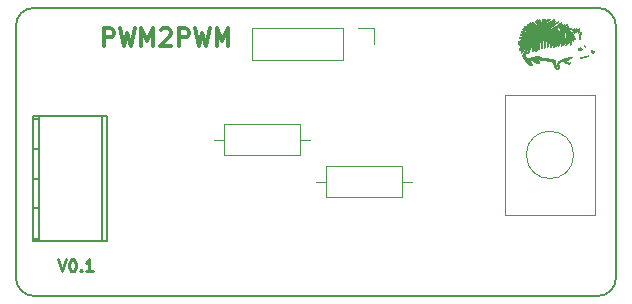
<source format=gbr>
%TF.GenerationSoftware,KiCad,Pcbnew,4.0.7*%
%TF.CreationDate,2018-07-03T14:37:38+02:00*%
%TF.ProjectId,pwmTOpwm,70776D544F70776D2E6B696361645F70,rev?*%
%TF.FileFunction,Legend,Top*%
%FSLAX46Y46*%
G04 Gerber Fmt 4.6, Leading zero omitted, Abs format (unit mm)*
G04 Created by KiCad (PCBNEW 4.0.7) date Tuesday, July 03, 2018 'PMt' 02:37:38 PM*
%MOMM*%
%LPD*%
G01*
G04 APERTURE LIST*
%ADD10C,0.100000*%
%ADD11C,0.300000*%
%ADD12C,0.250000*%
%ADD13C,0.150000*%
%ADD14C,0.120000*%
%ADD15C,0.010000*%
G04 APERTURE END LIST*
D10*
D11*
X169974286Y-102786571D02*
X169974286Y-101286571D01*
X170545714Y-101286571D01*
X170688572Y-101358000D01*
X170760000Y-101429429D01*
X170831429Y-101572286D01*
X170831429Y-101786571D01*
X170760000Y-101929429D01*
X170688572Y-102000857D01*
X170545714Y-102072286D01*
X169974286Y-102072286D01*
X171331429Y-101286571D02*
X171688572Y-102786571D01*
X171974286Y-101715143D01*
X172260000Y-102786571D01*
X172617143Y-101286571D01*
X173188572Y-102786571D02*
X173188572Y-101286571D01*
X173688572Y-102358000D01*
X174188572Y-101286571D01*
X174188572Y-102786571D01*
X174831429Y-101429429D02*
X174902858Y-101358000D01*
X175045715Y-101286571D01*
X175402858Y-101286571D01*
X175545715Y-101358000D01*
X175617144Y-101429429D01*
X175688572Y-101572286D01*
X175688572Y-101715143D01*
X175617144Y-101929429D01*
X174760001Y-102786571D01*
X175688572Y-102786571D01*
X176331429Y-102786571D02*
X176331429Y-101286571D01*
X176902857Y-101286571D01*
X177045715Y-101358000D01*
X177117143Y-101429429D01*
X177188572Y-101572286D01*
X177188572Y-101786571D01*
X177117143Y-101929429D01*
X177045715Y-102000857D01*
X176902857Y-102072286D01*
X176331429Y-102072286D01*
X177688572Y-101286571D02*
X178045715Y-102786571D01*
X178331429Y-101715143D01*
X178617143Y-102786571D01*
X178974286Y-101286571D01*
X179545715Y-102786571D02*
X179545715Y-101286571D01*
X180045715Y-102358000D01*
X180545715Y-101286571D01*
X180545715Y-102786571D01*
D12*
X166116191Y-120864381D02*
X166449524Y-121864381D01*
X166782858Y-120864381D01*
X167306667Y-120864381D02*
X167401906Y-120864381D01*
X167497144Y-120912000D01*
X167544763Y-120959619D01*
X167592382Y-121054857D01*
X167640001Y-121245333D01*
X167640001Y-121483429D01*
X167592382Y-121673905D01*
X167544763Y-121769143D01*
X167497144Y-121816762D01*
X167401906Y-121864381D01*
X167306667Y-121864381D01*
X167211429Y-121816762D01*
X167163810Y-121769143D01*
X167116191Y-121673905D01*
X167068572Y-121483429D01*
X167068572Y-121245333D01*
X167116191Y-121054857D01*
X167163810Y-120959619D01*
X167211429Y-120912000D01*
X167306667Y-120864381D01*
X168068572Y-121769143D02*
X168116191Y-121816762D01*
X168068572Y-121864381D01*
X168020953Y-121816762D01*
X168068572Y-121769143D01*
X168068572Y-121864381D01*
X169068572Y-121864381D02*
X168497143Y-121864381D01*
X168782857Y-121864381D02*
X168782857Y-120864381D01*
X168687619Y-121007238D01*
X168592381Y-121102476D01*
X168497143Y-121150095D01*
D13*
X213360000Y-122428000D02*
X213360000Y-101092000D01*
X164084000Y-123952000D02*
X211836000Y-123952000D01*
X162560000Y-101092000D02*
X162560000Y-122428000D01*
X164084000Y-99568000D02*
X211836000Y-99568000D01*
X211836000Y-123952000D02*
G75*
G03X213360000Y-122428000I0J1524000D01*
G01*
X213360000Y-101092000D02*
G75*
G03X211836000Y-99568000I-1524000J0D01*
G01*
X164084000Y-99568000D02*
G75*
G03X162560000Y-101092000I0J-1524000D01*
G01*
X162560000Y-122428000D02*
G75*
G03X164084000Y-123952000I1524000J0D01*
G01*
D14*
X188814000Y-112990000D02*
X188814000Y-115610000D01*
X188814000Y-115610000D02*
X195234000Y-115610000D01*
X195234000Y-115610000D02*
X195234000Y-112990000D01*
X195234000Y-112990000D02*
X188814000Y-112990000D01*
X187924000Y-114300000D02*
X188814000Y-114300000D01*
X196124000Y-114300000D02*
X195234000Y-114300000D01*
X182566000Y-101286000D02*
X182566000Y-103946000D01*
X190246000Y-101286000D02*
X182566000Y-101286000D01*
X190246000Y-103946000D02*
X182566000Y-103946000D01*
X190246000Y-101286000D02*
X190246000Y-103946000D01*
X191516000Y-101286000D02*
X192846000Y-101286000D01*
X192846000Y-101286000D02*
X192846000Y-102616000D01*
D13*
X170230800Y-119346980D02*
X170230800Y-108745020D01*
X169832020Y-108745020D02*
X169832020Y-119346980D01*
X164531040Y-108745020D02*
X164531040Y-119346980D01*
X164033200Y-119346980D02*
X164033200Y-108745020D01*
X164531040Y-116542820D02*
X164033200Y-116542820D01*
X164531040Y-114046000D02*
X164033200Y-114046000D01*
X164033200Y-108948220D02*
X164531040Y-108948220D01*
X164531040Y-119146320D02*
X164033200Y-119146320D01*
X164033200Y-111549180D02*
X164531040Y-111549180D01*
X164033200Y-119344440D02*
X170230800Y-119344440D01*
X170230800Y-108750100D02*
X164033200Y-108750100D01*
D14*
X180178000Y-109434000D02*
X180178000Y-112054000D01*
X180178000Y-112054000D02*
X186598000Y-112054000D01*
X186598000Y-112054000D02*
X186598000Y-109434000D01*
X186598000Y-109434000D02*
X180178000Y-109434000D01*
X179288000Y-110744000D02*
X180178000Y-110744000D01*
X187488000Y-110744000D02*
X186598000Y-110744000D01*
X203962000Y-106934000D02*
X203962000Y-117094000D01*
X211582000Y-117094000D02*
X203962000Y-117094000D01*
X211582000Y-117094000D02*
X211582000Y-106934000D01*
X211582000Y-106934000D02*
X203962000Y-106934000D01*
X209772000Y-112014000D02*
G75*
G03X209772000Y-112014000I-2000000J0D01*
G01*
D15*
G36*
X207102056Y-100485352D02*
X207109292Y-100490982D01*
X207118661Y-100501113D01*
X207129780Y-100515193D01*
X207142267Y-100532671D01*
X207155737Y-100552996D01*
X207169809Y-100575615D01*
X207184099Y-100599978D01*
X207194083Y-100617876D01*
X207200027Y-100628785D01*
X207207915Y-100643295D01*
X207217007Y-100660040D01*
X207226562Y-100677655D01*
X207235841Y-100694775D01*
X207244101Y-100710036D01*
X207250604Y-100722072D01*
X207250721Y-100722289D01*
X207260113Y-100739677D01*
X207267181Y-100752539D01*
X207272292Y-100761313D01*
X207275814Y-100766435D01*
X207278115Y-100768340D01*
X207279563Y-100767465D01*
X207280524Y-100764246D01*
X207281368Y-100759120D01*
X207281430Y-100758719D01*
X207281991Y-100752307D01*
X207282506Y-100741249D01*
X207282948Y-100726545D01*
X207283288Y-100709194D01*
X207283499Y-100690196D01*
X207283546Y-100681099D01*
X207283880Y-100647641D01*
X207284638Y-100616333D01*
X207285784Y-100587616D01*
X207287283Y-100561934D01*
X207289098Y-100539730D01*
X207291195Y-100521446D01*
X207293538Y-100507526D01*
X207296092Y-100498411D01*
X207298509Y-100494703D01*
X207304490Y-100494169D01*
X207312129Y-100498552D01*
X207321076Y-100507495D01*
X207330979Y-100520640D01*
X207341488Y-100537629D01*
X207342625Y-100539644D01*
X207355551Y-100560196D01*
X207370612Y-100579920D01*
X207386880Y-100597838D01*
X207403425Y-100612971D01*
X207419318Y-100624343D01*
X207427076Y-100628473D01*
X207444683Y-100634328D01*
X207460934Y-100635416D01*
X207475213Y-100631848D01*
X207486906Y-100623739D01*
X207492602Y-100616453D01*
X207498929Y-100603094D01*
X207503786Y-100586903D01*
X207506418Y-100570650D01*
X207506678Y-100564859D01*
X207508751Y-100549350D01*
X207515282Y-100535658D01*
X207525338Y-100523918D01*
X207542383Y-100511128D01*
X207564294Y-100501128D01*
X207591026Y-100493924D01*
X207622534Y-100489524D01*
X207658773Y-100487936D01*
X207699698Y-100489167D01*
X207724022Y-100491033D01*
X207744664Y-100493202D01*
X207760002Y-100495479D01*
X207770377Y-100497942D01*
X207776132Y-100500669D01*
X207777644Y-100503286D01*
X207775323Y-100506753D01*
X207768463Y-100513234D01*
X207757221Y-100522608D01*
X207741752Y-100534756D01*
X207722213Y-100549557D01*
X207698760Y-100566893D01*
X207671548Y-100586642D01*
X207640735Y-100608685D01*
X207637944Y-100610668D01*
X207623514Y-100620935D01*
X207609393Y-100631011D01*
X207596776Y-100640044D01*
X207586859Y-100647177D01*
X207582728Y-100650171D01*
X207575731Y-100655177D01*
X207565018Y-100662728D01*
X207551523Y-100672171D01*
X207536179Y-100682854D01*
X207519920Y-100694123D01*
X207513875Y-100698300D01*
X207473917Y-100725908D01*
X207437226Y-100751310D01*
X207403950Y-100774401D01*
X207374234Y-100795080D01*
X207348228Y-100813242D01*
X207326077Y-100828785D01*
X207307931Y-100841604D01*
X207293936Y-100851597D01*
X207284240Y-100858660D01*
X207278989Y-100862690D01*
X207278111Y-100863494D01*
X207275170Y-100865891D01*
X207269031Y-100870333D01*
X207263157Y-100874399D01*
X207250188Y-100883647D01*
X207233884Y-100895932D01*
X207215127Y-100910538D01*
X207194798Y-100926752D01*
X207173781Y-100943857D01*
X207152957Y-100961140D01*
X207133209Y-100977885D01*
X207115417Y-100993378D01*
X207106384Y-101001470D01*
X207095355Y-101012046D01*
X207084352Y-101023578D01*
X207074124Y-101035171D01*
X207065415Y-101045925D01*
X207058974Y-101054945D01*
X207055545Y-101061333D01*
X207055183Y-101063018D01*
X207057688Y-101066424D01*
X207064292Y-101068543D01*
X207073534Y-101069059D01*
X207080162Y-101068401D01*
X207091465Y-101065833D01*
X207106938Y-101061199D01*
X207125644Y-101054835D01*
X207146644Y-101047074D01*
X207169000Y-101038253D01*
X207191775Y-101028704D01*
X207193444Y-101027981D01*
X207201592Y-101024471D01*
X207208395Y-101021586D01*
X207208967Y-101021347D01*
X207213580Y-101019298D01*
X207222133Y-101015382D01*
X207233458Y-101010138D01*
X207246387Y-101004104D01*
X207248122Y-101003291D01*
X207260671Y-100997450D01*
X207271284Y-100992593D01*
X207278968Y-100989168D01*
X207282732Y-100987622D01*
X207282923Y-100987578D01*
X207285743Y-100986357D01*
X207292930Y-100982918D01*
X207303817Y-100977594D01*
X207317738Y-100970719D01*
X207334026Y-100962628D01*
X207352015Y-100953655D01*
X207371036Y-100944134D01*
X207390424Y-100934398D01*
X207409512Y-100924782D01*
X207427632Y-100915621D01*
X207444119Y-100907247D01*
X207458305Y-100899995D01*
X207469523Y-100894200D01*
X207474256Y-100891718D01*
X207496752Y-100879811D01*
X207514901Y-100870196D01*
X207529346Y-100862531D01*
X207540731Y-100856471D01*
X207549699Y-100851675D01*
X207556894Y-100847800D01*
X207562960Y-100844502D01*
X207564567Y-100843623D01*
X207573849Y-100838566D01*
X207585858Y-100832063D01*
X207598346Y-100825330D01*
X207601256Y-100823766D01*
X207612745Y-100817565D01*
X207623567Y-100811670D01*
X207631868Y-100807094D01*
X207633711Y-100806060D01*
X207641774Y-100801539D01*
X207652065Y-100795813D01*
X207659111Y-100791913D01*
X207666625Y-100787717D01*
X207677912Y-100781352D01*
X207691846Y-100773456D01*
X207707302Y-100764665D01*
X207721200Y-100756735D01*
X207736798Y-100747822D01*
X207751601Y-100739368D01*
X207764557Y-100731970D01*
X207774619Y-100726230D01*
X207780376Y-100722949D01*
X207791885Y-100716283D01*
X207807244Y-100707214D01*
X207825505Y-100696314D01*
X207845723Y-100684157D01*
X207866951Y-100671315D01*
X207888243Y-100658362D01*
X207908653Y-100645871D01*
X207927234Y-100634415D01*
X207943040Y-100624567D01*
X207948389Y-100621196D01*
X207964486Y-100611061D01*
X207981159Y-100600653D01*
X207996912Y-100590898D01*
X208010246Y-100582728D01*
X208016122Y-100579177D01*
X208037100Y-100567082D01*
X208056399Y-100556896D01*
X208073492Y-100548833D01*
X208087853Y-100543110D01*
X208098957Y-100539944D01*
X208106276Y-100539549D01*
X208108904Y-100541098D01*
X208107712Y-100544367D01*
X208102359Y-100550696D01*
X208093208Y-100559770D01*
X208080624Y-100571277D01*
X208064971Y-100584903D01*
X208046613Y-100600335D01*
X208025915Y-100617259D01*
X208003240Y-100635362D01*
X207978953Y-100654330D01*
X207963911Y-100665879D01*
X207951321Y-100675440D01*
X207935372Y-100687483D01*
X207916791Y-100701464D01*
X207896304Y-100716840D01*
X207874640Y-100733068D01*
X207852524Y-100749605D01*
X207830684Y-100765907D01*
X207809847Y-100781432D01*
X207790739Y-100795636D01*
X207774088Y-100807976D01*
X207760620Y-100817909D01*
X207752446Y-100823889D01*
X207738691Y-100833887D01*
X207724061Y-100844527D01*
X207710505Y-100854392D01*
X207701798Y-100860731D01*
X207692184Y-100867724D01*
X207679282Y-100877092D01*
X207664375Y-100887906D01*
X207648750Y-100899232D01*
X207637944Y-100907058D01*
X207625851Y-100915815D01*
X207615448Y-100923356D01*
X207606159Y-100930105D01*
X207597410Y-100936488D01*
X207588626Y-100942928D01*
X207579231Y-100949851D01*
X207568650Y-100957680D01*
X207556308Y-100966841D01*
X207541630Y-100977757D01*
X207524041Y-100990854D01*
X207502966Y-101006556D01*
X207483002Y-101021433D01*
X207463731Y-101035805D01*
X207445765Y-101049223D01*
X207429637Y-101061289D01*
X207415881Y-101071603D01*
X207405028Y-101079766D01*
X207397611Y-101085378D01*
X207394162Y-101088040D01*
X207394102Y-101088089D01*
X207390308Y-101091139D01*
X207383009Y-101096907D01*
X207373158Y-101104649D01*
X207361706Y-101113621D01*
X207349606Y-101123078D01*
X207337810Y-101132274D01*
X207327270Y-101140466D01*
X207318938Y-101146907D01*
X207317622Y-101147918D01*
X207306984Y-101156331D01*
X207294006Y-101166966D01*
X207279988Y-101178719D01*
X207266231Y-101190487D01*
X207254035Y-101201166D01*
X207244701Y-101209653D01*
X207243315Y-101210969D01*
X207234528Y-101220648D01*
X207230832Y-101227944D01*
X207232229Y-101232844D01*
X207238720Y-101235333D01*
X207239454Y-101235427D01*
X207246205Y-101234579D01*
X207256698Y-101230862D01*
X207271039Y-101224217D01*
X207289336Y-101214584D01*
X207311693Y-101201903D01*
X207338218Y-101186115D01*
X207369018Y-101167159D01*
X207404197Y-101144976D01*
X207430642Y-101128040D01*
X207435475Y-101124884D01*
X207444614Y-101118873D01*
X207457657Y-101110271D01*
X207474207Y-101099343D01*
X207493862Y-101086352D01*
X207516224Y-101071563D01*
X207540893Y-101055240D01*
X207567470Y-101037647D01*
X207595554Y-101019048D01*
X207624747Y-100999708D01*
X207628787Y-100997031D01*
X207681239Y-100962324D01*
X207729375Y-100930583D01*
X207773537Y-100901589D01*
X207814066Y-100875122D01*
X207851306Y-100850960D01*
X207885597Y-100828885D01*
X207917283Y-100808675D01*
X207946706Y-100790110D01*
X207974207Y-100772971D01*
X208000129Y-100757037D01*
X208024813Y-100742088D01*
X208026000Y-100741375D01*
X208061063Y-100720593D01*
X208093018Y-100702206D01*
X208121670Y-100686312D01*
X208146822Y-100673008D01*
X208168278Y-100662391D01*
X208185842Y-100654558D01*
X208199318Y-100649607D01*
X208208508Y-100647635D01*
X208213133Y-100648648D01*
X208213970Y-100652394D01*
X208211074Y-100658480D01*
X208204267Y-100667109D01*
X208193373Y-100678488D01*
X208178214Y-100692821D01*
X208164255Y-100705356D01*
X208154575Y-100713937D01*
X208146506Y-100721141D01*
X208140960Y-100726151D01*
X208138889Y-100728099D01*
X208136303Y-100730319D01*
X208130047Y-100735458D01*
X208120866Y-100742918D01*
X208109504Y-100752100D01*
X208096705Y-100762406D01*
X208083214Y-100773238D01*
X208069775Y-100783997D01*
X208057134Y-100794086D01*
X208046035Y-100802905D01*
X208037221Y-100809857D01*
X208034467Y-100812009D01*
X208025226Y-100819118D01*
X208012263Y-100828978D01*
X207996393Y-100840980D01*
X207978428Y-100854515D01*
X207959182Y-100868972D01*
X207939468Y-100883743D01*
X207920099Y-100898218D01*
X207901890Y-100911788D01*
X207885653Y-100923843D01*
X207872201Y-100933774D01*
X207862349Y-100940971D01*
X207862311Y-100940998D01*
X207849075Y-100950587D01*
X207835056Y-100960775D01*
X207822288Y-100970082D01*
X207815744Y-100974868D01*
X207805489Y-100982379D01*
X207792399Y-100991955D01*
X207778199Y-101002336D01*
X207765314Y-101011748D01*
X207728492Y-101038775D01*
X207693107Y-101065027D01*
X207659752Y-101090056D01*
X207629015Y-101113416D01*
X207601487Y-101134659D01*
X207577760Y-101153339D01*
X207568791Y-101160537D01*
X207564246Y-101164142D01*
X207557115Y-101169729D01*
X207551857Y-101173823D01*
X207531891Y-101189680D01*
X207511170Y-101206768D01*
X207490261Y-101224568D01*
X207469733Y-101242557D01*
X207450152Y-101260216D01*
X207432087Y-101277024D01*
X207416106Y-101292461D01*
X207402775Y-101306005D01*
X207392663Y-101317136D01*
X207386337Y-101325333D01*
X207385885Y-101326052D01*
X207381832Y-101334915D01*
X207382386Y-101340567D01*
X207387514Y-101343013D01*
X207397184Y-101342259D01*
X207411364Y-101338307D01*
X207430020Y-101331163D01*
X207453120Y-101320832D01*
X207465912Y-101314676D01*
X207482040Y-101306523D01*
X207501117Y-101296495D01*
X207521812Y-101285327D01*
X207542795Y-101273754D01*
X207562733Y-101262509D01*
X207580295Y-101252327D01*
X207594151Y-101243943D01*
X207594200Y-101243912D01*
X207599000Y-101240924D01*
X207607583Y-101235600D01*
X207618931Y-101228572D01*
X207632025Y-101220470D01*
X207639356Y-101215937D01*
X207653487Y-101207043D01*
X207671386Y-101195532D01*
X207692170Y-101181989D01*
X207714958Y-101166999D01*
X207738869Y-101151147D01*
X207763020Y-101135019D01*
X207786531Y-101119198D01*
X207808520Y-101104271D01*
X207828106Y-101090822D01*
X207833522Y-101087065D01*
X207843959Y-101079908D01*
X207858193Y-101070299D01*
X207875525Y-101058699D01*
X207895258Y-101045565D01*
X207916694Y-101031358D01*
X207939137Y-101016536D01*
X207961887Y-101001558D01*
X207984248Y-100986885D01*
X208005522Y-100972974D01*
X208025011Y-100960285D01*
X208042018Y-100949277D01*
X208055845Y-100940409D01*
X208065794Y-100934140D01*
X208067042Y-100933371D01*
X208081269Y-100924624D01*
X208097164Y-100914823D01*
X208111964Y-100905675D01*
X208116311Y-100902982D01*
X208141030Y-100887770D01*
X208167182Y-100871886D01*
X208193814Y-100855895D01*
X208219970Y-100840362D01*
X208244697Y-100825852D01*
X208267039Y-100812931D01*
X208286044Y-100802164D01*
X208294111Y-100797701D01*
X208302731Y-100792899D01*
X208309468Y-100788989D01*
X208312456Y-100787095D01*
X208317263Y-100784165D01*
X208326275Y-100779275D01*
X208338587Y-100772872D01*
X208353296Y-100765401D01*
X208369500Y-100757308D01*
X208386297Y-100749040D01*
X208402782Y-100741042D01*
X208418054Y-100733760D01*
X208431209Y-100727640D01*
X208441345Y-100723128D01*
X208445100Y-100721574D01*
X208461917Y-100715206D01*
X208474460Y-100711148D01*
X208483518Y-100709220D01*
X208489883Y-100709242D01*
X208493486Y-100710495D01*
X208495812Y-100712496D01*
X208495332Y-100715286D01*
X208491531Y-100720018D01*
X208487244Y-100724471D01*
X208481411Y-100729744D01*
X208471806Y-100737690D01*
X208459238Y-100747688D01*
X208444517Y-100759114D01*
X208428453Y-100771347D01*
X208411856Y-100783764D01*
X208395536Y-100795743D01*
X208380302Y-100806661D01*
X208379982Y-100806887D01*
X208370710Y-100813422D01*
X208359144Y-100821566D01*
X208347608Y-100829681D01*
X208346322Y-100830585D01*
X208340344Y-100834709D01*
X208330165Y-100841639D01*
X208316275Y-100851046D01*
X208299165Y-100862598D01*
X208279325Y-100875964D01*
X208257247Y-100890814D01*
X208233422Y-100906818D01*
X208208339Y-100923643D01*
X208188278Y-100937085D01*
X208155136Y-100959290D01*
X208126145Y-100978743D01*
X208100763Y-100995824D01*
X208078445Y-101010914D01*
X208058646Y-101024391D01*
X208040823Y-101036637D01*
X208024432Y-101048031D01*
X208008929Y-101058953D01*
X207993770Y-101069783D01*
X207978410Y-101080901D01*
X207962306Y-101092687D01*
X207944914Y-101105520D01*
X207925689Y-101119782D01*
X207910289Y-101131236D01*
X207849430Y-101177488D01*
X207793106Y-101222272D01*
X207741454Y-101265472D01*
X207694610Y-101306968D01*
X207652711Y-101346642D01*
X207615895Y-101384376D01*
X207609144Y-101391689D01*
X207593685Y-101409237D01*
X207578655Y-101427463D01*
X207564731Y-101445457D01*
X207552589Y-101462309D01*
X207542904Y-101477109D01*
X207536355Y-101488947D01*
X207535527Y-101490772D01*
X207532936Y-101499723D01*
X207532111Y-101507136D01*
X207534378Y-101515135D01*
X207541159Y-101519786D01*
X207552421Y-101521086D01*
X207568131Y-101519035D01*
X207588258Y-101513628D01*
X207595611Y-101511194D01*
X207605004Y-101507505D01*
X207618268Y-101501672D01*
X207634309Y-101494230D01*
X207652030Y-101485714D01*
X207670336Y-101476660D01*
X207688131Y-101467603D01*
X207704319Y-101459079D01*
X207717804Y-101451623D01*
X207719306Y-101450757D01*
X207729781Y-101444732D01*
X207738272Y-101439939D01*
X207743709Y-101436976D01*
X207745126Y-101436311D01*
X207747871Y-101434832D01*
X207755393Y-101430404D01*
X207767665Y-101423044D01*
X207784659Y-101412768D01*
X207806350Y-101399593D01*
X207819028Y-101391869D01*
X208059855Y-101391869D01*
X208063428Y-101406955D01*
X208071431Y-101424845D01*
X208083898Y-101445649D01*
X208100861Y-101469478D01*
X208122353Y-101496441D01*
X208135052Y-101511415D01*
X208145157Y-101522682D01*
X208158672Y-101537089D01*
X208174883Y-101553922D01*
X208193078Y-101572466D01*
X208212541Y-101592006D01*
X208232562Y-101611827D01*
X208252426Y-101631215D01*
X208271420Y-101649454D01*
X208288831Y-101665830D01*
X208292463Y-101669190D01*
X208304041Y-101679862D01*
X208314286Y-101689306D01*
X208322423Y-101696807D01*
X208327676Y-101701649D01*
X208329154Y-101703011D01*
X208332268Y-101705783D01*
X208338812Y-101711543D01*
X208347962Y-101719570D01*
X208358896Y-101729139D01*
X208364669Y-101734185D01*
X208401252Y-101765703D01*
X208434416Y-101793322D01*
X208464537Y-101817323D01*
X208491991Y-101837986D01*
X208517152Y-101855593D01*
X208540396Y-101870423D01*
X208562097Y-101882757D01*
X208565808Y-101884703D01*
X208581799Y-101892725D01*
X208594320Y-101898269D01*
X208604732Y-101901778D01*
X208614395Y-101903695D01*
X208624670Y-101904461D01*
X208626710Y-101904512D01*
X208636181Y-101904271D01*
X208642530Y-101902488D01*
X208648243Y-101898253D01*
X208650946Y-101895628D01*
X208658706Y-101884074D01*
X208662418Y-101869984D01*
X208661840Y-101854986D01*
X208658550Y-101844355D01*
X208651144Y-101830898D01*
X208639409Y-101814051D01*
X208623442Y-101793927D01*
X208603340Y-101770637D01*
X208579200Y-101744294D01*
X208551121Y-101715009D01*
X208519200Y-101682896D01*
X208512389Y-101676169D01*
X208490342Y-101654494D01*
X208471588Y-101636154D01*
X208455434Y-101620490D01*
X208441185Y-101606845D01*
X208428145Y-101594558D01*
X208415621Y-101582971D01*
X208402918Y-101571425D01*
X208389342Y-101559262D01*
X208385900Y-101556200D01*
X208375419Y-101546869D01*
X208366002Y-101538464D01*
X208358731Y-101531951D01*
X208354856Y-101528451D01*
X208337871Y-101513371D01*
X208317652Y-101496176D01*
X208295166Y-101477630D01*
X208271382Y-101458496D01*
X208247269Y-101439539D01*
X208223795Y-101421523D01*
X208201927Y-101405211D01*
X208182634Y-101391368D01*
X208171344Y-101383664D01*
X208153124Y-101372002D01*
X208138270Y-101363618D01*
X208125799Y-101358196D01*
X208114724Y-101355421D01*
X208104061Y-101354976D01*
X208092823Y-101356546D01*
X208089211Y-101357358D01*
X208075390Y-101362331D01*
X208065868Y-101369668D01*
X208060679Y-101379477D01*
X208059855Y-101391869D01*
X207819028Y-101391869D01*
X207832710Y-101383534D01*
X207856667Y-101368912D01*
X207872265Y-101359168D01*
X207891996Y-101346485D01*
X207915387Y-101331181D01*
X207941964Y-101313578D01*
X207971250Y-101293996D01*
X208002774Y-101272753D01*
X208036059Y-101250171D01*
X208062994Y-101231782D01*
X208296933Y-101231782D01*
X208299148Y-101246811D01*
X208305647Y-101264873D01*
X208316214Y-101285595D01*
X208330632Y-101308604D01*
X208348685Y-101333527D01*
X208370157Y-101359991D01*
X208373896Y-101364344D01*
X208386496Y-101378575D01*
X208401639Y-101395134D01*
X208418790Y-101413480D01*
X208437412Y-101433069D01*
X208456970Y-101453361D01*
X208476929Y-101473811D01*
X208496753Y-101493878D01*
X208515905Y-101513019D01*
X208533852Y-101530692D01*
X208550056Y-101546354D01*
X208563982Y-101559462D01*
X208575095Y-101569474D01*
X208582358Y-101575473D01*
X208593712Y-101583159D01*
X208605142Y-101589362D01*
X208615034Y-101593283D01*
X208620251Y-101594243D01*
X208626459Y-101592472D01*
X208632418Y-101588440D01*
X208636681Y-101583784D01*
X208640115Y-101578054D01*
X208643126Y-101570158D01*
X208646121Y-101559003D01*
X208649505Y-101543498D01*
X208649983Y-101541166D01*
X208654482Y-101508597D01*
X208654398Y-101476778D01*
X208649602Y-101445173D01*
X208639962Y-101413246D01*
X208625350Y-101380460D01*
X208605633Y-101346277D01*
X208600880Y-101338944D01*
X208589280Y-101321903D01*
X208577895Y-101306476D01*
X208565838Y-101291622D01*
X208552219Y-101276299D01*
X208536150Y-101259468D01*
X208516742Y-101240086D01*
X208515188Y-101238560D01*
X208487824Y-101212655D01*
X208463213Y-101191384D01*
X208441107Y-101174600D01*
X208421257Y-101162159D01*
X208403414Y-101153914D01*
X208387331Y-101149720D01*
X208372758Y-101149429D01*
X208365682Y-101150776D01*
X208348686Y-101157690D01*
X208332741Y-101168528D01*
X208318721Y-101182259D01*
X208307500Y-101197856D01*
X208299952Y-101214287D01*
X208296951Y-101230522D01*
X208296933Y-101231782D01*
X208062994Y-101231782D01*
X208070632Y-101226568D01*
X208106018Y-101202266D01*
X208141744Y-101177584D01*
X208177333Y-101152842D01*
X208186526Y-101146424D01*
X208227305Y-101117985D01*
X208264438Y-101092213D01*
X208298853Y-101068474D01*
X208301401Y-101066729D01*
X208553928Y-101066729D01*
X208556291Y-101082542D01*
X208558788Y-101089864D01*
X208567801Y-101103620D01*
X208580672Y-101114223D01*
X208593267Y-101119728D01*
X208600806Y-101121750D01*
X208606320Y-101122489D01*
X208612068Y-101121893D01*
X208620310Y-101119907D01*
X208623708Y-101119006D01*
X208644772Y-101110591D01*
X208664226Y-101097341D01*
X208681207Y-101080019D01*
X208694847Y-101059386D01*
X208697495Y-101054095D01*
X208703851Y-101039320D01*
X208707240Y-101027660D01*
X208707945Y-101017615D01*
X208706263Y-101007734D01*
X208700792Y-100996668D01*
X208691285Y-100986236D01*
X208679292Y-100977880D01*
X208669866Y-100973920D01*
X208656003Y-100971404D01*
X208639505Y-100970809D01*
X208623026Y-100972082D01*
X208609308Y-100975137D01*
X208595569Y-100982051D01*
X208581840Y-100992779D01*
X208569852Y-101005761D01*
X208562235Y-101017575D01*
X208556999Y-101032167D01*
X208554197Y-101049244D01*
X208553928Y-101066729D01*
X208301401Y-101066729D01*
X208331481Y-101046132D01*
X208363253Y-101024554D01*
X208395099Y-101003104D01*
X208427950Y-100981147D01*
X208460008Y-100959856D01*
X208481757Y-100945473D01*
X208502146Y-100932038D01*
X208520675Y-100919876D01*
X208536844Y-100909314D01*
X208550152Y-100900676D01*
X208560100Y-100894290D01*
X208566187Y-100890482D01*
X208567867Y-100889531D01*
X208572653Y-100887002D01*
X208579868Y-100882549D01*
X208583389Y-100880223D01*
X208599393Y-100869760D01*
X208616916Y-100858903D01*
X208635189Y-100848068D01*
X208653442Y-100837676D01*
X208670905Y-100828145D01*
X208686809Y-100819892D01*
X208700383Y-100813338D01*
X208710858Y-100808900D01*
X208717463Y-100806997D01*
X208718132Y-100806956D01*
X208723459Y-100807638D01*
X208727493Y-100810348D01*
X208730962Y-100816086D01*
X208734592Y-100825846D01*
X208736636Y-100832356D01*
X208742538Y-100854682D01*
X208747974Y-100881458D01*
X208752951Y-100912793D01*
X208757478Y-100948798D01*
X208761563Y-100989583D01*
X208765214Y-101035259D01*
X208768439Y-101085936D01*
X208771246Y-101141724D01*
X208773644Y-101202735D01*
X208775641Y-101269077D01*
X208777244Y-101340862D01*
X208778151Y-101395389D01*
X208779182Y-101452087D01*
X208780633Y-101509743D01*
X208782472Y-101567844D01*
X208784670Y-101625875D01*
X208787196Y-101683324D01*
X208790020Y-101739676D01*
X208793111Y-101794418D01*
X208796438Y-101847035D01*
X208799972Y-101897015D01*
X208803681Y-101943843D01*
X208807535Y-101987006D01*
X208811505Y-102025990D01*
X208815559Y-102060281D01*
X208819058Y-102085422D01*
X208821051Y-102098543D01*
X208823097Y-102112002D01*
X208824635Y-102122111D01*
X208827186Y-102137181D01*
X208830364Y-102153477D01*
X208833854Y-102169602D01*
X208837341Y-102184156D01*
X208840508Y-102195743D01*
X208842739Y-102202276D01*
X208846982Y-102210123D01*
X208850843Y-102212408D01*
X208854333Y-102209113D01*
X208857467Y-102200224D01*
X208860257Y-102185723D01*
X208861284Y-102178307D01*
X208862951Y-102162268D01*
X208864572Y-102140828D01*
X208866141Y-102114230D01*
X208867648Y-102082717D01*
X208869084Y-102046532D01*
X208870442Y-102005918D01*
X208871713Y-101961119D01*
X208872888Y-101912378D01*
X208873432Y-101885721D01*
X208995426Y-101885721D01*
X208995473Y-101918852D01*
X208995630Y-101951363D01*
X208995898Y-101982557D01*
X208996275Y-102011738D01*
X208996763Y-102038211D01*
X208997361Y-102061279D01*
X208998068Y-102080247D01*
X208998886Y-102094417D01*
X208999070Y-102096711D01*
X209002153Y-102130010D01*
X209005251Y-102158326D01*
X209008464Y-102182320D01*
X209011890Y-102202652D01*
X209015630Y-102219983D01*
X209019781Y-102234973D01*
X209019789Y-102235000D01*
X209025754Y-102250343D01*
X209032344Y-102260491D01*
X209039403Y-102265329D01*
X209046774Y-102264738D01*
X209053173Y-102259874D01*
X209059067Y-102251558D01*
X209064630Y-102239495D01*
X209069906Y-102223454D01*
X209074939Y-102203205D01*
X209079774Y-102178515D01*
X209084454Y-102149155D01*
X209089025Y-102114892D01*
X209093530Y-102075497D01*
X209098013Y-102030737D01*
X209098967Y-102020511D01*
X209099895Y-102007009D01*
X209100682Y-101988660D01*
X209101330Y-101966253D01*
X209101839Y-101940575D01*
X209102208Y-101912413D01*
X209102262Y-101905340D01*
X209215302Y-101905340D01*
X209215890Y-101939965D01*
X209218295Y-101972881D01*
X209222406Y-102003513D01*
X209228112Y-102031283D01*
X209235303Y-102055614D01*
X209243868Y-102075931D01*
X209253696Y-102091657D01*
X209260654Y-102099095D01*
X209270816Y-102105584D01*
X209281175Y-102108088D01*
X209290310Y-102106418D01*
X209294406Y-102103547D01*
X209301514Y-102094273D01*
X209306760Y-102082183D01*
X209310302Y-102066595D01*
X209312297Y-102046829D01*
X209312903Y-102023503D01*
X209310497Y-101979920D01*
X209303179Y-101938967D01*
X209290902Y-101900417D01*
X209286266Y-101889332D01*
X209279636Y-101875625D01*
X209271709Y-101861240D01*
X209263078Y-101847045D01*
X209254338Y-101833910D01*
X209246083Y-101822706D01*
X209238906Y-101814302D01*
X209233400Y-101809568D01*
X209231313Y-101808844D01*
X209227498Y-101810176D01*
X209224391Y-101814530D01*
X209221860Y-101822446D01*
X209219776Y-101834464D01*
X209218008Y-101851122D01*
X209216640Y-101869584D01*
X209215302Y-101905340D01*
X209102262Y-101905340D01*
X209102437Y-101882555D01*
X209102526Y-101851788D01*
X209102476Y-101820899D01*
X209102287Y-101790676D01*
X209101958Y-101761907D01*
X209101491Y-101735378D01*
X209100884Y-101711877D01*
X209100137Y-101692192D01*
X209099252Y-101677109D01*
X209098939Y-101673378D01*
X209094716Y-101631058D01*
X209090399Y-101594147D01*
X209085937Y-101562410D01*
X209081277Y-101535612D01*
X209076370Y-101513518D01*
X209071163Y-101495892D01*
X209065604Y-101482499D01*
X209059643Y-101473104D01*
X209054021Y-101467955D01*
X209049653Y-101465743D01*
X209046053Y-101466479D01*
X209041271Y-101470777D01*
X209039655Y-101472489D01*
X209033711Y-101480857D01*
X209028193Y-101492913D01*
X209023052Y-101508915D01*
X209018238Y-101529122D01*
X209013701Y-101553794D01*
X209009390Y-101583188D01*
X209005255Y-101617563D01*
X209001246Y-101657178D01*
X208999029Y-101681844D01*
X208998191Y-101694885D01*
X208997464Y-101712873D01*
X208996848Y-101735113D01*
X208996342Y-101760908D01*
X208995948Y-101789562D01*
X208995663Y-101820379D01*
X208995489Y-101852664D01*
X208995426Y-101885721D01*
X208873432Y-101885721D01*
X208873959Y-101859937D01*
X208874917Y-101804040D01*
X208875329Y-101776389D01*
X208876474Y-101701689D01*
X208877710Y-101632296D01*
X208879050Y-101567870D01*
X208880507Y-101508075D01*
X208882093Y-101452571D01*
X208883821Y-101401021D01*
X208885702Y-101353088D01*
X208887749Y-101308432D01*
X208889975Y-101266717D01*
X208892391Y-101227604D01*
X208895011Y-101190755D01*
X208897846Y-101155832D01*
X208898245Y-101151267D01*
X208902080Y-101109517D01*
X208905786Y-101073152D01*
X208909413Y-101041917D01*
X208913010Y-101015556D01*
X208916627Y-100993811D01*
X208920314Y-100976428D01*
X208924119Y-100963149D01*
X208928094Y-100953720D01*
X208932286Y-100947883D01*
X208936746Y-100945382D01*
X208938152Y-100945244D01*
X208945469Y-100947666D01*
X208954786Y-100954528D01*
X208965574Y-100965224D01*
X208977306Y-100979147D01*
X208989450Y-100995691D01*
X209001479Y-101014250D01*
X209007909Y-101025193D01*
X209013426Y-101034868D01*
X209019220Y-101044939D01*
X209019915Y-101046139D01*
X209026435Y-101057901D01*
X209034456Y-101073166D01*
X209043418Y-101090790D01*
X209052764Y-101109631D01*
X209061936Y-101128546D01*
X209070377Y-101146391D01*
X209077527Y-101162023D01*
X209082830Y-101174300D01*
X209084395Y-101178241D01*
X209087851Y-101186895D01*
X209091571Y-101195674D01*
X209097333Y-101208832D01*
X209101660Y-101218886D01*
X209105413Y-101227889D01*
X209109456Y-101237895D01*
X209112049Y-101244400D01*
X209117327Y-101257411D01*
X209124161Y-101273885D01*
X209131834Y-101292120D01*
X209139623Y-101310415D01*
X209146810Y-101327068D01*
X209152349Y-101339650D01*
X209156934Y-101349901D01*
X209162040Y-101361310D01*
X209163714Y-101365050D01*
X209176451Y-101393003D01*
X209190517Y-101423012D01*
X209205523Y-101454306D01*
X209221080Y-101486115D01*
X209236799Y-101517668D01*
X209252292Y-101548192D01*
X209267169Y-101576917D01*
X209281041Y-101603073D01*
X209293520Y-101625887D01*
X209304216Y-101644589D01*
X209307447Y-101649988D01*
X209312762Y-101658881D01*
X209316697Y-101665737D01*
X209318527Y-101669290D01*
X209318578Y-101669484D01*
X209320086Y-101672453D01*
X209324131Y-101678964D01*
X209329990Y-101687952D01*
X209336942Y-101698350D01*
X209344266Y-101709092D01*
X209351239Y-101719111D01*
X209357141Y-101727341D01*
X209361249Y-101732715D01*
X209361789Y-101733350D01*
X209368707Y-101739670D01*
X209373793Y-101740759D01*
X209376283Y-101738533D01*
X209376872Y-101736011D01*
X209376577Y-101731427D01*
X209375293Y-101724416D01*
X209372915Y-101714613D01*
X209369339Y-101701652D01*
X209364458Y-101685169D01*
X209358170Y-101664799D01*
X209350368Y-101640175D01*
X209340948Y-101610934D01*
X209330038Y-101577422D01*
X209325081Y-101562113D01*
X209320023Y-101546262D01*
X209315550Y-101532025D01*
X209313020Y-101523800D01*
X209309617Y-101512637D01*
X209306571Y-101502759D01*
X209304478Y-101496102D01*
X209304308Y-101495578D01*
X209302332Y-101489276D01*
X209299001Y-101478373D01*
X209294556Y-101463679D01*
X209289245Y-101446006D01*
X209283310Y-101426164D01*
X209277926Y-101408089D01*
X209273953Y-101394535D01*
X209269945Y-101380556D01*
X209266670Y-101368826D01*
X209266219Y-101367167D01*
X209260390Y-101345760D01*
X209255260Y-101327331D01*
X209250130Y-101309389D01*
X209248058Y-101302256D01*
X209245217Y-101292095D01*
X209241298Y-101277476D01*
X209236523Y-101259286D01*
X209231117Y-101238408D01*
X209225303Y-101215727D01*
X209219306Y-101192130D01*
X209213349Y-101168500D01*
X209207655Y-101145723D01*
X209202450Y-101124683D01*
X209197956Y-101106266D01*
X209194397Y-101091358D01*
X209191998Y-101080842D01*
X209191668Y-101079300D01*
X209189348Y-101068576D01*
X209187123Y-101058800D01*
X209185933Y-101053900D01*
X209184188Y-101046412D01*
X209181989Y-101036065D01*
X209180478Y-101028500D01*
X209178162Y-101016663D01*
X209175801Y-101004769D01*
X209174612Y-100998867D01*
X209173183Y-100989427D01*
X209171955Y-100977079D01*
X209171220Y-100965000D01*
X209171191Y-100954249D01*
X209172160Y-100947195D01*
X209174271Y-100944011D01*
X209177669Y-100944871D01*
X209182501Y-100949948D01*
X209188910Y-100959416D01*
X209197042Y-100973448D01*
X209207043Y-100992218D01*
X209219056Y-101015899D01*
X209226693Y-101031322D01*
X209237781Y-101053949D01*
X209248090Y-101075156D01*
X209257356Y-101094385D01*
X209265315Y-101111082D01*
X209271703Y-101124690D01*
X209276255Y-101134652D01*
X209278708Y-101140413D01*
X209279067Y-101141582D01*
X209280135Y-101144510D01*
X209282901Y-101151006D01*
X209285806Y-101157533D01*
X209291027Y-101169120D01*
X209296559Y-101181460D01*
X209298828Y-101186544D01*
X209303584Y-101197211D01*
X209308382Y-101207938D01*
X209310178Y-101211944D01*
X209312737Y-101217778D01*
X209317112Y-101227898D01*
X209322913Y-101241395D01*
X209329749Y-101257360D01*
X209337230Y-101274882D01*
X209341076Y-101283911D01*
X209348760Y-101301924D01*
X209356022Y-101318879D01*
X209362466Y-101333854D01*
X209367695Y-101345929D01*
X209371311Y-101354181D01*
X209372375Y-101356553D01*
X209375619Y-101363915D01*
X209377580Y-101368879D01*
X209377844Y-101369874D01*
X209378922Y-101372975D01*
X209381711Y-101379597D01*
X209384626Y-101386133D01*
X209388170Y-101394205D01*
X209393227Y-101406097D01*
X209399201Y-101420391D01*
X209405497Y-101435671D01*
X209407486Y-101440544D01*
X209414496Y-101457745D01*
X209419926Y-101470989D01*
X209424309Y-101481553D01*
X209428179Y-101490714D01*
X209432067Y-101499748D01*
X209435476Y-101507572D01*
X209437226Y-101511792D01*
X209440878Y-101520768D01*
X209446236Y-101534015D01*
X209453106Y-101551047D01*
X209461291Y-101571381D01*
X209470597Y-101594532D01*
X209480829Y-101620014D01*
X209491792Y-101647342D01*
X209503290Y-101676033D01*
X209503356Y-101676200D01*
X209514812Y-101704794D01*
X209525696Y-101731951D01*
X209535818Y-101757195D01*
X209544987Y-101780053D01*
X209553013Y-101800052D01*
X209559707Y-101816718D01*
X209564878Y-101829576D01*
X209568336Y-101838153D01*
X209569890Y-101841976D01*
X209569903Y-101842006D01*
X209572336Y-101847820D01*
X209574714Y-101853618D01*
X209577382Y-101860280D01*
X209580686Y-101868685D01*
X209584973Y-101879715D01*
X209590589Y-101894249D01*
X209597880Y-101913169D01*
X209597917Y-101913267D01*
X209611783Y-101949266D01*
X209623733Y-101980271D01*
X209633874Y-102006561D01*
X209642313Y-102028410D01*
X209649157Y-102046095D01*
X209654513Y-102059893D01*
X209658487Y-102070080D01*
X209661188Y-102076933D01*
X209662721Y-102080728D01*
X209662916Y-102081189D01*
X209666753Y-102090835D01*
X209671777Y-102104542D01*
X209677533Y-102120971D01*
X209683563Y-102138782D01*
X209689414Y-102156638D01*
X209694628Y-102173197D01*
X209697523Y-102182849D01*
X209702246Y-102199172D01*
X209705877Y-102212178D01*
X209708967Y-102223952D01*
X209712062Y-102236577D01*
X209715337Y-102250522D01*
X209718997Y-102269541D01*
X209721229Y-102288253D01*
X209722023Y-102305605D01*
X209721369Y-102320543D01*
X209719256Y-102332015D01*
X209716175Y-102338416D01*
X209710005Y-102342079D01*
X209702001Y-102340732D01*
X209692355Y-102334635D01*
X209681259Y-102324047D01*
X209668902Y-102309228D01*
X209655477Y-102290437D01*
X209641173Y-102267934D01*
X209626183Y-102241978D01*
X209610697Y-102212828D01*
X209594906Y-102180745D01*
X209586014Y-102161622D01*
X209579710Y-102147767D01*
X209572672Y-102132267D01*
X209566792Y-102119289D01*
X209556806Y-102097962D01*
X209547222Y-102078898D01*
X209538304Y-102062513D01*
X209530319Y-102049220D01*
X209523532Y-102039435D01*
X209518208Y-102033572D01*
X209514615Y-102032047D01*
X209513017Y-102035274D01*
X209513012Y-102035328D01*
X209512791Y-102042316D01*
X209513351Y-102050566D01*
X209514836Y-102060957D01*
X209517391Y-102074370D01*
X209521160Y-102091684D01*
X209524927Y-102108000D01*
X209528367Y-102122696D01*
X209531156Y-102134706D01*
X209533582Y-102145329D01*
X209535935Y-102155862D01*
X209538501Y-102167603D01*
X209541572Y-102181849D01*
X209545434Y-102199898D01*
X209546903Y-102206778D01*
X209553372Y-102237763D01*
X209559553Y-102268690D01*
X209565207Y-102298301D01*
X209570098Y-102325339D01*
X209573986Y-102348547D01*
X209574977Y-102354944D01*
X209577115Y-102369002D01*
X209579499Y-102384547D01*
X209581030Y-102394456D01*
X209582524Y-102407841D01*
X209583533Y-102424719D01*
X209584067Y-102443770D01*
X209584135Y-102463675D01*
X209583747Y-102483114D01*
X209582911Y-102500769D01*
X209581639Y-102515321D01*
X209580100Y-102524790D01*
X209570377Y-102553994D01*
X209555576Y-102580756D01*
X209548598Y-102590297D01*
X209540361Y-102599671D01*
X209529447Y-102610493D01*
X209516671Y-102622115D01*
X209502848Y-102633887D01*
X209488793Y-102645161D01*
X209475322Y-102655288D01*
X209463250Y-102663620D01*
X209453393Y-102669508D01*
X209446564Y-102672304D01*
X209445347Y-102672444D01*
X209441453Y-102671512D01*
X209439072Y-102668383D01*
X209438262Y-102662561D01*
X209439077Y-102653549D01*
X209441573Y-102640851D01*
X209445805Y-102623970D01*
X209451829Y-102602410D01*
X209454030Y-102594833D01*
X209462224Y-102565306D01*
X209468097Y-102540483D01*
X209471672Y-102519935D01*
X209472971Y-102503232D01*
X209472017Y-102489943D01*
X209468832Y-102479639D01*
X209463440Y-102471891D01*
X209460651Y-102469396D01*
X209450704Y-102464475D01*
X209437960Y-102463251D01*
X209422319Y-102465780D01*
X209403678Y-102472116D01*
X209381936Y-102482314D01*
X209356991Y-102496430D01*
X209328743Y-102514517D01*
X209297088Y-102536632D01*
X209261926Y-102562829D01*
X209223156Y-102593163D01*
X209205515Y-102607357D01*
X209193589Y-102616978D01*
X209182375Y-102625938D01*
X209173042Y-102633310D01*
X209166758Y-102638165D01*
X209166206Y-102638578D01*
X209157913Y-102644903D01*
X209150037Y-102651161D01*
X209149124Y-102651912D01*
X209143147Y-102656349D01*
X209134046Y-102662523D01*
X209123541Y-102669277D01*
X209120829Y-102670962D01*
X209107917Y-102678209D01*
X209097662Y-102682512D01*
X209090615Y-102683715D01*
X209087327Y-102681662D01*
X209087156Y-102680487D01*
X209089016Y-102673350D01*
X209094395Y-102662500D01*
X209102987Y-102648376D01*
X209114485Y-102631418D01*
X209128584Y-102612063D01*
X209144978Y-102590752D01*
X209163362Y-102567923D01*
X209176562Y-102552089D01*
X209187095Y-102539594D01*
X209197103Y-102527668D01*
X209205656Y-102517424D01*
X209211825Y-102509973D01*
X209213289Y-102508182D01*
X209216116Y-102504726D01*
X209219195Y-102501037D01*
X209222930Y-102496655D01*
X209227725Y-102491122D01*
X209233982Y-102483978D01*
X209242104Y-102474765D01*
X209252495Y-102463023D01*
X209265557Y-102448293D01*
X209281695Y-102430116D01*
X209294589Y-102415599D01*
X209318623Y-102388382D01*
X209339109Y-102364800D01*
X209356396Y-102344409D01*
X209370835Y-102326764D01*
X209382775Y-102311418D01*
X209392566Y-102297925D01*
X209400558Y-102285841D01*
X209407101Y-102274719D01*
X209410913Y-102267456D01*
X209416965Y-102252711D01*
X209418724Y-102241483D01*
X209416329Y-102233788D01*
X209409917Y-102229644D01*
X209399626Y-102229069D01*
X209385594Y-102232080D01*
X209367958Y-102238696D01*
X209346856Y-102248933D01*
X209331766Y-102257296D01*
X209306435Y-102272520D01*
X209280902Y-102289109D01*
X209254821Y-102307354D01*
X209227847Y-102327544D01*
X209199633Y-102349971D01*
X209169833Y-102374923D01*
X209138102Y-102402691D01*
X209104093Y-102433566D01*
X209067460Y-102467836D01*
X209027857Y-102505793D01*
X208984938Y-102547726D01*
X208982733Y-102549898D01*
X208943111Y-102588676D01*
X208906139Y-102624300D01*
X208871928Y-102656676D01*
X208840587Y-102685708D01*
X208812226Y-102711303D01*
X208786955Y-102733365D01*
X208764884Y-102751799D01*
X208746123Y-102766510D01*
X208730782Y-102777404D01*
X208718970Y-102784385D01*
X208710799Y-102787360D01*
X208707679Y-102787178D01*
X208702410Y-102782268D01*
X208698196Y-102772330D01*
X208695058Y-102757884D01*
X208693017Y-102739451D01*
X208692092Y-102717550D01*
X208692303Y-102692702D01*
X208693672Y-102665428D01*
X208696217Y-102636247D01*
X208699959Y-102605680D01*
X208700497Y-102601889D01*
X208705491Y-102562270D01*
X208708334Y-102527374D01*
X208709046Y-102496715D01*
X208707646Y-102469805D01*
X208706266Y-102458325D01*
X208702196Y-102439739D01*
X208696058Y-102424371D01*
X208688272Y-102412725D01*
X208679258Y-102405307D01*
X208669438Y-102402620D01*
X208661190Y-102404255D01*
X208648604Y-102411908D01*
X208636513Y-102424311D01*
X208624851Y-102441603D01*
X208613550Y-102463921D01*
X208602546Y-102491405D01*
X208591771Y-102524193D01*
X208581160Y-102562424D01*
X208576420Y-102581440D01*
X208570969Y-102602475D01*
X208564622Y-102624472D01*
X208557840Y-102646008D01*
X208551080Y-102665658D01*
X208544803Y-102682000D01*
X208541717Y-102689072D01*
X208530059Y-102711901D01*
X208518157Y-102730996D01*
X208506316Y-102746058D01*
X208494839Y-102756792D01*
X208484028Y-102762901D01*
X208474188Y-102764088D01*
X208467610Y-102761559D01*
X208461054Y-102756251D01*
X208455702Y-102749358D01*
X208451398Y-102740258D01*
X208447984Y-102728328D01*
X208445304Y-102712945D01*
X208443202Y-102693486D01*
X208441519Y-102669329D01*
X208440768Y-102654899D01*
X208439611Y-102632662D01*
X208438457Y-102615402D01*
X208437199Y-102602452D01*
X208435737Y-102593145D01*
X208433965Y-102586815D01*
X208431782Y-102582795D01*
X208429238Y-102580512D01*
X208424967Y-102581126D01*
X208418597Y-102586863D01*
X208410191Y-102597632D01*
X208399814Y-102613343D01*
X208387530Y-102633905D01*
X208373403Y-102659228D01*
X208373122Y-102659744D01*
X208354117Y-102693579D01*
X208336448Y-102722445D01*
X208319794Y-102746769D01*
X208303833Y-102766976D01*
X208288242Y-102783494D01*
X208272700Y-102796748D01*
X208265990Y-102801525D01*
X208251440Y-102810128D01*
X208239117Y-102814500D01*
X208227785Y-102814871D01*
X208216209Y-102811468D01*
X208215009Y-102810938D01*
X208198099Y-102806088D01*
X208178255Y-102805220D01*
X208156524Y-102808313D01*
X208142209Y-102812329D01*
X208127659Y-102817606D01*
X208115031Y-102823309D01*
X208102716Y-102830333D01*
X208089111Y-102839573D01*
X208076464Y-102848976D01*
X208059019Y-102861593D01*
X208044923Y-102870127D01*
X208033693Y-102874637D01*
X208024846Y-102875185D01*
X208017899Y-102871830D01*
X208012370Y-102864634D01*
X208009111Y-102857417D01*
X208008066Y-102852324D01*
X208006827Y-102842482D01*
X208005477Y-102828780D01*
X208004097Y-102812104D01*
X208002770Y-102793345D01*
X208001937Y-102779811D01*
X208000461Y-102755280D01*
X207999103Y-102735532D01*
X207997753Y-102719711D01*
X207996300Y-102706958D01*
X207994633Y-102696418D01*
X207992640Y-102687234D01*
X207990211Y-102678549D01*
X207987902Y-102671452D01*
X207979923Y-102651933D01*
X207970998Y-102637790D01*
X207960929Y-102628805D01*
X207949518Y-102624760D01*
X207945153Y-102624470D01*
X207936810Y-102625261D01*
X207930585Y-102628501D01*
X207924879Y-102634230D01*
X207914773Y-102649072D01*
X207906106Y-102668509D01*
X207899123Y-102691617D01*
X207894065Y-102717477D01*
X207891178Y-102745164D01*
X207890579Y-102764167D01*
X207889390Y-102790400D01*
X207886096Y-102815222D01*
X207880935Y-102837949D01*
X207874146Y-102857897D01*
X207865968Y-102874384D01*
X207856639Y-102886727D01*
X207846399Y-102894243D01*
X207844868Y-102894886D01*
X207834299Y-102896880D01*
X207824797Y-102894036D01*
X207815672Y-102886046D01*
X207810931Y-102879878D01*
X207803227Y-102866811D01*
X207796796Y-102851240D01*
X207791511Y-102832582D01*
X207787245Y-102810257D01*
X207783873Y-102783683D01*
X207781268Y-102752279D01*
X207780521Y-102740178D01*
X207779375Y-102721801D01*
X207778098Y-102704149D01*
X207776793Y-102688465D01*
X207775564Y-102675989D01*
X207774554Y-102668211D01*
X207767815Y-102631016D01*
X207760810Y-102598950D01*
X207753356Y-102571499D01*
X207745276Y-102548149D01*
X207736389Y-102528384D01*
X207726516Y-102511691D01*
X207715478Y-102497555D01*
X207714702Y-102496697D01*
X207705383Y-102487448D01*
X207697938Y-102482739D01*
X207691322Y-102482279D01*
X207684491Y-102485777D01*
X207682171Y-102487617D01*
X207677251Y-102492808D01*
X207672470Y-102500209D01*
X207667673Y-102510282D01*
X207662703Y-102523492D01*
X207657405Y-102540302D01*
X207651624Y-102561176D01*
X207645204Y-102586577D01*
X207637989Y-102616969D01*
X207636258Y-102624467D01*
X207633307Y-102636974D01*
X207629448Y-102652871D01*
X207625034Y-102670742D01*
X207620422Y-102689170D01*
X207615966Y-102706739D01*
X207612022Y-102722033D01*
X207608943Y-102733635D01*
X207608309Y-102735944D01*
X207600438Y-102762359D01*
X207592169Y-102786656D01*
X207583869Y-102807869D01*
X207575905Y-102825029D01*
X207571668Y-102832606D01*
X207565107Y-102839765D01*
X207557921Y-102841763D01*
X207551040Y-102838514D01*
X207547941Y-102834796D01*
X207543049Y-102824340D01*
X207538413Y-102808346D01*
X207534046Y-102786915D01*
X207529966Y-102760148D01*
X207526187Y-102728146D01*
X207522724Y-102691011D01*
X207519592Y-102648844D01*
X207519381Y-102645633D01*
X207515118Y-102588314D01*
X207510088Y-102535050D01*
X207504325Y-102486009D01*
X207497862Y-102441357D01*
X207490736Y-102401262D01*
X207482979Y-102365891D01*
X207474627Y-102335411D01*
X207465714Y-102309990D01*
X207456273Y-102289795D01*
X207446341Y-102274993D01*
X207442250Y-102270631D01*
X207432515Y-102264125D01*
X207422961Y-102263123D01*
X207413650Y-102267484D01*
X207404645Y-102277067D01*
X207396008Y-102291732D01*
X207387801Y-102311338D01*
X207380088Y-102335747D01*
X207372931Y-102364816D01*
X207366393Y-102398407D01*
X207360535Y-102436378D01*
X207357424Y-102460778D01*
X207354815Y-102485544D01*
X207352288Y-102514643D01*
X207349918Y-102546762D01*
X207347780Y-102580588D01*
X207345950Y-102614810D01*
X207344500Y-102648115D01*
X207343508Y-102679190D01*
X207343046Y-102706724D01*
X207343022Y-102713565D01*
X207342372Y-102739034D01*
X207340524Y-102766409D01*
X207337636Y-102794723D01*
X207333864Y-102823008D01*
X207329364Y-102850296D01*
X207324294Y-102875619D01*
X207318808Y-102898009D01*
X207313065Y-102916499D01*
X207308378Y-102927856D01*
X207301423Y-102939794D01*
X207294242Y-102948009D01*
X207287562Y-102951713D01*
X207286229Y-102951844D01*
X207281227Y-102949517D01*
X207275305Y-102943605D01*
X207269766Y-102935711D01*
X207265912Y-102927440D01*
X207265609Y-102926444D01*
X207260967Y-102909120D01*
X207257000Y-102892175D01*
X207253552Y-102874621D01*
X207250465Y-102855473D01*
X207247582Y-102833743D01*
X207244743Y-102808444D01*
X207241793Y-102778589D01*
X207241499Y-102775456D01*
X207239754Y-102755382D01*
X207238191Y-102734229D01*
X207236792Y-102711494D01*
X207235539Y-102686672D01*
X207234412Y-102659261D01*
X207233393Y-102628758D01*
X207232463Y-102594658D01*
X207231605Y-102556460D01*
X207230800Y-102513658D01*
X207230028Y-102465751D01*
X207229975Y-102462189D01*
X207229290Y-102418461D01*
X207228606Y-102379825D01*
X207227902Y-102345726D01*
X207227158Y-102315612D01*
X207226352Y-102288929D01*
X207225464Y-102265124D01*
X207224474Y-102243642D01*
X207223361Y-102223933D01*
X207222104Y-102205440D01*
X207220683Y-102187612D01*
X207219095Y-102170089D01*
X207217714Y-102155988D01*
X207216505Y-102144976D01*
X207215199Y-102135108D01*
X207213526Y-102124436D01*
X207211218Y-102111013D01*
X207209938Y-102103767D01*
X207206908Y-102089667D01*
X207202959Y-102075492D01*
X207198589Y-102062725D01*
X207194295Y-102052848D01*
X207191251Y-102048028D01*
X207184260Y-102043434D01*
X207176733Y-102044053D01*
X207169745Y-102049691D01*
X207167958Y-102052261D01*
X207161843Y-102065116D01*
X207155971Y-102083195D01*
X207150385Y-102106081D01*
X207145130Y-102133358D01*
X207140251Y-102164609D01*
X207135793Y-102199417D01*
X207131798Y-102237364D01*
X207128313Y-102278035D01*
X207125381Y-102321013D01*
X207123046Y-102365880D01*
X207121354Y-102412220D01*
X207120349Y-102459616D01*
X207120067Y-102501700D01*
X207119742Y-102551593D01*
X207118770Y-102600339D01*
X207117187Y-102647521D01*
X207115030Y-102692721D01*
X207112335Y-102735521D01*
X207109139Y-102775504D01*
X207105477Y-102812250D01*
X207101386Y-102845343D01*
X207096902Y-102874364D01*
X207092062Y-102898896D01*
X207086902Y-102918521D01*
X207082843Y-102929771D01*
X207076232Y-102942618D01*
X207069769Y-102949910D01*
X207063482Y-102951734D01*
X207057398Y-102948176D01*
X207051546Y-102939324D01*
X207045950Y-102925266D01*
X207040640Y-102906090D01*
X207035643Y-102881881D01*
X207030984Y-102852728D01*
X207026693Y-102818718D01*
X207022796Y-102779939D01*
X207019319Y-102736477D01*
X207018410Y-102723244D01*
X207017863Y-102713099D01*
X207017227Y-102698062D01*
X207016527Y-102678884D01*
X207015786Y-102656317D01*
X207015027Y-102631113D01*
X207014276Y-102604023D01*
X207013554Y-102575798D01*
X207013006Y-102552500D01*
X207011640Y-102492170D01*
X207010383Y-102437177D01*
X207009222Y-102387215D01*
X207008142Y-102341976D01*
X207007128Y-102301155D01*
X207006168Y-102264445D01*
X207005246Y-102231540D01*
X207004348Y-102202133D01*
X207003460Y-102175919D01*
X207002569Y-102152590D01*
X207001659Y-102131840D01*
X207000716Y-102113363D01*
X206999727Y-102096852D01*
X206998677Y-102082002D01*
X206997552Y-102068505D01*
X206996338Y-102056056D01*
X206995020Y-102044348D01*
X206993585Y-102033074D01*
X206992017Y-102021928D01*
X206990304Y-102010605D01*
X206988431Y-101998796D01*
X206986916Y-101989467D01*
X206982274Y-101965059D01*
X206977150Y-101945485D01*
X206971639Y-101930862D01*
X206965835Y-101921306D01*
X206959835Y-101916937D01*
X206953733Y-101917871D01*
X206947625Y-101924226D01*
X206942321Y-101934393D01*
X206935776Y-101952904D01*
X206929523Y-101976892D01*
X206923581Y-102006198D01*
X206917966Y-102040662D01*
X206912696Y-102080123D01*
X206907788Y-102124422D01*
X206903260Y-102173398D01*
X206899128Y-102226892D01*
X206895411Y-102284743D01*
X206892125Y-102346792D01*
X206889288Y-102412879D01*
X206888661Y-102429733D01*
X206887420Y-102464038D01*
X206886352Y-102493347D01*
X206885432Y-102518304D01*
X206884633Y-102539556D01*
X206883929Y-102557747D01*
X206883294Y-102573521D01*
X206882701Y-102587524D01*
X206882126Y-102600401D01*
X206881541Y-102612797D01*
X206880921Y-102625356D01*
X206880239Y-102638723D01*
X206880027Y-102642811D01*
X206877070Y-102695013D01*
X206873770Y-102744388D01*
X206870161Y-102790643D01*
X206866280Y-102833484D01*
X206862159Y-102872619D01*
X206857836Y-102907755D01*
X206853344Y-102938596D01*
X206848718Y-102964851D01*
X206843994Y-102986226D01*
X206839207Y-103002427D01*
X206836293Y-103009597D01*
X206832428Y-103016229D01*
X206827844Y-103019034D01*
X206821040Y-103019578D01*
X206807557Y-103021977D01*
X206791573Y-103028998D01*
X206773415Y-103040380D01*
X206753409Y-103055858D01*
X206731882Y-103075170D01*
X206709159Y-103098053D01*
X206685568Y-103124245D01*
X206673869Y-103138111D01*
X206657059Y-103157651D01*
X206640627Y-103175246D01*
X206625299Y-103190182D01*
X206611801Y-103201745D01*
X206602551Y-103208243D01*
X206592169Y-103213876D01*
X206583329Y-103216743D01*
X206573221Y-103217671D01*
X206570406Y-103217698D01*
X206560140Y-103217099D01*
X206550428Y-103214993D01*
X206540310Y-103210916D01*
X206528829Y-103204402D01*
X206515027Y-103194987D01*
X206499178Y-103183151D01*
X206479941Y-103168593D01*
X206464315Y-103157260D01*
X206451575Y-103148766D01*
X206440993Y-103142723D01*
X206431844Y-103138744D01*
X206423402Y-103136444D01*
X206414939Y-103135435D01*
X206409286Y-103135289D01*
X206400510Y-103135755D01*
X206392373Y-103137436D01*
X206384364Y-103140755D01*
X206375975Y-103146139D01*
X206366697Y-103154009D01*
X206356021Y-103164791D01*
X206343437Y-103178910D01*
X206328437Y-103196788D01*
X206313609Y-103215007D01*
X206302699Y-103228318D01*
X206293008Y-103239483D01*
X206284458Y-103248280D01*
X206276967Y-103254488D01*
X206270454Y-103257882D01*
X206264838Y-103258243D01*
X206260038Y-103255346D01*
X206255975Y-103248970D01*
X206252566Y-103238894D01*
X206249731Y-103224893D01*
X206247389Y-103206747D01*
X206245460Y-103184234D01*
X206243862Y-103157130D01*
X206242515Y-103125214D01*
X206241338Y-103088263D01*
X206240251Y-103046056D01*
X206239451Y-103011111D01*
X206238469Y-102970764D01*
X206237399Y-102935629D01*
X206236194Y-102905275D01*
X206234805Y-102879269D01*
X206233183Y-102857181D01*
X206231280Y-102838577D01*
X206229048Y-102823027D01*
X206226439Y-102810097D01*
X206223403Y-102799358D01*
X206219893Y-102790375D01*
X206215860Y-102782719D01*
X206213448Y-102778983D01*
X206206724Y-102772699D01*
X206198890Y-102771780D01*
X206189936Y-102776244D01*
X206179855Y-102786102D01*
X206168638Y-102801372D01*
X206156276Y-102822066D01*
X206142760Y-102848199D01*
X206128083Y-102879787D01*
X206112236Y-102916843D01*
X206095209Y-102959383D01*
X206076995Y-103007420D01*
X206072517Y-103019578D01*
X206068965Y-103029115D01*
X206065858Y-103037194D01*
X206064423Y-103040744D01*
X206062074Y-103046850D01*
X206059008Y-103055537D01*
X206057813Y-103059089D01*
X206053394Y-103072041D01*
X206047701Y-103088140D01*
X206041145Y-103106282D01*
X206034134Y-103125365D01*
X206027080Y-103144287D01*
X206020393Y-103161944D01*
X206014482Y-103177234D01*
X206009758Y-103189054D01*
X206007430Y-103194556D01*
X205990744Y-103231472D01*
X205975493Y-103263526D01*
X205961383Y-103291231D01*
X205948120Y-103315097D01*
X205935413Y-103335636D01*
X205922966Y-103353360D01*
X205910488Y-103368782D01*
X205902718Y-103377294D01*
X205893831Y-103386215D01*
X205887323Y-103391587D01*
X205881990Y-103394223D01*
X205876627Y-103394933D01*
X205876530Y-103394933D01*
X205869883Y-103394044D01*
X205865246Y-103390866D01*
X205862318Y-103384634D01*
X205860799Y-103374582D01*
X205860386Y-103359945D01*
X205860440Y-103354055D01*
X205860862Y-103339946D01*
X205861811Y-103327075D01*
X205863496Y-103314001D01*
X205866128Y-103299283D01*
X205869917Y-103281479D01*
X205873016Y-103267933D01*
X205875936Y-103255346D01*
X205878695Y-103243395D01*
X205880794Y-103234243D01*
X205881155Y-103232656D01*
X205883009Y-103224531D01*
X205885638Y-103213070D01*
X205888547Y-103200436D01*
X205889253Y-103197378D01*
X205893415Y-103178555D01*
X205898272Y-103155269D01*
X205903612Y-103128629D01*
X205909227Y-103099746D01*
X205914908Y-103069726D01*
X205920444Y-103039681D01*
X205925627Y-103010718D01*
X205930246Y-102983947D01*
X205934093Y-102960478D01*
X205934563Y-102957489D01*
X205936672Y-102944256D01*
X205939006Y-102930025D01*
X205940342Y-102922084D01*
X205941507Y-102912949D01*
X205942442Y-102901291D01*
X205943109Y-102888432D01*
X205943474Y-102875694D01*
X205943501Y-102864397D01*
X205943156Y-102855863D01*
X205942403Y-102851413D01*
X205942234Y-102851160D01*
X205938263Y-102850005D01*
X205932802Y-102853205D01*
X205925709Y-102860935D01*
X205916843Y-102873370D01*
X205906062Y-102890688D01*
X205895212Y-102909511D01*
X205891614Y-102916198D01*
X205886206Y-102926617D01*
X205879338Y-102940059D01*
X205871365Y-102955816D01*
X205862637Y-102973180D01*
X205853507Y-102991442D01*
X205844326Y-103009895D01*
X205835448Y-103027828D01*
X205827224Y-103044534D01*
X205820006Y-103059305D01*
X205814147Y-103071433D01*
X205809998Y-103080208D01*
X205807912Y-103084922D01*
X205807733Y-103085500D01*
X205806622Y-103088491D01*
X205803670Y-103095283D01*
X205799447Y-103104574D01*
X205798080Y-103107521D01*
X205788681Y-103128692D01*
X205778089Y-103154296D01*
X205766666Y-103183340D01*
X205754777Y-103214829D01*
X205742785Y-103247773D01*
X205731052Y-103281176D01*
X205719944Y-103314047D01*
X205709823Y-103345392D01*
X205703699Y-103365300D01*
X205694022Y-103399996D01*
X205684781Y-103437816D01*
X205676558Y-103476241D01*
X205670749Y-103507822D01*
X205669209Y-103520455D01*
X205668034Y-103537075D01*
X205667224Y-103556527D01*
X205666781Y-103577655D01*
X205666706Y-103599306D01*
X205666998Y-103620323D01*
X205667659Y-103639552D01*
X205668690Y-103655838D01*
X205670091Y-103668026D01*
X205670632Y-103670938D01*
X205677006Y-103692255D01*
X205686314Y-103711958D01*
X205697750Y-103728529D01*
X205705505Y-103736522D01*
X205721442Y-103748102D01*
X205742251Y-103759336D01*
X205767162Y-103769935D01*
X205795403Y-103779609D01*
X205826204Y-103788070D01*
X205858792Y-103795029D01*
X205864178Y-103795993D01*
X205876993Y-103797558D01*
X205894130Y-103798688D01*
X205914279Y-103799384D01*
X205936135Y-103799645D01*
X205958390Y-103799470D01*
X205979737Y-103798859D01*
X205998869Y-103797812D01*
X206014479Y-103796329D01*
X206016578Y-103796048D01*
X206041150Y-103792187D01*
X206067510Y-103787332D01*
X206094206Y-103781804D01*
X206119787Y-103775920D01*
X206142800Y-103769998D01*
X206161793Y-103764358D01*
X206163333Y-103763850D01*
X206187856Y-103755837D01*
X206213616Y-103747734D01*
X206239558Y-103739849D01*
X206264625Y-103732491D01*
X206287763Y-103725970D01*
X206307914Y-103720592D01*
X206324023Y-103716668D01*
X206327022Y-103716008D01*
X206337949Y-103713636D01*
X206348935Y-103711205D01*
X206351011Y-103710737D01*
X206364007Y-103707979D01*
X206380849Y-103704663D01*
X206399805Y-103701113D01*
X206419145Y-103697651D01*
X206437140Y-103694599D01*
X206441322Y-103693922D01*
X206488371Y-103687141D01*
X206536494Y-103681599D01*
X206584560Y-103677369D01*
X206631440Y-103674524D01*
X206676004Y-103673136D01*
X206717123Y-103673279D01*
X206744177Y-103674383D01*
X206780018Y-103677044D01*
X206810686Y-103680504D01*
X206836614Y-103684888D01*
X206858235Y-103690322D01*
X206875981Y-103696934D01*
X206890285Y-103704849D01*
X206901578Y-103714194D01*
X206908499Y-103722450D01*
X206916229Y-103729894D01*
X206928943Y-103737432D01*
X206946761Y-103745107D01*
X206969806Y-103752963D01*
X206998197Y-103761044D01*
X207032055Y-103769394D01*
X207046689Y-103772716D01*
X207058126Y-103775271D01*
X207070067Y-103777957D01*
X207072089Y-103778414D01*
X207089315Y-103782108D01*
X207111805Y-103786585D01*
X207129944Y-103790044D01*
X207141972Y-103792344D01*
X207154752Y-103794843D01*
X207158167Y-103795522D01*
X207165669Y-103796904D01*
X207177731Y-103798985D01*
X207193336Y-103801601D01*
X207211466Y-103804587D01*
X207231102Y-103807779D01*
X207251228Y-103811012D01*
X207270825Y-103814123D01*
X207288875Y-103816947D01*
X207304361Y-103819320D01*
X207316265Y-103821077D01*
X207317622Y-103821269D01*
X207331086Y-103823178D01*
X207345194Y-103825203D01*
X207355722Y-103826733D01*
X207387128Y-103831194D01*
X207420221Y-103835629D01*
X207438272Y-103837933D01*
X207453443Y-103839830D01*
X207470424Y-103841953D01*
X207484839Y-103843756D01*
X207499183Y-103845565D01*
X207514562Y-103847531D01*
X207527686Y-103849231D01*
X207527878Y-103849256D01*
X207540432Y-103850880D01*
X207555646Y-103852819D01*
X207570576Y-103854697D01*
X207573033Y-103855003D01*
X207587035Y-103856786D01*
X207601320Y-103858675D01*
X207613245Y-103860318D01*
X207615367Y-103860623D01*
X207627249Y-103862343D01*
X207641439Y-103864384D01*
X207653467Y-103866104D01*
X207664804Y-103867777D01*
X207679861Y-103870079D01*
X207697620Y-103872848D01*
X207717064Y-103875919D01*
X207737176Y-103879131D01*
X207756939Y-103882319D01*
X207775338Y-103885320D01*
X207791354Y-103887972D01*
X207803970Y-103890109D01*
X207812171Y-103891570D01*
X207812922Y-103891714D01*
X207821844Y-103893445D01*
X207834327Y-103895860D01*
X207848391Y-103898578D01*
X207856667Y-103900175D01*
X207870303Y-103902839D01*
X207883111Y-103905398D01*
X207893299Y-103907493D01*
X207897589Y-103908417D01*
X207906846Y-103910435D01*
X207918463Y-103912899D01*
X207925811Y-103914426D01*
X207941348Y-103917844D01*
X207960378Y-103922372D01*
X207981557Y-103927656D01*
X208003540Y-103933345D01*
X208024982Y-103939087D01*
X208044536Y-103944530D01*
X208060860Y-103949321D01*
X208069539Y-103952063D01*
X208095757Y-103961419D01*
X208116878Y-103970498D01*
X208133421Y-103979578D01*
X208145906Y-103988937D01*
X208153242Y-103996709D01*
X208163394Y-104011434D01*
X208173106Y-104029545D01*
X208182659Y-104051664D01*
X208192333Y-104078415D01*
X208198097Y-104096256D01*
X208199667Y-104102255D01*
X208202008Y-104112394D01*
X208204809Y-104125276D01*
X208207758Y-104139501D01*
X208207859Y-104140000D01*
X208210750Y-104155341D01*
X208213256Y-104171086D01*
X208215459Y-104188060D01*
X208217442Y-104207093D01*
X208219290Y-104229010D01*
X208221084Y-104254641D01*
X208222909Y-104284811D01*
X208223537Y-104295994D01*
X208224615Y-104313746D01*
X208225809Y-104330487D01*
X208227021Y-104345029D01*
X208228153Y-104356182D01*
X208229017Y-104362316D01*
X208230970Y-104372595D01*
X208233342Y-104385173D01*
X208234997Y-104394000D01*
X208237181Y-104405029D01*
X208239721Y-104416356D01*
X208242992Y-104429536D01*
X208247368Y-104446122D01*
X208248914Y-104451856D01*
X208255521Y-104473494D01*
X208264252Y-104498009D01*
X208274342Y-104523429D01*
X208285023Y-104547784D01*
X208291362Y-104560996D01*
X208304563Y-104585113D01*
X208318853Y-104607042D01*
X208333627Y-104626025D01*
X208348279Y-104641306D01*
X208362204Y-104652129D01*
X208366078Y-104654356D01*
X208380414Y-104659314D01*
X208394846Y-104659851D01*
X208408129Y-104656243D01*
X208419018Y-104648763D01*
X208424504Y-104641454D01*
X208429018Y-104628426D01*
X208430899Y-104611188D01*
X208430270Y-104590456D01*
X208427254Y-104566947D01*
X208421974Y-104541376D01*
X208414553Y-104514460D01*
X208405112Y-104486915D01*
X208393776Y-104459458D01*
X208392993Y-104457727D01*
X208377694Y-104420714D01*
X208366941Y-104386714D01*
X208360688Y-104355461D01*
X208358887Y-104326688D01*
X208361490Y-104300129D01*
X208363410Y-104291396D01*
X208370213Y-104270706D01*
X208380585Y-104247300D01*
X208393884Y-104222223D01*
X208409468Y-104196515D01*
X208426695Y-104171222D01*
X208444923Y-104147384D01*
X208463509Y-104126046D01*
X208468292Y-104121065D01*
X208489914Y-104100036D01*
X208512733Y-104079887D01*
X208537441Y-104060108D01*
X208564732Y-104040192D01*
X208595297Y-104019628D01*
X208629830Y-103997908D01*
X208662411Y-103978397D01*
X208667262Y-103975788D01*
X208676282Y-103971158D01*
X208688563Y-103964957D01*
X208703199Y-103957633D01*
X208719282Y-103949635D01*
X208735905Y-103941412D01*
X208752162Y-103933414D01*
X208767145Y-103926089D01*
X208779948Y-103919886D01*
X208789664Y-103915256D01*
X208793919Y-103913289D01*
X208811603Y-103905701D01*
X208833660Y-103896822D01*
X208859067Y-103887023D01*
X208886803Y-103876674D01*
X208915845Y-103866146D01*
X208945172Y-103855810D01*
X208973762Y-103846036D01*
X209000592Y-103837194D01*
X209023921Y-103829875D01*
X209066233Y-103817855D01*
X209112844Y-103806104D01*
X209162409Y-103794898D01*
X209213580Y-103784512D01*
X209265013Y-103775224D01*
X209315363Y-103767307D01*
X209355267Y-103761988D01*
X209372381Y-103760186D01*
X209393343Y-103758419D01*
X209417378Y-103756715D01*
X209443713Y-103755106D01*
X209471574Y-103753622D01*
X209500186Y-103752294D01*
X209528775Y-103751151D01*
X209556567Y-103750224D01*
X209582788Y-103749543D01*
X209606664Y-103749140D01*
X209627421Y-103749043D01*
X209644285Y-103749283D01*
X209656482Y-103749892D01*
X209658656Y-103750099D01*
X209675589Y-103751944D01*
X209660067Y-103755305D01*
X209650206Y-103757124D01*
X209636964Y-103759146D01*
X209622576Y-103761041D01*
X209616322Y-103761765D01*
X209585021Y-103765327D01*
X209559044Y-103768557D01*
X209538084Y-103771495D01*
X209526011Y-103773437D01*
X209486862Y-103781254D01*
X209452938Y-103790381D01*
X209423931Y-103801011D01*
X209399534Y-103813337D01*
X209379440Y-103827552D01*
X209363340Y-103843849D01*
X209350928Y-103862421D01*
X209341894Y-103883460D01*
X209339811Y-103890233D01*
X209331128Y-103913348D01*
X209319388Y-103932722D01*
X209304990Y-103947866D01*
X209288335Y-103958292D01*
X209282105Y-103960717D01*
X209268897Y-103963430D01*
X209252191Y-103964388D01*
X209233843Y-103963619D01*
X209215711Y-103961151D01*
X209208511Y-103959591D01*
X209184261Y-103954601D01*
X209162633Y-103952085D01*
X209144274Y-103952056D01*
X209129830Y-103954525D01*
X209121841Y-103958095D01*
X209116070Y-103963795D01*
X209111137Y-103971718D01*
X209110692Y-103972725D01*
X209108628Y-103978462D01*
X209108055Y-103983642D01*
X209109100Y-103990087D01*
X209111889Y-103999622D01*
X209112753Y-104002325D01*
X209120688Y-104021504D01*
X209132844Y-104042657D01*
X209149349Y-104065952D01*
X209170334Y-104091552D01*
X209195925Y-104119626D01*
X209226253Y-104150339D01*
X209231136Y-104155105D01*
X209259705Y-104182330D01*
X209285032Y-104205307D01*
X209307371Y-104224217D01*
X209326975Y-104239244D01*
X209344097Y-104250570D01*
X209358991Y-104258378D01*
X209371911Y-104262851D01*
X209382424Y-104264178D01*
X209396077Y-104261640D01*
X209410120Y-104253944D01*
X209424716Y-104240964D01*
X209440026Y-104222577D01*
X209444633Y-104216200D01*
X209457270Y-104198433D01*
X209467142Y-104185111D01*
X209474535Y-104175928D01*
X209479737Y-104170583D01*
X209483034Y-104168770D01*
X209484715Y-104170186D01*
X209485089Y-104173424D01*
X209484201Y-104180355D01*
X209481860Y-104190879D01*
X209478551Y-104203289D01*
X209474758Y-104215875D01*
X209470966Y-104226929D01*
X209467759Y-104234544D01*
X209455544Y-104252560D01*
X209439015Y-104267232D01*
X209418428Y-104278533D01*
X209394035Y-104286438D01*
X209366093Y-104290919D01*
X209334854Y-104291949D01*
X209300572Y-104289502D01*
X209263503Y-104283551D01*
X209223900Y-104274070D01*
X209190167Y-104263792D01*
X209180252Y-104260412D01*
X209171834Y-104257395D01*
X209167589Y-104255745D01*
X209161580Y-104253240D01*
X209153021Y-104249746D01*
X209149244Y-104248222D01*
X209135384Y-104242194D01*
X209118145Y-104234008D01*
X209098984Y-104224422D01*
X209079357Y-104214190D01*
X209060721Y-104204069D01*
X209044531Y-104194814D01*
X209034520Y-104188672D01*
X209022881Y-104180977D01*
X209008266Y-104171009D01*
X208992238Y-104159850D01*
X208976361Y-104148583D01*
X208970048Y-104144032D01*
X208940882Y-104123006D01*
X208915687Y-104105169D01*
X208893962Y-104090265D01*
X208875206Y-104078037D01*
X208858917Y-104068229D01*
X208844597Y-104060584D01*
X208831743Y-104054846D01*
X208819856Y-104050759D01*
X208808435Y-104048066D01*
X208796978Y-104046511D01*
X208784986Y-104045838D01*
X208778122Y-104045750D01*
X208765062Y-104046017D01*
X208753383Y-104047066D01*
X208742054Y-104049208D01*
X208730038Y-104052756D01*
X208716303Y-104058022D01*
X208699813Y-104065319D01*
X208679534Y-104074958D01*
X208676522Y-104076421D01*
X208648493Y-104090521D01*
X208624487Y-104103733D01*
X208603162Y-104116916D01*
X208583175Y-104130932D01*
X208563183Y-104146639D01*
X208551404Y-104156564D01*
X208531507Y-104175923D01*
X208512958Y-104198233D01*
X208496818Y-104222003D01*
X208484146Y-104245742D01*
X208478927Y-104258559D01*
X208475015Y-104271672D01*
X208471393Y-104287478D01*
X208468472Y-104303789D01*
X208466659Y-104318417D01*
X208466268Y-104326267D01*
X208468245Y-104350104D01*
X208474037Y-104377156D01*
X208483438Y-104406681D01*
X208496238Y-104437934D01*
X208499411Y-104444800D01*
X208512109Y-104473488D01*
X208521676Y-104499202D01*
X208527691Y-104519589D01*
X208531832Y-104536494D01*
X208534522Y-104550223D01*
X208536054Y-104562970D01*
X208536718Y-104576927D01*
X208536822Y-104588353D01*
X208536158Y-104609727D01*
X208533870Y-104626819D01*
X208529518Y-104640865D01*
X208522661Y-104653101D01*
X208512859Y-104664765D01*
X208507800Y-104669751D01*
X208488089Y-104685178D01*
X208465058Y-104697118D01*
X208438112Y-104705837D01*
X208417231Y-104710063D01*
X208402276Y-104711670D01*
X208383573Y-104712462D01*
X208362956Y-104712468D01*
X208342257Y-104711717D01*
X208323311Y-104710238D01*
X208309633Y-104708372D01*
X208284207Y-104702894D01*
X208261583Y-104695813D01*
X208243933Y-104688567D01*
X208235654Y-104684948D01*
X208229643Y-104682515D01*
X208227578Y-104681867D01*
X208223508Y-104680163D01*
X208216304Y-104675626D01*
X208207098Y-104669114D01*
X208197025Y-104661485D01*
X208187218Y-104653598D01*
X208178812Y-104646312D01*
X208172962Y-104640509D01*
X208162531Y-104626427D01*
X208151549Y-104607488D01*
X208140337Y-104584413D01*
X208129217Y-104557923D01*
X208118511Y-104528737D01*
X208108542Y-104497577D01*
X208107542Y-104494189D01*
X208100021Y-104467377D01*
X208093317Y-104440889D01*
X208087196Y-104413594D01*
X208081424Y-104384361D01*
X208075767Y-104352059D01*
X208069991Y-104315557D01*
X208068420Y-104305100D01*
X208060781Y-104261275D01*
X208051702Y-104222850D01*
X208041162Y-104189761D01*
X208029140Y-104161944D01*
X208015614Y-104139338D01*
X208011536Y-104133910D01*
X207999545Y-104121798D01*
X207983847Y-104110292D01*
X207966344Y-104100639D01*
X207952317Y-104095087D01*
X207941849Y-104092191D01*
X207927878Y-104088916D01*
X207912480Y-104085726D01*
X207901822Y-104083768D01*
X207887701Y-104081332D01*
X207869815Y-104078236D01*
X207849960Y-104074791D01*
X207829932Y-104071309D01*
X207818567Y-104069330D01*
X207801050Y-104066292D01*
X207784298Y-104063415D01*
X207769576Y-104060913D01*
X207758146Y-104059001D01*
X207752244Y-104058045D01*
X207740152Y-104056069D01*
X207726565Y-104053728D01*
X207719789Y-104052512D01*
X207707137Y-104050276D01*
X207692858Y-104047871D01*
X207684511Y-104046525D01*
X207671709Y-104044499D01*
X207658294Y-104042356D01*
X207650644Y-104041121D01*
X207639298Y-104039292D01*
X207625715Y-104037120D01*
X207615367Y-104035477D01*
X207602419Y-104033419D01*
X207589005Y-104031272D01*
X207580089Y-104029833D01*
X207563890Y-104027226D01*
X207543940Y-104024052D01*
X207522069Y-104020602D01*
X207509533Y-104018637D01*
X207501069Y-104017345D01*
X207488063Y-104015399D01*
X207471538Y-104012950D01*
X207452518Y-104010146D01*
X207432024Y-104007137D01*
X207411081Y-104004074D01*
X207390710Y-104001105D01*
X207371936Y-103998380D01*
X207355779Y-103996050D01*
X207343264Y-103994262D01*
X207335967Y-103993243D01*
X207325828Y-103991847D01*
X207312207Y-103989947D01*
X207297208Y-103987838D01*
X207287989Y-103986534D01*
X207259870Y-103982602D01*
X207232783Y-103978951D01*
X207203986Y-103975213D01*
X207190622Y-103973517D01*
X207176211Y-103971678D01*
X207160840Y-103969686D01*
X207147674Y-103967951D01*
X207146878Y-103967844D01*
X207090533Y-103960722D01*
X207055156Y-103956698D01*
X207039278Y-103954977D01*
X207021620Y-103953061D01*
X207005555Y-103951315D01*
X207002944Y-103951031D01*
X206953991Y-103946007D01*
X206909902Y-103942139D01*
X206870027Y-103939387D01*
X206833715Y-103937710D01*
X206800313Y-103937069D01*
X206777167Y-103937237D01*
X206757175Y-103937725D01*
X206742036Y-103938444D01*
X206730960Y-103939584D01*
X206723155Y-103941332D01*
X206717831Y-103943878D01*
X206714196Y-103947410D01*
X206711460Y-103952117D01*
X206711045Y-103953008D01*
X206708032Y-103966159D01*
X206709559Y-103981784D01*
X206715538Y-103999129D01*
X206716879Y-104001966D01*
X206720707Y-104009003D01*
X206725572Y-104016234D01*
X206732079Y-104024361D01*
X206740834Y-104034085D01*
X206752442Y-104046111D01*
X206767510Y-104061139D01*
X206770212Y-104063800D01*
X206789325Y-104082879D01*
X206804581Y-104098860D01*
X206816385Y-104112345D01*
X206825143Y-104123936D01*
X206831262Y-104134234D01*
X206835148Y-104143841D01*
X206837206Y-104153359D01*
X206837843Y-104163389D01*
X206837844Y-104164028D01*
X206837410Y-104173627D01*
X206835468Y-104180121D01*
X206831059Y-104186021D01*
X206828400Y-104188768D01*
X206816740Y-104198237D01*
X206802389Y-104205706D01*
X206784677Y-104211377D01*
X206762939Y-104215449D01*
X206736506Y-104218124D01*
X206729189Y-104218592D01*
X206695845Y-104219368D01*
X206665680Y-104217383D01*
X206636793Y-104212337D01*
X206607283Y-104203932D01*
X206585256Y-104195896D01*
X206551865Y-104181231D01*
X206517028Y-104163098D01*
X206482617Y-104142593D01*
X206450506Y-104120813D01*
X206430033Y-104105096D01*
X206424054Y-104100073D01*
X206415429Y-104092637D01*
X206405111Y-104083630D01*
X206394052Y-104073895D01*
X206383203Y-104064272D01*
X206373517Y-104055604D01*
X206365945Y-104048733D01*
X206361439Y-104044500D01*
X206360889Y-104043938D01*
X206358165Y-104041709D01*
X206351934Y-104036898D01*
X206343217Y-104030289D01*
X206336157Y-104024990D01*
X206311989Y-104008011D01*
X206287769Y-103993020D01*
X206264600Y-103980629D01*
X206243585Y-103971452D01*
X206233889Y-103968157D01*
X206224142Y-103965235D01*
X206215196Y-103962536D01*
X206213007Y-103961871D01*
X206196917Y-103959336D01*
X206178251Y-103960295D01*
X206158735Y-103964587D01*
X206149641Y-103967756D01*
X206128924Y-103977194D01*
X206113548Y-103987204D01*
X206103212Y-103998129D01*
X206097619Y-104010309D01*
X206096467Y-104024084D01*
X206096848Y-104027887D01*
X206097936Y-104034846D01*
X206099474Y-104041938D01*
X206101676Y-104049663D01*
X206104757Y-104058520D01*
X206108934Y-104069006D01*
X206114422Y-104081622D01*
X206121436Y-104096865D01*
X206130192Y-104115235D01*
X206140906Y-104137230D01*
X206153793Y-104163349D01*
X206166024Y-104187978D01*
X206181822Y-104219986D01*
X206195072Y-104247469D01*
X206205932Y-104270851D01*
X206214560Y-104290561D01*
X206221116Y-104307025D01*
X206225757Y-104320669D01*
X206228643Y-104331921D01*
X206229930Y-104341207D01*
X206229779Y-104348954D01*
X206228347Y-104355589D01*
X206228296Y-104355743D01*
X206224380Y-104364018D01*
X206218314Y-104370619D01*
X206209545Y-104375701D01*
X206197520Y-104379425D01*
X206181686Y-104381948D01*
X206161490Y-104383429D01*
X206136379Y-104384027D01*
X206129467Y-104384056D01*
X206077256Y-104384122D01*
X206053576Y-104374592D01*
X206036181Y-104366891D01*
X206016715Y-104357132D01*
X205996944Y-104346291D01*
X205978636Y-104335343D01*
X205963558Y-104325264D01*
X205961576Y-104323806D01*
X205951636Y-104316408D01*
X205941444Y-104308873D01*
X205936144Y-104304982D01*
X205915782Y-104289240D01*
X205892627Y-104269849D01*
X205867447Y-104247539D01*
X205841012Y-104223042D01*
X205814090Y-104197087D01*
X205787448Y-104170406D01*
X205761854Y-104143729D01*
X205738078Y-104117788D01*
X205731484Y-104110337D01*
X205683997Y-104054184D01*
X205638696Y-103996593D01*
X205596057Y-103938262D01*
X205556554Y-103879888D01*
X205520661Y-103822171D01*
X205488855Y-103765808D01*
X205464714Y-103718078D01*
X205456953Y-103701720D01*
X205451179Y-103689286D01*
X205446933Y-103679615D01*
X205443752Y-103671544D01*
X205441176Y-103663914D01*
X205438742Y-103655561D01*
X205436348Y-103646679D01*
X205434501Y-103636481D01*
X205433223Y-103622987D01*
X205432544Y-103607891D01*
X205432498Y-103592885D01*
X205433115Y-103579663D01*
X205434428Y-103569918D01*
X205434871Y-103568216D01*
X205437246Y-103560282D01*
X205440152Y-103550402D01*
X205441045Y-103547333D01*
X205445521Y-103534337D01*
X205452414Y-103517494D01*
X205461262Y-103497809D01*
X205471601Y-103476289D01*
X205482968Y-103453939D01*
X205491104Y-103438678D01*
X205502472Y-103417800D01*
X205513659Y-103397307D01*
X205523797Y-103378785D01*
X205531204Y-103365300D01*
X205535444Y-103357332D01*
X205541599Y-103345413D01*
X205549122Y-103330640D01*
X205557461Y-103314113D01*
X205566068Y-103296929D01*
X205574392Y-103280186D01*
X205581884Y-103264983D01*
X205587994Y-103252419D01*
X205592172Y-103243590D01*
X205592654Y-103242533D01*
X205596461Y-103234175D01*
X205601741Y-103222680D01*
X205607583Y-103210029D01*
X205609977Y-103204864D01*
X205615465Y-103192810D01*
X205622341Y-103177362D01*
X205629810Y-103160326D01*
X205637075Y-103143511D01*
X205638595Y-103139953D01*
X205644853Y-103125319D01*
X205650642Y-103111861D01*
X205655458Y-103100747D01*
X205658796Y-103093145D01*
X205659671Y-103091203D01*
X205661998Y-103085761D01*
X205665955Y-103076102D01*
X205671175Y-103063152D01*
X205677293Y-103047841D01*
X205683942Y-103031094D01*
X205690757Y-103013841D01*
X205697370Y-102997008D01*
X205703417Y-102981522D01*
X205708530Y-102968312D01*
X205712344Y-102958305D01*
X205714492Y-102952428D01*
X205714686Y-102951844D01*
X205716664Y-102946042D01*
X205720019Y-102936636D01*
X205724149Y-102925308D01*
X205725815Y-102920800D01*
X205736162Y-102891943D01*
X205745659Y-102863588D01*
X205754106Y-102836453D01*
X205761304Y-102811253D01*
X205767054Y-102788704D01*
X205771159Y-102769525D01*
X205773419Y-102754430D01*
X205773806Y-102747850D01*
X205773105Y-102739907D01*
X205770812Y-102735680D01*
X205766807Y-102735305D01*
X205760972Y-102738916D01*
X205753187Y-102746651D01*
X205743334Y-102758643D01*
X205731293Y-102775031D01*
X205716945Y-102795948D01*
X205700172Y-102821530D01*
X205680854Y-102851914D01*
X205676724Y-102858500D01*
X205668080Y-102872383D01*
X205660580Y-102884565D01*
X205654699Y-102894262D01*
X205650913Y-102900693D01*
X205649689Y-102903052D01*
X205648222Y-102906052D01*
X205644661Y-102911492D01*
X205644375Y-102911898D01*
X205639285Y-102919578D01*
X205633931Y-102928360D01*
X205633408Y-102929267D01*
X205604253Y-102980077D01*
X205577607Y-103026211D01*
X205553295Y-103067958D01*
X205531144Y-103105607D01*
X205510979Y-103139447D01*
X205492625Y-103169767D01*
X205475908Y-103196856D01*
X205460654Y-103221005D01*
X205446688Y-103242501D01*
X205433836Y-103261634D01*
X205426645Y-103272016D01*
X205416111Y-103286722D01*
X205404359Y-103302606D01*
X205392218Y-103318596D01*
X205380515Y-103333620D01*
X205370078Y-103346607D01*
X205361736Y-103356486D01*
X205359157Y-103359342D01*
X205344519Y-103373656D01*
X205331745Y-103383304D01*
X205321032Y-103388264D01*
X205312576Y-103388514D01*
X205306573Y-103384029D01*
X205303221Y-103374789D01*
X205302556Y-103365873D01*
X205303191Y-103358078D01*
X205304890Y-103346491D01*
X205307349Y-103332798D01*
X205310260Y-103318682D01*
X205313317Y-103305826D01*
X205313821Y-103303917D01*
X205316455Y-103294050D01*
X205318952Y-103284595D01*
X205319066Y-103284161D01*
X205322024Y-103273979D01*
X205326600Y-103259613D01*
X205332419Y-103242130D01*
X205339102Y-103222598D01*
X205346274Y-103202085D01*
X205353556Y-103181660D01*
X205360574Y-103162390D01*
X205366949Y-103145342D01*
X205372304Y-103131586D01*
X205376082Y-103122589D01*
X205378226Y-103117600D01*
X205382148Y-103108247D01*
X205387511Y-103095349D01*
X205393979Y-103079724D01*
X205401215Y-103062190D01*
X205408883Y-103043566D01*
X205416647Y-103024669D01*
X205424171Y-103006318D01*
X205431118Y-102989331D01*
X205437152Y-102974527D01*
X205441936Y-102962723D01*
X205445135Y-102954738D01*
X205446256Y-102951844D01*
X205449335Y-102943593D01*
X205451966Y-102936766D01*
X205452143Y-102936322D01*
X205462596Y-102908931D01*
X205471914Y-102881922D01*
X205479963Y-102855888D01*
X205486606Y-102831427D01*
X205491710Y-102809132D01*
X205495138Y-102789599D01*
X205496755Y-102773425D01*
X205496426Y-102761203D01*
X205494016Y-102753530D01*
X205493757Y-102753167D01*
X205487880Y-102749485D01*
X205479754Y-102750919D01*
X205469419Y-102757430D01*
X205456917Y-102768975D01*
X205442288Y-102785514D01*
X205425575Y-102807004D01*
X205406817Y-102833405D01*
X205391769Y-102855889D01*
X205384853Y-102866564D01*
X205378569Y-102876468D01*
X205373986Y-102883909D01*
X205373037Y-102885522D01*
X205353999Y-102917563D01*
X205333867Y-102949494D01*
X205313203Y-102980525D01*
X205292568Y-103009865D01*
X205272521Y-103036724D01*
X205253624Y-103060310D01*
X205236439Y-103079834D01*
X205231715Y-103084765D01*
X205218375Y-103097910D01*
X205207630Y-103107243D01*
X205198536Y-103113350D01*
X205190151Y-103116815D01*
X205181529Y-103118225D01*
X205177582Y-103118345D01*
X205161778Y-103116921D01*
X205150474Y-103112428D01*
X205143464Y-103104573D01*
X205140542Y-103093068D01*
X205141502Y-103077620D01*
X205143065Y-103069659D01*
X205146583Y-103055994D01*
X205151687Y-103038555D01*
X205157893Y-103018820D01*
X205164717Y-102998266D01*
X205171675Y-102978372D01*
X205178283Y-102960615D01*
X205181200Y-102953256D01*
X205191954Y-102925540D01*
X205201791Y-102897675D01*
X205210345Y-102870839D01*
X205217246Y-102846217D01*
X205222126Y-102824988D01*
X205223417Y-102817789D01*
X205225046Y-102804053D01*
X205224790Y-102792243D01*
X205222630Y-102779186D01*
X205217633Y-102762032D01*
X205209856Y-102746173D01*
X205198718Y-102730850D01*
X205183637Y-102715305D01*
X205164034Y-102698779D01*
X205156819Y-102693241D01*
X205134688Y-102675278D01*
X205117799Y-102658568D01*
X205105972Y-102642794D01*
X205099026Y-102627642D01*
X205096780Y-102612795D01*
X205099056Y-102597939D01*
X205100276Y-102594278D01*
X205103407Y-102587947D01*
X205108954Y-102578708D01*
X205115936Y-102568160D01*
X205119111Y-102563651D01*
X205133049Y-102544184D01*
X205144004Y-102528653D01*
X205152332Y-102516442D01*
X205158390Y-102506935D01*
X205162532Y-102499517D01*
X205165115Y-102493572D01*
X205166495Y-102488485D01*
X205167028Y-102483639D01*
X205167089Y-102480653D01*
X205164784Y-102470642D01*
X205157689Y-102461377D01*
X205145529Y-102452614D01*
X205128034Y-102444105D01*
X205125367Y-102443010D01*
X205112876Y-102437510D01*
X205100671Y-102431367D01*
X205091021Y-102425737D01*
X205089500Y-102424706D01*
X205081938Y-102418855D01*
X205078117Y-102413977D01*
X205076843Y-102408302D01*
X205076778Y-102405820D01*
X205077523Y-102399222D01*
X205080567Y-102394012D01*
X205087118Y-102388300D01*
X205088772Y-102387066D01*
X205105043Y-102377142D01*
X205126947Y-102367188D01*
X205154475Y-102357209D01*
X205187615Y-102347205D01*
X205226358Y-102337182D01*
X205270693Y-102327141D01*
X205320609Y-102317086D01*
X205368172Y-102308397D01*
X205380547Y-102306240D01*
X205394484Y-102303823D01*
X205402039Y-102302520D01*
X205413992Y-102300427D01*
X205425938Y-102298280D01*
X205432378Y-102297089D01*
X205442267Y-102295262D01*
X205454566Y-102293041D01*
X205463422Y-102291469D01*
X205475122Y-102289346D01*
X205486435Y-102287184D01*
X205493056Y-102285841D01*
X205502312Y-102283894D01*
X205513929Y-102281484D01*
X205521278Y-102279974D01*
X205537882Y-102276380D01*
X205555144Y-102272298D01*
X205571921Y-102268035D01*
X205587068Y-102263896D01*
X205599440Y-102260187D01*
X205607894Y-102257214D01*
X205609931Y-102256294D01*
X205616586Y-102252265D01*
X205618905Y-102249094D01*
X205616606Y-102246613D01*
X205609407Y-102244653D01*
X205597028Y-102243047D01*
X205586189Y-102242122D01*
X205570677Y-102240746D01*
X205554565Y-102238843D01*
X205536303Y-102236204D01*
X205514344Y-102232621D01*
X205509989Y-102231879D01*
X205494081Y-102228914D01*
X205476122Y-102225188D01*
X205458180Y-102221160D01*
X205442326Y-102217289D01*
X205433789Y-102214979D01*
X205426915Y-102213003D01*
X205416709Y-102210072D01*
X205405263Y-102206787D01*
X205404156Y-102206470D01*
X205364237Y-102194212D01*
X205326398Y-102180997D01*
X205291192Y-102167081D01*
X205259172Y-102152717D01*
X205230893Y-102138160D01*
X205206909Y-102123664D01*
X205187773Y-102109485D01*
X205182075Y-102104410D01*
X205171358Y-102092784D01*
X205165577Y-102082664D01*
X205164835Y-102073915D01*
X205169239Y-102066397D01*
X205178893Y-102059974D01*
X205193902Y-102054506D01*
X205214370Y-102049856D01*
X205224944Y-102048063D01*
X205237566Y-102046678D01*
X205255031Y-102045621D01*
X205276550Y-102044883D01*
X205301332Y-102044456D01*
X205328587Y-102044332D01*
X205357524Y-102044501D01*
X205387353Y-102044955D01*
X205417284Y-102045687D01*
X205446526Y-102046686D01*
X205474289Y-102047946D01*
X205499782Y-102049457D01*
X205522215Y-102051211D01*
X205522689Y-102051254D01*
X205570786Y-102055377D01*
X205613752Y-102058465D01*
X205652004Y-102060524D01*
X205685960Y-102061560D01*
X205716034Y-102061580D01*
X205742645Y-102060590D01*
X205766209Y-102058597D01*
X205787143Y-102055608D01*
X205788432Y-102055377D01*
X205805990Y-102051534D01*
X205818413Y-102047164D01*
X205826205Y-102041986D01*
X205829869Y-102035720D01*
X205830311Y-102032047D01*
X205827545Y-102023855D01*
X205819408Y-102015173D01*
X205806143Y-102006098D01*
X205787994Y-101996728D01*
X205765203Y-101987159D01*
X205738013Y-101977491D01*
X205706668Y-101967820D01*
X205671411Y-101958243D01*
X205632484Y-101948860D01*
X205611589Y-101944242D01*
X205600533Y-101941853D01*
X205589544Y-101939456D01*
X205586189Y-101938717D01*
X205577173Y-101936856D01*
X205565513Y-101934621D01*
X205556556Y-101932997D01*
X205544510Y-101930854D01*
X205532526Y-101928679D01*
X205525511Y-101927378D01*
X205515306Y-101925483D01*
X205503010Y-101923242D01*
X205495878Y-101921959D01*
X205494972Y-101921785D01*
X206019400Y-101921785D01*
X206020391Y-101929403D01*
X206023123Y-101941120D01*
X206027237Y-101955800D01*
X206032374Y-101972304D01*
X206038174Y-101989493D01*
X206044277Y-102006230D01*
X206050323Y-102021375D01*
X206052333Y-102026030D01*
X206056650Y-102035877D01*
X206060914Y-102045730D01*
X206060992Y-102045911D01*
X206065239Y-102055773D01*
X206069518Y-102065643D01*
X206069529Y-102065667D01*
X206073032Y-102073308D01*
X206078631Y-102085054D01*
X206085868Y-102099975D01*
X206094280Y-102117144D01*
X206103407Y-102135633D01*
X206112789Y-102154515D01*
X206121965Y-102172860D01*
X206130473Y-102189742D01*
X206137855Y-102204232D01*
X206143648Y-102215403D01*
X206146588Y-102220889D01*
X206158822Y-102242365D01*
X206171076Y-102262534D01*
X206182953Y-102280841D01*
X206194053Y-102296729D01*
X206203977Y-102309642D01*
X206212325Y-102319025D01*
X206218700Y-102324322D01*
X206221548Y-102325311D01*
X206224267Y-102323028D01*
X206225378Y-102315866D01*
X206225422Y-102313282D01*
X206223910Y-102299896D01*
X206219485Y-102282141D01*
X206212313Y-102260383D01*
X206202557Y-102234983D01*
X206190384Y-102206307D01*
X206175959Y-102174716D01*
X206159447Y-102140575D01*
X206141014Y-102104247D01*
X206120824Y-102066096D01*
X206099044Y-102026484D01*
X206078791Y-101990878D01*
X206075002Y-101984577D01*
X206069212Y-101975246D01*
X206062486Y-101964593D01*
X206060348Y-101961244D01*
X206048625Y-101943699D01*
X206045126Y-101939010D01*
X206268699Y-101939010D01*
X206270324Y-101954276D01*
X206274108Y-101973494D01*
X206279873Y-101996111D01*
X206287441Y-102021576D01*
X206296637Y-102049337D01*
X206307284Y-102078843D01*
X206319203Y-102109541D01*
X206332220Y-102140879D01*
X206346155Y-102172307D01*
X206351013Y-102182789D01*
X206357079Y-102195773D01*
X206363984Y-102210612D01*
X206370056Y-102223711D01*
X206384234Y-102253832D01*
X206399199Y-102284625D01*
X206414548Y-102315323D01*
X206429876Y-102345157D01*
X206444781Y-102373360D01*
X206458859Y-102399163D01*
X206471707Y-102421798D01*
X206482919Y-102440498D01*
X206488682Y-102449489D01*
X206497951Y-102462546D01*
X206507796Y-102474872D01*
X206517432Y-102485628D01*
X206526074Y-102493978D01*
X206532935Y-102499087D01*
X206536376Y-102500289D01*
X206541414Y-102498021D01*
X206544598Y-102494149D01*
X206546810Y-102485447D01*
X206546887Y-102472062D01*
X206544939Y-102454488D01*
X206541076Y-102433222D01*
X206535407Y-102408759D01*
X206528042Y-102381593D01*
X206519091Y-102352222D01*
X206508662Y-102321140D01*
X206502575Y-102304144D01*
X206487792Y-102265126D01*
X206471904Y-102225691D01*
X206455170Y-102186354D01*
X206437853Y-102147632D01*
X206420214Y-102110038D01*
X206402514Y-102074089D01*
X206385014Y-102040299D01*
X206367976Y-102009184D01*
X206351661Y-101981258D01*
X206336329Y-101957038D01*
X206322243Y-101937039D01*
X206309663Y-101921775D01*
X206307557Y-101919548D01*
X206296944Y-101910788D01*
X206287563Y-101907460D01*
X206279645Y-101909510D01*
X206273421Y-101916885D01*
X206269408Y-101928246D01*
X206268699Y-101939010D01*
X206045126Y-101939010D01*
X206038626Y-101930303D01*
X206030528Y-101921224D01*
X206024506Y-101916635D01*
X206020738Y-101916705D01*
X206019401Y-101921605D01*
X206019400Y-101921785D01*
X205494972Y-101921785D01*
X205447401Y-101912653D01*
X205404057Y-101902971D01*
X205365922Y-101892937D01*
X205333072Y-101882578D01*
X205305581Y-101871920D01*
X205283527Y-101860987D01*
X205266984Y-101849806D01*
X205258667Y-101841778D01*
X205252545Y-101834347D01*
X205249729Y-101829298D01*
X205249803Y-101824767D01*
X205252355Y-101818890D01*
X205253214Y-101817219D01*
X205260151Y-101808951D01*
X205271962Y-101801690D01*
X205288777Y-101795403D01*
X205310724Y-101790054D01*
X205337931Y-101785608D01*
X205370529Y-101782032D01*
X205389595Y-101780509D01*
X205411755Y-101779441D01*
X205439230Y-101779002D01*
X205471726Y-101779185D01*
X205508949Y-101779983D01*
X205550607Y-101781390D01*
X205596404Y-101783398D01*
X205646049Y-101786003D01*
X205652935Y-101786394D01*
X205675421Y-101787550D01*
X205696342Y-101788370D01*
X205715070Y-101788852D01*
X205730975Y-101788994D01*
X205743429Y-101788793D01*
X205751800Y-101788246D01*
X205755460Y-101787351D01*
X205755381Y-101786816D01*
X205754240Y-101786014D01*
X205752292Y-101785039D01*
X205749002Y-101783712D01*
X205743833Y-101781853D01*
X205736252Y-101779283D01*
X205725722Y-101775822D01*
X205711708Y-101771291D01*
X205693675Y-101765509D01*
X205671087Y-101758298D01*
X205656744Y-101753726D01*
X205621318Y-101742388D01*
X205590692Y-101732465D01*
X205564266Y-101723738D01*
X205541439Y-101715986D01*
X205521608Y-101708991D01*
X205510686Y-101704946D01*
X207142756Y-101704946D01*
X207144966Y-101709964D01*
X207150013Y-101716715D01*
X207157621Y-101725341D01*
X207168994Y-101737483D01*
X207183782Y-101752793D01*
X207201630Y-101770928D01*
X207222188Y-101791542D01*
X207245102Y-101814288D01*
X207270022Y-101838823D01*
X207296594Y-101864799D01*
X207324466Y-101891873D01*
X207353286Y-101919698D01*
X207382702Y-101947928D01*
X207412361Y-101976220D01*
X207441912Y-102004226D01*
X207471002Y-102031603D01*
X207472718Y-102033211D01*
X207485697Y-102045404D01*
X207500425Y-102059289D01*
X207514570Y-102072664D01*
X207520812Y-102078584D01*
X207529472Y-102086704D01*
X207541662Y-102097982D01*
X207556711Y-102111810D01*
X207573949Y-102127576D01*
X207592705Y-102144671D01*
X207612307Y-102162485D01*
X207632085Y-102180407D01*
X207651368Y-102197828D01*
X207669484Y-102214136D01*
X207685763Y-102228722D01*
X207692992Y-102235168D01*
X207710690Y-102250703D01*
X207729076Y-102266456D01*
X207747599Y-102281990D01*
X207765708Y-102296867D01*
X207782853Y-102310650D01*
X207798483Y-102322901D01*
X207812048Y-102333183D01*
X207822996Y-102341058D01*
X207830778Y-102346089D01*
X207834794Y-102347839D01*
X207836641Y-102345575D01*
X207836911Y-102343386D01*
X207834885Y-102337196D01*
X207829008Y-102327502D01*
X207819583Y-102314622D01*
X207806912Y-102298874D01*
X207791298Y-102280577D01*
X207773044Y-102260048D01*
X207752450Y-102237607D01*
X207729821Y-102213571D01*
X207705459Y-102188258D01*
X207679666Y-102161988D01*
X207652744Y-102135077D01*
X207624996Y-102107845D01*
X207596725Y-102080609D01*
X207568232Y-102053688D01*
X207539821Y-102027400D01*
X207516641Y-102006400D01*
X207509271Y-101999768D01*
X207503663Y-101994677D01*
X207501067Y-101992264D01*
X207498480Y-101989915D01*
X207492592Y-101984691D01*
X207484351Y-101977429D01*
X207477135Y-101971097D01*
X207466523Y-101961790D01*
X207456349Y-101952851D01*
X207448082Y-101945570D01*
X207444680Y-101942563D01*
X207438470Y-101937119D01*
X207429304Y-101929152D01*
X207418510Y-101919815D01*
X207409344Y-101911917D01*
X207398604Y-101902680D01*
X207388779Y-101894228D01*
X207381039Y-101887567D01*
X207376889Y-101883994D01*
X207372572Y-101880344D01*
X207364702Y-101873761D01*
X207354075Y-101864906D01*
X207341488Y-101854443D01*
X207327737Y-101843036D01*
X207326089Y-101841671D01*
X207311796Y-101829828D01*
X207298137Y-101818509D01*
X207286029Y-101808474D01*
X207276391Y-101800485D01*
X207270140Y-101795300D01*
X207269949Y-101795142D01*
X207259285Y-101786485D01*
X207246217Y-101776176D01*
X207231532Y-101764805D01*
X207216018Y-101752964D01*
X207200463Y-101741244D01*
X207185655Y-101730235D01*
X207172382Y-101720528D01*
X207161431Y-101712716D01*
X207153590Y-101707387D01*
X207150406Y-101705469D01*
X207144572Y-101703357D01*
X207142756Y-101704946D01*
X205510686Y-101704946D01*
X205504173Y-101702534D01*
X205488531Y-101696396D01*
X205474081Y-101690356D01*
X205460223Y-101684197D01*
X205446353Y-101677698D01*
X205440844Y-101675041D01*
X205422167Y-101665775D01*
X205406841Y-101657626D01*
X205393019Y-101649506D01*
X205378853Y-101640330D01*
X205362498Y-101629013D01*
X205362303Y-101628876D01*
X205340156Y-101611876D01*
X205322996Y-101595708D01*
X205310950Y-101580525D01*
X205304144Y-101566482D01*
X205302556Y-101556607D01*
X205304146Y-101548053D01*
X205309451Y-101541431D01*
X205319267Y-101535926D01*
X205324923Y-101533752D01*
X205335100Y-101530980D01*
X205346869Y-101529460D01*
X205360851Y-101529238D01*
X205377663Y-101530358D01*
X205397925Y-101532866D01*
X205422256Y-101536808D01*
X205451274Y-101542229D01*
X205457778Y-101543512D01*
X205482354Y-101548143D01*
X205511283Y-101553179D01*
X205543305Y-101558426D01*
X205577160Y-101563692D01*
X205611589Y-101568784D01*
X205645331Y-101573511D01*
X205677126Y-101577678D01*
X205697667Y-101580174D01*
X205712398Y-101581928D01*
X205727823Y-101583822D01*
X205741184Y-101585516D01*
X205744233Y-101585915D01*
X205759848Y-101587858D01*
X205779853Y-101590158D01*
X205803016Y-101592687D01*
X205828104Y-101595315D01*
X205853884Y-101597915D01*
X205879122Y-101600357D01*
X205902587Y-101602514D01*
X205906511Y-101602860D01*
X205923656Y-101604370D01*
X205942188Y-101606014D01*
X205959539Y-101607563D01*
X205970011Y-101608506D01*
X205984351Y-101609776D01*
X206001984Y-101611296D01*
X206020577Y-101612866D01*
X206036333Y-101614169D01*
X206053370Y-101615600D01*
X206071173Y-101617163D01*
X206087572Y-101618665D01*
X206099833Y-101619853D01*
X206113148Y-101621015D01*
X206129828Y-101622195D01*
X206147595Y-101623244D01*
X206161922Y-101623924D01*
X206198611Y-101625420D01*
X206176033Y-101618187D01*
X206143278Y-101607759D01*
X206114906Y-101598859D01*
X206091301Y-101591610D01*
X206081489Y-101588665D01*
X206068568Y-101584758D01*
X206055276Y-101580629D01*
X206044800Y-101577273D01*
X206032473Y-101573307D01*
X206019131Y-101569143D01*
X206013756Y-101567510D01*
X206001847Y-101563917D01*
X205988432Y-101559843D01*
X205981300Y-101557665D01*
X205968179Y-101553663D01*
X205952698Y-101548969D01*
X205935912Y-101543899D01*
X205918873Y-101538769D01*
X205902636Y-101533897D01*
X205888252Y-101529597D01*
X205876776Y-101526188D01*
X205869262Y-101523985D01*
X205867706Y-101523541D01*
X205858196Y-101520865D01*
X205848656Y-101518156D01*
X205838796Y-101515351D01*
X205828553Y-101512453D01*
X205828194Y-101512352D01*
X205818626Y-101509624D01*
X205809690Y-101507028D01*
X205809144Y-101506867D01*
X205800642Y-101504403D01*
X205790812Y-101501619D01*
X205789389Y-101501222D01*
X205779731Y-101498519D01*
X205770740Y-101495979D01*
X205769633Y-101495663D01*
X205756031Y-101491836D01*
X205739056Y-101487148D01*
X205719866Y-101481911D01*
X205699621Y-101476437D01*
X205679479Y-101471036D01*
X205660600Y-101466019D01*
X205644141Y-101461699D01*
X205631263Y-101458386D01*
X205625700Y-101457002D01*
X205616162Y-101454687D01*
X205602933Y-101451479D01*
X205587808Y-101447811D01*
X205573489Y-101444340D01*
X205547579Y-101437873D01*
X205526011Y-101432016D01*
X205507572Y-101426377D01*
X205491050Y-101420562D01*
X205475232Y-101414179D01*
X205461510Y-101408048D01*
X205441247Y-101397022D01*
X205426323Y-101385414D01*
X205416732Y-101373562D01*
X205412464Y-101361799D01*
X205413512Y-101350462D01*
X205419867Y-101339886D01*
X205431520Y-101330407D01*
X205448463Y-101322359D01*
X205463761Y-101317682D01*
X205495443Y-101311625D01*
X205531889Y-101308211D01*
X205573160Y-101307438D01*
X205619318Y-101309306D01*
X205653922Y-101312120D01*
X205690441Y-101315492D01*
X205721640Y-101318041D01*
X205747787Y-101319734D01*
X205769150Y-101320537D01*
X205785999Y-101320416D01*
X205798601Y-101319338D01*
X205807226Y-101317270D01*
X205812141Y-101314178D01*
X205813616Y-101310029D01*
X205811919Y-101304788D01*
X205807318Y-101298424D01*
X205802794Y-101293563D01*
X205797004Y-101288227D01*
X205787653Y-101280188D01*
X205775652Y-101270187D01*
X205761912Y-101258964D01*
X205747344Y-101247263D01*
X205732859Y-101235823D01*
X205719367Y-101225386D01*
X205714670Y-101221822D01*
X205708242Y-101216931D01*
X205698937Y-101209792D01*
X205688334Y-101201621D01*
X205683437Y-101197833D01*
X205671353Y-101188486D01*
X205657060Y-101177442D01*
X205642819Y-101166450D01*
X205636077Y-101161249D01*
X205626107Y-101153294D01*
X205618214Y-101146478D01*
X205613238Y-101141564D01*
X205611960Y-101139377D01*
X205615023Y-101138818D01*
X205623021Y-101138311D01*
X205635246Y-101137876D01*
X205650990Y-101137531D01*
X205669544Y-101137294D01*
X205690198Y-101137184D01*
X205697128Y-101137178D01*
X205725574Y-101137269D01*
X205749593Y-101137590D01*
X205770397Y-101138244D01*
X205789202Y-101139330D01*
X205807222Y-101140950D01*
X205825672Y-101143204D01*
X205845766Y-101146193D01*
X205868719Y-101150018D01*
X205883933Y-101152679D01*
X205910797Y-101157987D01*
X205941932Y-101165093D01*
X205976364Y-101173716D01*
X206013117Y-101183577D01*
X206051215Y-101194394D01*
X206089683Y-101205887D01*
X206127545Y-101217776D01*
X206163825Y-101229779D01*
X206197548Y-101241617D01*
X206212722Y-101247227D01*
X206222116Y-101250548D01*
X206235593Y-101255031D01*
X206251815Y-101260256D01*
X206269446Y-101265806D01*
X206287149Y-101271265D01*
X206303586Y-101276214D01*
X206317422Y-101280236D01*
X206325611Y-101282477D01*
X206349885Y-101288421D01*
X206369047Y-101292228D01*
X206383232Y-101293843D01*
X206392574Y-101293214D01*
X206397208Y-101290287D01*
X206397267Y-101285008D01*
X206392886Y-101277325D01*
X206384200Y-101267184D01*
X206378528Y-101261416D01*
X206342039Y-101229326D01*
X206301884Y-101201172D01*
X206258867Y-101177445D01*
X206213795Y-101158635D01*
X206205274Y-101155727D01*
X206182378Y-101148561D01*
X206162262Y-101143252D01*
X206142801Y-101139374D01*
X206121866Y-101136501D01*
X206098422Y-101134292D01*
X206054314Y-101128535D01*
X206011357Y-101118320D01*
X205968722Y-101103382D01*
X205925581Y-101083455D01*
X205905100Y-101072406D01*
X205895066Y-101066126D01*
X205882108Y-101057110D01*
X205867538Y-101046357D01*
X205852665Y-101034864D01*
X205838800Y-101023630D01*
X205827253Y-101013652D01*
X205823961Y-101010603D01*
X205813702Y-100999634D01*
X205808469Y-100990908D01*
X205808194Y-100984233D01*
X205812812Y-100979418D01*
X205813118Y-100979250D01*
X205817917Y-100978032D01*
X205827370Y-100976718D01*
X205840487Y-100975377D01*
X205856280Y-100974080D01*
X205873759Y-100972897D01*
X205891936Y-100971897D01*
X205909822Y-100971150D01*
X205926427Y-100970725D01*
X205934921Y-100970654D01*
X205964620Y-100969432D01*
X205989988Y-100965828D01*
X206010764Y-100959903D01*
X206026691Y-100951719D01*
X206031454Y-100947996D01*
X206038737Y-100940044D01*
X206043044Y-100931155D01*
X206044443Y-100920411D01*
X206043003Y-100906893D01*
X206038793Y-100889682D01*
X206036407Y-100881744D01*
X206030985Y-100863569D01*
X206027520Y-100849697D01*
X206025894Y-100839184D01*
X206025991Y-100831084D01*
X206027695Y-100824451D01*
X206028989Y-100821626D01*
X206034948Y-100813184D01*
X206042676Y-100808404D01*
X206052955Y-100807148D01*
X206066571Y-100809279D01*
X206078906Y-100812842D01*
X206098442Y-100820604D01*
X206121385Y-100832178D01*
X206147296Y-100847248D01*
X206175733Y-100865499D01*
X206206256Y-100886613D01*
X206238423Y-100910276D01*
X206271794Y-100936169D01*
X206305928Y-100963978D01*
X206340384Y-100993386D01*
X206374722Y-101024077D01*
X206379507Y-101028470D01*
X206382630Y-101031268D01*
X206389160Y-101037067D01*
X206398271Y-101045136D01*
X206409136Y-101054740D01*
X206414577Y-101059544D01*
X206427712Y-101071153D01*
X206443561Y-101085184D01*
X206460620Y-101100304D01*
X206477388Y-101115182D01*
X206487827Y-101124456D01*
X206502217Y-101137232D01*
X206516661Y-101150033D01*
X206530055Y-101161880D01*
X206541295Y-101171798D01*
X206548440Y-101178078D01*
X206557465Y-101186021D01*
X206565135Y-101192844D01*
X206570256Y-101197483D01*
X206571376Y-101198539D01*
X206575305Y-101201569D01*
X206576687Y-101202067D01*
X206576792Y-101200060D01*
X206574927Y-101195522D01*
X206572165Y-101190676D01*
X206569884Y-101187956D01*
X206567833Y-101185569D01*
X206562658Y-101179296D01*
X206554772Y-101169646D01*
X206544590Y-101157131D01*
X206532523Y-101142263D01*
X206518986Y-101125554D01*
X206504391Y-101107513D01*
X206489153Y-101088654D01*
X206473683Y-101069488D01*
X206458395Y-101050525D01*
X206443703Y-101032277D01*
X206430020Y-101015256D01*
X206417758Y-100999973D01*
X206407332Y-100986939D01*
X206399154Y-100976666D01*
X206398855Y-100976289D01*
X206391462Y-100967013D01*
X206385384Y-100959485D01*
X206381471Y-100954753D01*
X206380539Y-100953711D01*
X206378209Y-100950862D01*
X206373190Y-100944303D01*
X206366111Y-100934889D01*
X206357605Y-100923474D01*
X206348303Y-100910912D01*
X206338835Y-100898057D01*
X206329835Y-100885764D01*
X206321932Y-100874887D01*
X206315759Y-100866281D01*
X206312753Y-100861989D01*
X206300757Y-100843809D01*
X206289993Y-100826145D01*
X206280885Y-100809803D01*
X206273860Y-100795588D01*
X206269342Y-100784306D01*
X206267758Y-100776807D01*
X206269741Y-100770661D01*
X206275585Y-100768402D01*
X206285129Y-100769958D01*
X206298207Y-100775260D01*
X206314655Y-100784239D01*
X206334310Y-100796824D01*
X206357008Y-100812944D01*
X206363271Y-100817618D01*
X206383060Y-100832729D01*
X206402937Y-100848357D01*
X206423334Y-100864874D01*
X206444682Y-100882653D01*
X206467413Y-100902070D01*
X206491958Y-100923496D01*
X206518749Y-100947305D01*
X206548217Y-100973871D01*
X206580794Y-101003567D01*
X206616912Y-101036767D01*
X206623245Y-101042611D01*
X206638429Y-101056618D01*
X206655530Y-101072374D01*
X206674067Y-101089439D01*
X206693562Y-101107371D01*
X206713532Y-101125730D01*
X206733500Y-101144075D01*
X206752984Y-101161966D01*
X206771505Y-101178962D01*
X206788583Y-101194623D01*
X206803737Y-101208507D01*
X206816488Y-101220175D01*
X206826357Y-101229185D01*
X206832862Y-101235097D01*
X206835049Y-101237061D01*
X206840944Y-101242309D01*
X206849858Y-101250294D01*
X206860623Y-101259968D01*
X206872073Y-101270284D01*
X206873101Y-101271211D01*
X206884737Y-101281705D01*
X206895969Y-101291823D01*
X206905562Y-101300452D01*
X206912280Y-101306481D01*
X206912585Y-101306754D01*
X206918239Y-101311817D01*
X206927223Y-101319869D01*
X206938666Y-101330128D01*
X206951699Y-101341816D01*
X206965449Y-101354149D01*
X206966256Y-101354872D01*
X206982710Y-101369592D01*
X207001059Y-101385937D01*
X207019643Y-101402435D01*
X207036805Y-101417613D01*
X207046689Y-101426317D01*
X207060327Y-101438296D01*
X207076956Y-101452902D01*
X207095327Y-101469037D01*
X207114190Y-101485603D01*
X207132295Y-101501503D01*
X207138411Y-101506874D01*
X207154854Y-101521317D01*
X207171506Y-101535950D01*
X207187384Y-101549909D01*
X207201503Y-101562328D01*
X207212881Y-101572343D01*
X207217433Y-101576355D01*
X207225857Y-101583739D01*
X207237815Y-101594164D01*
X207252566Y-101606986D01*
X207269369Y-101621560D01*
X207287481Y-101637243D01*
X207306160Y-101653392D01*
X207316211Y-101662070D01*
X207335873Y-101679039D01*
X207356244Y-101696622D01*
X207376396Y-101714018D01*
X207395403Y-101730428D01*
X207412337Y-101745050D01*
X207426271Y-101757083D01*
X207430511Y-101760746D01*
X207450434Y-101777951D01*
X207467211Y-101792417D01*
X207481960Y-101805103D01*
X207495800Y-101816969D01*
X207509849Y-101828972D01*
X207525227Y-101842071D01*
X207543051Y-101857225D01*
X207547633Y-101861118D01*
X207555928Y-101868173D01*
X207566831Y-101877458D01*
X207578658Y-101887538D01*
X207585733Y-101893574D01*
X207597483Y-101903592D01*
X207609549Y-101913867D01*
X207620157Y-101922889D01*
X207625069Y-101927060D01*
X207634684Y-101935240D01*
X207646376Y-101945222D01*
X207657945Y-101955128D01*
X207660347Y-101957188D01*
X207668362Y-101964029D01*
X207678431Y-101972547D01*
X207690856Y-101982994D01*
X207705939Y-101995623D01*
X207723981Y-102010687D01*
X207745284Y-102028436D01*
X207770151Y-102049123D01*
X207798883Y-102073001D01*
X207818372Y-102089188D01*
X207833713Y-102101943D01*
X207848023Y-102113872D01*
X207860594Y-102124382D01*
X207870719Y-102132881D01*
X207877689Y-102138777D01*
X207880277Y-102141007D01*
X207884217Y-102144296D01*
X207891996Y-102150633D01*
X207903035Y-102159555D01*
X207916754Y-102170598D01*
X207932573Y-102183299D01*
X207949914Y-102197196D01*
X207968195Y-102211823D01*
X207986838Y-102226718D01*
X208005263Y-102241418D01*
X208022890Y-102255460D01*
X208039140Y-102268379D01*
X208053432Y-102279712D01*
X208065188Y-102288997D01*
X208073827Y-102295769D01*
X208075712Y-102297233D01*
X208086183Y-102305115D01*
X208098349Y-102313936D01*
X208111219Y-102323016D01*
X208123803Y-102331676D01*
X208135109Y-102339237D01*
X208144147Y-102345020D01*
X208149927Y-102348346D01*
X208150883Y-102348766D01*
X208155072Y-102349209D01*
X208155385Y-102346100D01*
X208151774Y-102339346D01*
X208144191Y-102328853D01*
X208134013Y-102316235D01*
X208125758Y-102306808D01*
X208113648Y-102293704D01*
X208097911Y-102277146D01*
X208078769Y-102257357D01*
X208061829Y-102240055D01*
X208450818Y-102240055D01*
X208451414Y-102258654D01*
X208452747Y-102276372D01*
X208454721Y-102292360D01*
X208457238Y-102305771D01*
X208460205Y-102315756D01*
X208463523Y-102321466D01*
X208465685Y-102322489D01*
X208469362Y-102320596D01*
X208472623Y-102317550D01*
X208479311Y-102306557D01*
X208484385Y-102290626D01*
X208487738Y-102270260D01*
X208489261Y-102245960D01*
X208489344Y-102239233D01*
X208488670Y-102213929D01*
X208486390Y-102193302D01*
X208482371Y-102176575D01*
X208476474Y-102162977D01*
X208475686Y-102161607D01*
X208470423Y-102154632D01*
X208465812Y-102152762D01*
X208461796Y-102156097D01*
X208458319Y-102164739D01*
X208455323Y-102178789D01*
X208452754Y-102198348D01*
X208452220Y-102203605D01*
X208451055Y-102221422D01*
X208450818Y-102240055D01*
X208061829Y-102240055D01*
X208056449Y-102234561D01*
X208031175Y-102208982D01*
X208003173Y-102180844D01*
X207972668Y-102150370D01*
X207939884Y-102117785D01*
X207927939Y-102105964D01*
X208189699Y-102105964D01*
X208190971Y-102120516D01*
X208195285Y-102132750D01*
X208203422Y-102144261D01*
X208213157Y-102153976D01*
X208229744Y-102166582D01*
X208247114Y-102175450D01*
X208264333Y-102180318D01*
X208280466Y-102180926D01*
X208294576Y-102177011D01*
X208294957Y-102176822D01*
X208308673Y-102167802D01*
X208318839Y-102156063D01*
X208325730Y-102141009D01*
X208329624Y-102122044D01*
X208330800Y-102099560D01*
X208330479Y-102086629D01*
X208329618Y-102075033D01*
X208328368Y-102066464D01*
X208327581Y-102063683D01*
X208322270Y-102051178D01*
X208317857Y-102042480D01*
X208313382Y-102036067D01*
X208307880Y-102030417D01*
X208304845Y-102027746D01*
X208297309Y-102021859D01*
X208290806Y-102018852D01*
X208282717Y-102017787D01*
X208276750Y-102017689D01*
X208256818Y-102020373D01*
X208238144Y-102027917D01*
X208221480Y-102039560D01*
X208207577Y-102054541D01*
X208197184Y-102072099D01*
X208191054Y-102091472D01*
X208189699Y-102105964D01*
X207927939Y-102105964D01*
X207905046Y-102083311D01*
X207868381Y-102047172D01*
X207830112Y-102009592D01*
X207790465Y-101970796D01*
X207768033Y-101948919D01*
X208007747Y-101948919D01*
X208008645Y-101951568D01*
X208010791Y-101954887D01*
X208014278Y-101957300D01*
X208019879Y-101958914D01*
X208028369Y-101959835D01*
X208040522Y-101960172D01*
X208057114Y-101960028D01*
X208068333Y-101959786D01*
X208085043Y-101959235D01*
X208097593Y-101958378D01*
X208107469Y-101957004D01*
X208116155Y-101954904D01*
X208125135Y-101951868D01*
X208125626Y-101951685D01*
X208150449Y-101940949D01*
X208170470Y-101928854D01*
X208186487Y-101914727D01*
X208199300Y-101897896D01*
X208207324Y-101883019D01*
X208214701Y-101863512D01*
X208217601Y-101846510D01*
X208216174Y-101832329D01*
X208210573Y-101821283D01*
X208200948Y-101813686D01*
X208187451Y-101809851D01*
X208172102Y-101809879D01*
X208152789Y-101814071D01*
X208132274Y-101822809D01*
X208110376Y-101836224D01*
X208086910Y-101854446D01*
X208061694Y-101877604D01*
X208034547Y-101905828D01*
X208029410Y-101911491D01*
X208018374Y-101924442D01*
X208011330Y-101934522D01*
X208007911Y-101942443D01*
X208007747Y-101948919D01*
X207768033Y-101948919D01*
X207749665Y-101931006D01*
X207707937Y-101890446D01*
X207665506Y-101849341D01*
X207623706Y-101808982D01*
X207607727Y-101793571D01*
X207589637Y-101776112D01*
X207589587Y-101776063D01*
X207859489Y-101776063D01*
X207860249Y-101784310D01*
X207862144Y-101790333D01*
X207862876Y-101791347D01*
X207868737Y-101793897D01*
X207878180Y-101794622D01*
X207889478Y-101793613D01*
X207900904Y-101790967D01*
X207906315Y-101788978D01*
X207925198Y-101779186D01*
X207944979Y-101765942D01*
X207964759Y-101750121D01*
X207983636Y-101732602D01*
X208000712Y-101714259D01*
X208015086Y-101695971D01*
X208025858Y-101678614D01*
X208030637Y-101667871D01*
X208034249Y-101653367D01*
X208033608Y-101642421D01*
X208028933Y-101635142D01*
X208020441Y-101631639D01*
X208008348Y-101632023D01*
X207992872Y-101636402D01*
X207979639Y-101642148D01*
X207959891Y-101653260D01*
X207940301Y-101667015D01*
X207921488Y-101682720D01*
X207904073Y-101699685D01*
X207888675Y-101717218D01*
X207875916Y-101734629D01*
X207866414Y-101751226D01*
X207860790Y-101766319D01*
X207859489Y-101776063D01*
X207589587Y-101776063D01*
X207571185Y-101758294D01*
X207554122Y-101741805D01*
X207546222Y-101734167D01*
X207530537Y-101719023D01*
X207512795Y-101701940D01*
X207494759Y-101684611D01*
X207478187Y-101668728D01*
X207471433Y-101662270D01*
X207455943Y-101647452D01*
X207438422Y-101630654D01*
X207420689Y-101613621D01*
X207404561Y-101598099D01*
X207399432Y-101593152D01*
X207385927Y-101580143D01*
X207369117Y-101563987D01*
X207349783Y-101545431D01*
X207328707Y-101525225D01*
X207306670Y-101504115D01*
X207284452Y-101482849D01*
X207262834Y-101462175D01*
X207242598Y-101442841D01*
X207224524Y-101425595D01*
X207209394Y-101411185D01*
X207209106Y-101410911D01*
X207196225Y-101398640D01*
X207181026Y-101384130D01*
X207165263Y-101369055D01*
X207150685Y-101355089D01*
X207148374Y-101352872D01*
X207134194Y-101339294D01*
X207118525Y-101324336D01*
X207103114Y-101309665D01*
X207089709Y-101296946D01*
X207087669Y-101295016D01*
X207075565Y-101283535D01*
X207060894Y-101269560D01*
X207045149Y-101254518D01*
X207029824Y-101239833D01*
X207022758Y-101233044D01*
X207008040Y-101218902D01*
X206992000Y-101203512D01*
X206976186Y-101188358D01*
X206962147Y-101174926D01*
X206956513Y-101169544D01*
X206927396Y-101141635D01*
X206897032Y-101112311D01*
X206865938Y-101082084D01*
X206834631Y-101051468D01*
X206803630Y-101020974D01*
X206773452Y-100991117D01*
X206744615Y-100962409D01*
X206717637Y-100935362D01*
X206693036Y-100910490D01*
X206671329Y-100888305D01*
X206653035Y-100869320D01*
X206647888Y-100863901D01*
X206620723Y-100834566D01*
X206595769Y-100806403D01*
X206573363Y-100779836D01*
X206553844Y-100755289D01*
X206537548Y-100733189D01*
X206524815Y-100713961D01*
X206515981Y-100698028D01*
X206515923Y-100697907D01*
X206509797Y-100682713D01*
X206507909Y-100670913D01*
X206510520Y-100661896D01*
X206517891Y-100655052D01*
X206530283Y-100649769D01*
X206537313Y-100647803D01*
X206555925Y-100641880D01*
X206574279Y-100633804D01*
X206591056Y-100624324D01*
X206604939Y-100614187D01*
X206614611Y-100604140D01*
X206614873Y-100603778D01*
X206618845Y-100596178D01*
X206622529Y-100585819D01*
X206624232Y-100579090D01*
X206630220Y-100560402D01*
X206639447Y-100546013D01*
X206651668Y-100536156D01*
X206666638Y-100531065D01*
X206675431Y-100530378D01*
X206689133Y-100532048D01*
X206700339Y-100537475D01*
X206709889Y-100547282D01*
X206718623Y-100562090D01*
X206718885Y-100562626D01*
X206723667Y-100573236D01*
X206727163Y-100583303D01*
X206729743Y-100594402D01*
X206731781Y-100608104D01*
X206733515Y-100624587D01*
X206736562Y-100650692D01*
X206740576Y-100673038D01*
X206745940Y-100693480D01*
X206750432Y-100706908D01*
X206769801Y-100753391D01*
X206793204Y-100796351D01*
X206821152Y-100836621D01*
X206852472Y-100873246D01*
X206863866Y-100884899D01*
X206872482Y-100892370D01*
X206878926Y-100895992D01*
X206883809Y-100896095D01*
X206887739Y-100893014D01*
X206888005Y-100892674D01*
X206890106Y-100886319D01*
X206890887Y-100874595D01*
X206890352Y-100857618D01*
X206888510Y-100835505D01*
X206885367Y-100808372D01*
X206881488Y-100780144D01*
X206877935Y-100755751D01*
X206875082Y-100736187D01*
X206872817Y-100720696D01*
X206871030Y-100708522D01*
X206869608Y-100698909D01*
X206868440Y-100691099D01*
X206867415Y-100684337D01*
X206866420Y-100677866D01*
X206865979Y-100675017D01*
X206863605Y-100659671D01*
X206860847Y-100641785D01*
X206857533Y-100620245D01*
X206854675Y-100601639D01*
X206852625Y-100588390D01*
X206850416Y-100574261D01*
X206849056Y-100565656D01*
X206846922Y-100551128D01*
X206845258Y-100537611D01*
X206844159Y-100526164D01*
X206843721Y-100517844D01*
X206844041Y-100513710D01*
X206844312Y-100513444D01*
X206846296Y-100515705D01*
X206850674Y-100521921D01*
X206856874Y-100531246D01*
X206864327Y-100542831D01*
X206867598Y-100548017D01*
X206876822Y-100562706D01*
X206886350Y-100577864D01*
X206895121Y-100591801D01*
X206902070Y-100602824D01*
X206902658Y-100603756D01*
X206909291Y-100614283D01*
X206917877Y-100627942D01*
X206927376Y-100643077D01*
X206936749Y-100658034D01*
X206938105Y-100660200D01*
X206962876Y-100699244D01*
X206985271Y-100733388D01*
X207005417Y-100762791D01*
X207023444Y-100787609D01*
X207039478Y-100808002D01*
X207053650Y-100824126D01*
X207066088Y-100836141D01*
X207076919Y-100844203D01*
X207086273Y-100848472D01*
X207091830Y-100849289D01*
X207099552Y-100847403D01*
X207105480Y-100841617D01*
X207109623Y-100831739D01*
X207111992Y-100817574D01*
X207112597Y-100798930D01*
X207111447Y-100775614D01*
X207108552Y-100747433D01*
X207103923Y-100714193D01*
X207099997Y-100689833D01*
X207095103Y-100660579D01*
X207091088Y-100636114D01*
X207087848Y-100615669D01*
X207085276Y-100598476D01*
X207083266Y-100583767D01*
X207081713Y-100570772D01*
X207080511Y-100558724D01*
X207079554Y-100546853D01*
X207078836Y-100536022D01*
X207078542Y-100516094D01*
X207080313Y-100500680D01*
X207084060Y-100489972D01*
X207089695Y-100484165D01*
X207097130Y-100483451D01*
X207102056Y-100485352D01*
X207102056Y-100485352D01*
G37*
X207102056Y-100485352D02*
X207109292Y-100490982D01*
X207118661Y-100501113D01*
X207129780Y-100515193D01*
X207142267Y-100532671D01*
X207155737Y-100552996D01*
X207169809Y-100575615D01*
X207184099Y-100599978D01*
X207194083Y-100617876D01*
X207200027Y-100628785D01*
X207207915Y-100643295D01*
X207217007Y-100660040D01*
X207226562Y-100677655D01*
X207235841Y-100694775D01*
X207244101Y-100710036D01*
X207250604Y-100722072D01*
X207250721Y-100722289D01*
X207260113Y-100739677D01*
X207267181Y-100752539D01*
X207272292Y-100761313D01*
X207275814Y-100766435D01*
X207278115Y-100768340D01*
X207279563Y-100767465D01*
X207280524Y-100764246D01*
X207281368Y-100759120D01*
X207281430Y-100758719D01*
X207281991Y-100752307D01*
X207282506Y-100741249D01*
X207282948Y-100726545D01*
X207283288Y-100709194D01*
X207283499Y-100690196D01*
X207283546Y-100681099D01*
X207283880Y-100647641D01*
X207284638Y-100616333D01*
X207285784Y-100587616D01*
X207287283Y-100561934D01*
X207289098Y-100539730D01*
X207291195Y-100521446D01*
X207293538Y-100507526D01*
X207296092Y-100498411D01*
X207298509Y-100494703D01*
X207304490Y-100494169D01*
X207312129Y-100498552D01*
X207321076Y-100507495D01*
X207330979Y-100520640D01*
X207341488Y-100537629D01*
X207342625Y-100539644D01*
X207355551Y-100560196D01*
X207370612Y-100579920D01*
X207386880Y-100597838D01*
X207403425Y-100612971D01*
X207419318Y-100624343D01*
X207427076Y-100628473D01*
X207444683Y-100634328D01*
X207460934Y-100635416D01*
X207475213Y-100631848D01*
X207486906Y-100623739D01*
X207492602Y-100616453D01*
X207498929Y-100603094D01*
X207503786Y-100586903D01*
X207506418Y-100570650D01*
X207506678Y-100564859D01*
X207508751Y-100549350D01*
X207515282Y-100535658D01*
X207525338Y-100523918D01*
X207542383Y-100511128D01*
X207564294Y-100501128D01*
X207591026Y-100493924D01*
X207622534Y-100489524D01*
X207658773Y-100487936D01*
X207699698Y-100489167D01*
X207724022Y-100491033D01*
X207744664Y-100493202D01*
X207760002Y-100495479D01*
X207770377Y-100497942D01*
X207776132Y-100500669D01*
X207777644Y-100503286D01*
X207775323Y-100506753D01*
X207768463Y-100513234D01*
X207757221Y-100522608D01*
X207741752Y-100534756D01*
X207722213Y-100549557D01*
X207698760Y-100566893D01*
X207671548Y-100586642D01*
X207640735Y-100608685D01*
X207637944Y-100610668D01*
X207623514Y-100620935D01*
X207609393Y-100631011D01*
X207596776Y-100640044D01*
X207586859Y-100647177D01*
X207582728Y-100650171D01*
X207575731Y-100655177D01*
X207565018Y-100662728D01*
X207551523Y-100672171D01*
X207536179Y-100682854D01*
X207519920Y-100694123D01*
X207513875Y-100698300D01*
X207473917Y-100725908D01*
X207437226Y-100751310D01*
X207403950Y-100774401D01*
X207374234Y-100795080D01*
X207348228Y-100813242D01*
X207326077Y-100828785D01*
X207307931Y-100841604D01*
X207293936Y-100851597D01*
X207284240Y-100858660D01*
X207278989Y-100862690D01*
X207278111Y-100863494D01*
X207275170Y-100865891D01*
X207269031Y-100870333D01*
X207263157Y-100874399D01*
X207250188Y-100883647D01*
X207233884Y-100895932D01*
X207215127Y-100910538D01*
X207194798Y-100926752D01*
X207173781Y-100943857D01*
X207152957Y-100961140D01*
X207133209Y-100977885D01*
X207115417Y-100993378D01*
X207106384Y-101001470D01*
X207095355Y-101012046D01*
X207084352Y-101023578D01*
X207074124Y-101035171D01*
X207065415Y-101045925D01*
X207058974Y-101054945D01*
X207055545Y-101061333D01*
X207055183Y-101063018D01*
X207057688Y-101066424D01*
X207064292Y-101068543D01*
X207073534Y-101069059D01*
X207080162Y-101068401D01*
X207091465Y-101065833D01*
X207106938Y-101061199D01*
X207125644Y-101054835D01*
X207146644Y-101047074D01*
X207169000Y-101038253D01*
X207191775Y-101028704D01*
X207193444Y-101027981D01*
X207201592Y-101024471D01*
X207208395Y-101021586D01*
X207208967Y-101021347D01*
X207213580Y-101019298D01*
X207222133Y-101015382D01*
X207233458Y-101010138D01*
X207246387Y-101004104D01*
X207248122Y-101003291D01*
X207260671Y-100997450D01*
X207271284Y-100992593D01*
X207278968Y-100989168D01*
X207282732Y-100987622D01*
X207282923Y-100987578D01*
X207285743Y-100986357D01*
X207292930Y-100982918D01*
X207303817Y-100977594D01*
X207317738Y-100970719D01*
X207334026Y-100962628D01*
X207352015Y-100953655D01*
X207371036Y-100944134D01*
X207390424Y-100934398D01*
X207409512Y-100924782D01*
X207427632Y-100915621D01*
X207444119Y-100907247D01*
X207458305Y-100899995D01*
X207469523Y-100894200D01*
X207474256Y-100891718D01*
X207496752Y-100879811D01*
X207514901Y-100870196D01*
X207529346Y-100862531D01*
X207540731Y-100856471D01*
X207549699Y-100851675D01*
X207556894Y-100847800D01*
X207562960Y-100844502D01*
X207564567Y-100843623D01*
X207573849Y-100838566D01*
X207585858Y-100832063D01*
X207598346Y-100825330D01*
X207601256Y-100823766D01*
X207612745Y-100817565D01*
X207623567Y-100811670D01*
X207631868Y-100807094D01*
X207633711Y-100806060D01*
X207641774Y-100801539D01*
X207652065Y-100795813D01*
X207659111Y-100791913D01*
X207666625Y-100787717D01*
X207677912Y-100781352D01*
X207691846Y-100773456D01*
X207707302Y-100764665D01*
X207721200Y-100756735D01*
X207736798Y-100747822D01*
X207751601Y-100739368D01*
X207764557Y-100731970D01*
X207774619Y-100726230D01*
X207780376Y-100722949D01*
X207791885Y-100716283D01*
X207807244Y-100707214D01*
X207825505Y-100696314D01*
X207845723Y-100684157D01*
X207866951Y-100671315D01*
X207888243Y-100658362D01*
X207908653Y-100645871D01*
X207927234Y-100634415D01*
X207943040Y-100624567D01*
X207948389Y-100621196D01*
X207964486Y-100611061D01*
X207981159Y-100600653D01*
X207996912Y-100590898D01*
X208010246Y-100582728D01*
X208016122Y-100579177D01*
X208037100Y-100567082D01*
X208056399Y-100556896D01*
X208073492Y-100548833D01*
X208087853Y-100543110D01*
X208098957Y-100539944D01*
X208106276Y-100539549D01*
X208108904Y-100541098D01*
X208107712Y-100544367D01*
X208102359Y-100550696D01*
X208093208Y-100559770D01*
X208080624Y-100571277D01*
X208064971Y-100584903D01*
X208046613Y-100600335D01*
X208025915Y-100617259D01*
X208003240Y-100635362D01*
X207978953Y-100654330D01*
X207963911Y-100665879D01*
X207951321Y-100675440D01*
X207935372Y-100687483D01*
X207916791Y-100701464D01*
X207896304Y-100716840D01*
X207874640Y-100733068D01*
X207852524Y-100749605D01*
X207830684Y-100765907D01*
X207809847Y-100781432D01*
X207790739Y-100795636D01*
X207774088Y-100807976D01*
X207760620Y-100817909D01*
X207752446Y-100823889D01*
X207738691Y-100833887D01*
X207724061Y-100844527D01*
X207710505Y-100854392D01*
X207701798Y-100860731D01*
X207692184Y-100867724D01*
X207679282Y-100877092D01*
X207664375Y-100887906D01*
X207648750Y-100899232D01*
X207637944Y-100907058D01*
X207625851Y-100915815D01*
X207615448Y-100923356D01*
X207606159Y-100930105D01*
X207597410Y-100936488D01*
X207588626Y-100942928D01*
X207579231Y-100949851D01*
X207568650Y-100957680D01*
X207556308Y-100966841D01*
X207541630Y-100977757D01*
X207524041Y-100990854D01*
X207502966Y-101006556D01*
X207483002Y-101021433D01*
X207463731Y-101035805D01*
X207445765Y-101049223D01*
X207429637Y-101061289D01*
X207415881Y-101071603D01*
X207405028Y-101079766D01*
X207397611Y-101085378D01*
X207394162Y-101088040D01*
X207394102Y-101088089D01*
X207390308Y-101091139D01*
X207383009Y-101096907D01*
X207373158Y-101104649D01*
X207361706Y-101113621D01*
X207349606Y-101123078D01*
X207337810Y-101132274D01*
X207327270Y-101140466D01*
X207318938Y-101146907D01*
X207317622Y-101147918D01*
X207306984Y-101156331D01*
X207294006Y-101166966D01*
X207279988Y-101178719D01*
X207266231Y-101190487D01*
X207254035Y-101201166D01*
X207244701Y-101209653D01*
X207243315Y-101210969D01*
X207234528Y-101220648D01*
X207230832Y-101227944D01*
X207232229Y-101232844D01*
X207238720Y-101235333D01*
X207239454Y-101235427D01*
X207246205Y-101234579D01*
X207256698Y-101230862D01*
X207271039Y-101224217D01*
X207289336Y-101214584D01*
X207311693Y-101201903D01*
X207338218Y-101186115D01*
X207369018Y-101167159D01*
X207404197Y-101144976D01*
X207430642Y-101128040D01*
X207435475Y-101124884D01*
X207444614Y-101118873D01*
X207457657Y-101110271D01*
X207474207Y-101099343D01*
X207493862Y-101086352D01*
X207516224Y-101071563D01*
X207540893Y-101055240D01*
X207567470Y-101037647D01*
X207595554Y-101019048D01*
X207624747Y-100999708D01*
X207628787Y-100997031D01*
X207681239Y-100962324D01*
X207729375Y-100930583D01*
X207773537Y-100901589D01*
X207814066Y-100875122D01*
X207851306Y-100850960D01*
X207885597Y-100828885D01*
X207917283Y-100808675D01*
X207946706Y-100790110D01*
X207974207Y-100772971D01*
X208000129Y-100757037D01*
X208024813Y-100742088D01*
X208026000Y-100741375D01*
X208061063Y-100720593D01*
X208093018Y-100702206D01*
X208121670Y-100686312D01*
X208146822Y-100673008D01*
X208168278Y-100662391D01*
X208185842Y-100654558D01*
X208199318Y-100649607D01*
X208208508Y-100647635D01*
X208213133Y-100648648D01*
X208213970Y-100652394D01*
X208211074Y-100658480D01*
X208204267Y-100667109D01*
X208193373Y-100678488D01*
X208178214Y-100692821D01*
X208164255Y-100705356D01*
X208154575Y-100713937D01*
X208146506Y-100721141D01*
X208140960Y-100726151D01*
X208138889Y-100728099D01*
X208136303Y-100730319D01*
X208130047Y-100735458D01*
X208120866Y-100742918D01*
X208109504Y-100752100D01*
X208096705Y-100762406D01*
X208083214Y-100773238D01*
X208069775Y-100783997D01*
X208057134Y-100794086D01*
X208046035Y-100802905D01*
X208037221Y-100809857D01*
X208034467Y-100812009D01*
X208025226Y-100819118D01*
X208012263Y-100828978D01*
X207996393Y-100840980D01*
X207978428Y-100854515D01*
X207959182Y-100868972D01*
X207939468Y-100883743D01*
X207920099Y-100898218D01*
X207901890Y-100911788D01*
X207885653Y-100923843D01*
X207872201Y-100933774D01*
X207862349Y-100940971D01*
X207862311Y-100940998D01*
X207849075Y-100950587D01*
X207835056Y-100960775D01*
X207822288Y-100970082D01*
X207815744Y-100974868D01*
X207805489Y-100982379D01*
X207792399Y-100991955D01*
X207778199Y-101002336D01*
X207765314Y-101011748D01*
X207728492Y-101038775D01*
X207693107Y-101065027D01*
X207659752Y-101090056D01*
X207629015Y-101113416D01*
X207601487Y-101134659D01*
X207577760Y-101153339D01*
X207568791Y-101160537D01*
X207564246Y-101164142D01*
X207557115Y-101169729D01*
X207551857Y-101173823D01*
X207531891Y-101189680D01*
X207511170Y-101206768D01*
X207490261Y-101224568D01*
X207469733Y-101242557D01*
X207450152Y-101260216D01*
X207432087Y-101277024D01*
X207416106Y-101292461D01*
X207402775Y-101306005D01*
X207392663Y-101317136D01*
X207386337Y-101325333D01*
X207385885Y-101326052D01*
X207381832Y-101334915D01*
X207382386Y-101340567D01*
X207387514Y-101343013D01*
X207397184Y-101342259D01*
X207411364Y-101338307D01*
X207430020Y-101331163D01*
X207453120Y-101320832D01*
X207465912Y-101314676D01*
X207482040Y-101306523D01*
X207501117Y-101296495D01*
X207521812Y-101285327D01*
X207542795Y-101273754D01*
X207562733Y-101262509D01*
X207580295Y-101252327D01*
X207594151Y-101243943D01*
X207594200Y-101243912D01*
X207599000Y-101240924D01*
X207607583Y-101235600D01*
X207618931Y-101228572D01*
X207632025Y-101220470D01*
X207639356Y-101215937D01*
X207653487Y-101207043D01*
X207671386Y-101195532D01*
X207692170Y-101181989D01*
X207714958Y-101166999D01*
X207738869Y-101151147D01*
X207763020Y-101135019D01*
X207786531Y-101119198D01*
X207808520Y-101104271D01*
X207828106Y-101090822D01*
X207833522Y-101087065D01*
X207843959Y-101079908D01*
X207858193Y-101070299D01*
X207875525Y-101058699D01*
X207895258Y-101045565D01*
X207916694Y-101031358D01*
X207939137Y-101016536D01*
X207961887Y-101001558D01*
X207984248Y-100986885D01*
X208005522Y-100972974D01*
X208025011Y-100960285D01*
X208042018Y-100949277D01*
X208055845Y-100940409D01*
X208065794Y-100934140D01*
X208067042Y-100933371D01*
X208081269Y-100924624D01*
X208097164Y-100914823D01*
X208111964Y-100905675D01*
X208116311Y-100902982D01*
X208141030Y-100887770D01*
X208167182Y-100871886D01*
X208193814Y-100855895D01*
X208219970Y-100840362D01*
X208244697Y-100825852D01*
X208267039Y-100812931D01*
X208286044Y-100802164D01*
X208294111Y-100797701D01*
X208302731Y-100792899D01*
X208309468Y-100788989D01*
X208312456Y-100787095D01*
X208317263Y-100784165D01*
X208326275Y-100779275D01*
X208338587Y-100772872D01*
X208353296Y-100765401D01*
X208369500Y-100757308D01*
X208386297Y-100749040D01*
X208402782Y-100741042D01*
X208418054Y-100733760D01*
X208431209Y-100727640D01*
X208441345Y-100723128D01*
X208445100Y-100721574D01*
X208461917Y-100715206D01*
X208474460Y-100711148D01*
X208483518Y-100709220D01*
X208489883Y-100709242D01*
X208493486Y-100710495D01*
X208495812Y-100712496D01*
X208495332Y-100715286D01*
X208491531Y-100720018D01*
X208487244Y-100724471D01*
X208481411Y-100729744D01*
X208471806Y-100737690D01*
X208459238Y-100747688D01*
X208444517Y-100759114D01*
X208428453Y-100771347D01*
X208411856Y-100783764D01*
X208395536Y-100795743D01*
X208380302Y-100806661D01*
X208379982Y-100806887D01*
X208370710Y-100813422D01*
X208359144Y-100821566D01*
X208347608Y-100829681D01*
X208346322Y-100830585D01*
X208340344Y-100834709D01*
X208330165Y-100841639D01*
X208316275Y-100851046D01*
X208299165Y-100862598D01*
X208279325Y-100875964D01*
X208257247Y-100890814D01*
X208233422Y-100906818D01*
X208208339Y-100923643D01*
X208188278Y-100937085D01*
X208155136Y-100959290D01*
X208126145Y-100978743D01*
X208100763Y-100995824D01*
X208078445Y-101010914D01*
X208058646Y-101024391D01*
X208040823Y-101036637D01*
X208024432Y-101048031D01*
X208008929Y-101058953D01*
X207993770Y-101069783D01*
X207978410Y-101080901D01*
X207962306Y-101092687D01*
X207944914Y-101105520D01*
X207925689Y-101119782D01*
X207910289Y-101131236D01*
X207849430Y-101177488D01*
X207793106Y-101222272D01*
X207741454Y-101265472D01*
X207694610Y-101306968D01*
X207652711Y-101346642D01*
X207615895Y-101384376D01*
X207609144Y-101391689D01*
X207593685Y-101409237D01*
X207578655Y-101427463D01*
X207564731Y-101445457D01*
X207552589Y-101462309D01*
X207542904Y-101477109D01*
X207536355Y-101488947D01*
X207535527Y-101490772D01*
X207532936Y-101499723D01*
X207532111Y-101507136D01*
X207534378Y-101515135D01*
X207541159Y-101519786D01*
X207552421Y-101521086D01*
X207568131Y-101519035D01*
X207588258Y-101513628D01*
X207595611Y-101511194D01*
X207605004Y-101507505D01*
X207618268Y-101501672D01*
X207634309Y-101494230D01*
X207652030Y-101485714D01*
X207670336Y-101476660D01*
X207688131Y-101467603D01*
X207704319Y-101459079D01*
X207717804Y-101451623D01*
X207719306Y-101450757D01*
X207729781Y-101444732D01*
X207738272Y-101439939D01*
X207743709Y-101436976D01*
X207745126Y-101436311D01*
X207747871Y-101434832D01*
X207755393Y-101430404D01*
X207767665Y-101423044D01*
X207784659Y-101412768D01*
X207806350Y-101399593D01*
X207819028Y-101391869D01*
X208059855Y-101391869D01*
X208063428Y-101406955D01*
X208071431Y-101424845D01*
X208083898Y-101445649D01*
X208100861Y-101469478D01*
X208122353Y-101496441D01*
X208135052Y-101511415D01*
X208145157Y-101522682D01*
X208158672Y-101537089D01*
X208174883Y-101553922D01*
X208193078Y-101572466D01*
X208212541Y-101592006D01*
X208232562Y-101611827D01*
X208252426Y-101631215D01*
X208271420Y-101649454D01*
X208288831Y-101665830D01*
X208292463Y-101669190D01*
X208304041Y-101679862D01*
X208314286Y-101689306D01*
X208322423Y-101696807D01*
X208327676Y-101701649D01*
X208329154Y-101703011D01*
X208332268Y-101705783D01*
X208338812Y-101711543D01*
X208347962Y-101719570D01*
X208358896Y-101729139D01*
X208364669Y-101734185D01*
X208401252Y-101765703D01*
X208434416Y-101793322D01*
X208464537Y-101817323D01*
X208491991Y-101837986D01*
X208517152Y-101855593D01*
X208540396Y-101870423D01*
X208562097Y-101882757D01*
X208565808Y-101884703D01*
X208581799Y-101892725D01*
X208594320Y-101898269D01*
X208604732Y-101901778D01*
X208614395Y-101903695D01*
X208624670Y-101904461D01*
X208626710Y-101904512D01*
X208636181Y-101904271D01*
X208642530Y-101902488D01*
X208648243Y-101898253D01*
X208650946Y-101895628D01*
X208658706Y-101884074D01*
X208662418Y-101869984D01*
X208661840Y-101854986D01*
X208658550Y-101844355D01*
X208651144Y-101830898D01*
X208639409Y-101814051D01*
X208623442Y-101793927D01*
X208603340Y-101770637D01*
X208579200Y-101744294D01*
X208551121Y-101715009D01*
X208519200Y-101682896D01*
X208512389Y-101676169D01*
X208490342Y-101654494D01*
X208471588Y-101636154D01*
X208455434Y-101620490D01*
X208441185Y-101606845D01*
X208428145Y-101594558D01*
X208415621Y-101582971D01*
X208402918Y-101571425D01*
X208389342Y-101559262D01*
X208385900Y-101556200D01*
X208375419Y-101546869D01*
X208366002Y-101538464D01*
X208358731Y-101531951D01*
X208354856Y-101528451D01*
X208337871Y-101513371D01*
X208317652Y-101496176D01*
X208295166Y-101477630D01*
X208271382Y-101458496D01*
X208247269Y-101439539D01*
X208223795Y-101421523D01*
X208201927Y-101405211D01*
X208182634Y-101391368D01*
X208171344Y-101383664D01*
X208153124Y-101372002D01*
X208138270Y-101363618D01*
X208125799Y-101358196D01*
X208114724Y-101355421D01*
X208104061Y-101354976D01*
X208092823Y-101356546D01*
X208089211Y-101357358D01*
X208075390Y-101362331D01*
X208065868Y-101369668D01*
X208060679Y-101379477D01*
X208059855Y-101391869D01*
X207819028Y-101391869D01*
X207832710Y-101383534D01*
X207856667Y-101368912D01*
X207872265Y-101359168D01*
X207891996Y-101346485D01*
X207915387Y-101331181D01*
X207941964Y-101313578D01*
X207971250Y-101293996D01*
X208002774Y-101272753D01*
X208036059Y-101250171D01*
X208062994Y-101231782D01*
X208296933Y-101231782D01*
X208299148Y-101246811D01*
X208305647Y-101264873D01*
X208316214Y-101285595D01*
X208330632Y-101308604D01*
X208348685Y-101333527D01*
X208370157Y-101359991D01*
X208373896Y-101364344D01*
X208386496Y-101378575D01*
X208401639Y-101395134D01*
X208418790Y-101413480D01*
X208437412Y-101433069D01*
X208456970Y-101453361D01*
X208476929Y-101473811D01*
X208496753Y-101493878D01*
X208515905Y-101513019D01*
X208533852Y-101530692D01*
X208550056Y-101546354D01*
X208563982Y-101559462D01*
X208575095Y-101569474D01*
X208582358Y-101575473D01*
X208593712Y-101583159D01*
X208605142Y-101589362D01*
X208615034Y-101593283D01*
X208620251Y-101594243D01*
X208626459Y-101592472D01*
X208632418Y-101588440D01*
X208636681Y-101583784D01*
X208640115Y-101578054D01*
X208643126Y-101570158D01*
X208646121Y-101559003D01*
X208649505Y-101543498D01*
X208649983Y-101541166D01*
X208654482Y-101508597D01*
X208654398Y-101476778D01*
X208649602Y-101445173D01*
X208639962Y-101413246D01*
X208625350Y-101380460D01*
X208605633Y-101346277D01*
X208600880Y-101338944D01*
X208589280Y-101321903D01*
X208577895Y-101306476D01*
X208565838Y-101291622D01*
X208552219Y-101276299D01*
X208536150Y-101259468D01*
X208516742Y-101240086D01*
X208515188Y-101238560D01*
X208487824Y-101212655D01*
X208463213Y-101191384D01*
X208441107Y-101174600D01*
X208421257Y-101162159D01*
X208403414Y-101153914D01*
X208387331Y-101149720D01*
X208372758Y-101149429D01*
X208365682Y-101150776D01*
X208348686Y-101157690D01*
X208332741Y-101168528D01*
X208318721Y-101182259D01*
X208307500Y-101197856D01*
X208299952Y-101214287D01*
X208296951Y-101230522D01*
X208296933Y-101231782D01*
X208062994Y-101231782D01*
X208070632Y-101226568D01*
X208106018Y-101202266D01*
X208141744Y-101177584D01*
X208177333Y-101152842D01*
X208186526Y-101146424D01*
X208227305Y-101117985D01*
X208264438Y-101092213D01*
X208298853Y-101068474D01*
X208301401Y-101066729D01*
X208553928Y-101066729D01*
X208556291Y-101082542D01*
X208558788Y-101089864D01*
X208567801Y-101103620D01*
X208580672Y-101114223D01*
X208593267Y-101119728D01*
X208600806Y-101121750D01*
X208606320Y-101122489D01*
X208612068Y-101121893D01*
X208620310Y-101119907D01*
X208623708Y-101119006D01*
X208644772Y-101110591D01*
X208664226Y-101097341D01*
X208681207Y-101080019D01*
X208694847Y-101059386D01*
X208697495Y-101054095D01*
X208703851Y-101039320D01*
X208707240Y-101027660D01*
X208707945Y-101017615D01*
X208706263Y-101007734D01*
X208700792Y-100996668D01*
X208691285Y-100986236D01*
X208679292Y-100977880D01*
X208669866Y-100973920D01*
X208656003Y-100971404D01*
X208639505Y-100970809D01*
X208623026Y-100972082D01*
X208609308Y-100975137D01*
X208595569Y-100982051D01*
X208581840Y-100992779D01*
X208569852Y-101005761D01*
X208562235Y-101017575D01*
X208556999Y-101032167D01*
X208554197Y-101049244D01*
X208553928Y-101066729D01*
X208301401Y-101066729D01*
X208331481Y-101046132D01*
X208363253Y-101024554D01*
X208395099Y-101003104D01*
X208427950Y-100981147D01*
X208460008Y-100959856D01*
X208481757Y-100945473D01*
X208502146Y-100932038D01*
X208520675Y-100919876D01*
X208536844Y-100909314D01*
X208550152Y-100900676D01*
X208560100Y-100894290D01*
X208566187Y-100890482D01*
X208567867Y-100889531D01*
X208572653Y-100887002D01*
X208579868Y-100882549D01*
X208583389Y-100880223D01*
X208599393Y-100869760D01*
X208616916Y-100858903D01*
X208635189Y-100848068D01*
X208653442Y-100837676D01*
X208670905Y-100828145D01*
X208686809Y-100819892D01*
X208700383Y-100813338D01*
X208710858Y-100808900D01*
X208717463Y-100806997D01*
X208718132Y-100806956D01*
X208723459Y-100807638D01*
X208727493Y-100810348D01*
X208730962Y-100816086D01*
X208734592Y-100825846D01*
X208736636Y-100832356D01*
X208742538Y-100854682D01*
X208747974Y-100881458D01*
X208752951Y-100912793D01*
X208757478Y-100948798D01*
X208761563Y-100989583D01*
X208765214Y-101035259D01*
X208768439Y-101085936D01*
X208771246Y-101141724D01*
X208773644Y-101202735D01*
X208775641Y-101269077D01*
X208777244Y-101340862D01*
X208778151Y-101395389D01*
X208779182Y-101452087D01*
X208780633Y-101509743D01*
X208782472Y-101567844D01*
X208784670Y-101625875D01*
X208787196Y-101683324D01*
X208790020Y-101739676D01*
X208793111Y-101794418D01*
X208796438Y-101847035D01*
X208799972Y-101897015D01*
X208803681Y-101943843D01*
X208807535Y-101987006D01*
X208811505Y-102025990D01*
X208815559Y-102060281D01*
X208819058Y-102085422D01*
X208821051Y-102098543D01*
X208823097Y-102112002D01*
X208824635Y-102122111D01*
X208827186Y-102137181D01*
X208830364Y-102153477D01*
X208833854Y-102169602D01*
X208837341Y-102184156D01*
X208840508Y-102195743D01*
X208842739Y-102202276D01*
X208846982Y-102210123D01*
X208850843Y-102212408D01*
X208854333Y-102209113D01*
X208857467Y-102200224D01*
X208860257Y-102185723D01*
X208861284Y-102178307D01*
X208862951Y-102162268D01*
X208864572Y-102140828D01*
X208866141Y-102114230D01*
X208867648Y-102082717D01*
X208869084Y-102046532D01*
X208870442Y-102005918D01*
X208871713Y-101961119D01*
X208872888Y-101912378D01*
X208873432Y-101885721D01*
X208995426Y-101885721D01*
X208995473Y-101918852D01*
X208995630Y-101951363D01*
X208995898Y-101982557D01*
X208996275Y-102011738D01*
X208996763Y-102038211D01*
X208997361Y-102061279D01*
X208998068Y-102080247D01*
X208998886Y-102094417D01*
X208999070Y-102096711D01*
X209002153Y-102130010D01*
X209005251Y-102158326D01*
X209008464Y-102182320D01*
X209011890Y-102202652D01*
X209015630Y-102219983D01*
X209019781Y-102234973D01*
X209019789Y-102235000D01*
X209025754Y-102250343D01*
X209032344Y-102260491D01*
X209039403Y-102265329D01*
X209046774Y-102264738D01*
X209053173Y-102259874D01*
X209059067Y-102251558D01*
X209064630Y-102239495D01*
X209069906Y-102223454D01*
X209074939Y-102203205D01*
X209079774Y-102178515D01*
X209084454Y-102149155D01*
X209089025Y-102114892D01*
X209093530Y-102075497D01*
X209098013Y-102030737D01*
X209098967Y-102020511D01*
X209099895Y-102007009D01*
X209100682Y-101988660D01*
X209101330Y-101966253D01*
X209101839Y-101940575D01*
X209102208Y-101912413D01*
X209102262Y-101905340D01*
X209215302Y-101905340D01*
X209215890Y-101939965D01*
X209218295Y-101972881D01*
X209222406Y-102003513D01*
X209228112Y-102031283D01*
X209235303Y-102055614D01*
X209243868Y-102075931D01*
X209253696Y-102091657D01*
X209260654Y-102099095D01*
X209270816Y-102105584D01*
X209281175Y-102108088D01*
X209290310Y-102106418D01*
X209294406Y-102103547D01*
X209301514Y-102094273D01*
X209306760Y-102082183D01*
X209310302Y-102066595D01*
X209312297Y-102046829D01*
X209312903Y-102023503D01*
X209310497Y-101979920D01*
X209303179Y-101938967D01*
X209290902Y-101900417D01*
X209286266Y-101889332D01*
X209279636Y-101875625D01*
X209271709Y-101861240D01*
X209263078Y-101847045D01*
X209254338Y-101833910D01*
X209246083Y-101822706D01*
X209238906Y-101814302D01*
X209233400Y-101809568D01*
X209231313Y-101808844D01*
X209227498Y-101810176D01*
X209224391Y-101814530D01*
X209221860Y-101822446D01*
X209219776Y-101834464D01*
X209218008Y-101851122D01*
X209216640Y-101869584D01*
X209215302Y-101905340D01*
X209102262Y-101905340D01*
X209102437Y-101882555D01*
X209102526Y-101851788D01*
X209102476Y-101820899D01*
X209102287Y-101790676D01*
X209101958Y-101761907D01*
X209101491Y-101735378D01*
X209100884Y-101711877D01*
X209100137Y-101692192D01*
X209099252Y-101677109D01*
X209098939Y-101673378D01*
X209094716Y-101631058D01*
X209090399Y-101594147D01*
X209085937Y-101562410D01*
X209081277Y-101535612D01*
X209076370Y-101513518D01*
X209071163Y-101495892D01*
X209065604Y-101482499D01*
X209059643Y-101473104D01*
X209054021Y-101467955D01*
X209049653Y-101465743D01*
X209046053Y-101466479D01*
X209041271Y-101470777D01*
X209039655Y-101472489D01*
X209033711Y-101480857D01*
X209028193Y-101492913D01*
X209023052Y-101508915D01*
X209018238Y-101529122D01*
X209013701Y-101553794D01*
X209009390Y-101583188D01*
X209005255Y-101617563D01*
X209001246Y-101657178D01*
X208999029Y-101681844D01*
X208998191Y-101694885D01*
X208997464Y-101712873D01*
X208996848Y-101735113D01*
X208996342Y-101760908D01*
X208995948Y-101789562D01*
X208995663Y-101820379D01*
X208995489Y-101852664D01*
X208995426Y-101885721D01*
X208873432Y-101885721D01*
X208873959Y-101859937D01*
X208874917Y-101804040D01*
X208875329Y-101776389D01*
X208876474Y-101701689D01*
X208877710Y-101632296D01*
X208879050Y-101567870D01*
X208880507Y-101508075D01*
X208882093Y-101452571D01*
X208883821Y-101401021D01*
X208885702Y-101353088D01*
X208887749Y-101308432D01*
X208889975Y-101266717D01*
X208892391Y-101227604D01*
X208895011Y-101190755D01*
X208897846Y-101155832D01*
X208898245Y-101151267D01*
X208902080Y-101109517D01*
X208905786Y-101073152D01*
X208909413Y-101041917D01*
X208913010Y-101015556D01*
X208916627Y-100993811D01*
X208920314Y-100976428D01*
X208924119Y-100963149D01*
X208928094Y-100953720D01*
X208932286Y-100947883D01*
X208936746Y-100945382D01*
X208938152Y-100945244D01*
X208945469Y-100947666D01*
X208954786Y-100954528D01*
X208965574Y-100965224D01*
X208977306Y-100979147D01*
X208989450Y-100995691D01*
X209001479Y-101014250D01*
X209007909Y-101025193D01*
X209013426Y-101034868D01*
X209019220Y-101044939D01*
X209019915Y-101046139D01*
X209026435Y-101057901D01*
X209034456Y-101073166D01*
X209043418Y-101090790D01*
X209052764Y-101109631D01*
X209061936Y-101128546D01*
X209070377Y-101146391D01*
X209077527Y-101162023D01*
X209082830Y-101174300D01*
X209084395Y-101178241D01*
X209087851Y-101186895D01*
X209091571Y-101195674D01*
X209097333Y-101208832D01*
X209101660Y-101218886D01*
X209105413Y-101227889D01*
X209109456Y-101237895D01*
X209112049Y-101244400D01*
X209117327Y-101257411D01*
X209124161Y-101273885D01*
X209131834Y-101292120D01*
X209139623Y-101310415D01*
X209146810Y-101327068D01*
X209152349Y-101339650D01*
X209156934Y-101349901D01*
X209162040Y-101361310D01*
X209163714Y-101365050D01*
X209176451Y-101393003D01*
X209190517Y-101423012D01*
X209205523Y-101454306D01*
X209221080Y-101486115D01*
X209236799Y-101517668D01*
X209252292Y-101548192D01*
X209267169Y-101576917D01*
X209281041Y-101603073D01*
X209293520Y-101625887D01*
X209304216Y-101644589D01*
X209307447Y-101649988D01*
X209312762Y-101658881D01*
X209316697Y-101665737D01*
X209318527Y-101669290D01*
X209318578Y-101669484D01*
X209320086Y-101672453D01*
X209324131Y-101678964D01*
X209329990Y-101687952D01*
X209336942Y-101698350D01*
X209344266Y-101709092D01*
X209351239Y-101719111D01*
X209357141Y-101727341D01*
X209361249Y-101732715D01*
X209361789Y-101733350D01*
X209368707Y-101739670D01*
X209373793Y-101740759D01*
X209376283Y-101738533D01*
X209376872Y-101736011D01*
X209376577Y-101731427D01*
X209375293Y-101724416D01*
X209372915Y-101714613D01*
X209369339Y-101701652D01*
X209364458Y-101685169D01*
X209358170Y-101664799D01*
X209350368Y-101640175D01*
X209340948Y-101610934D01*
X209330038Y-101577422D01*
X209325081Y-101562113D01*
X209320023Y-101546262D01*
X209315550Y-101532025D01*
X209313020Y-101523800D01*
X209309617Y-101512637D01*
X209306571Y-101502759D01*
X209304478Y-101496102D01*
X209304308Y-101495578D01*
X209302332Y-101489276D01*
X209299001Y-101478373D01*
X209294556Y-101463679D01*
X209289245Y-101446006D01*
X209283310Y-101426164D01*
X209277926Y-101408089D01*
X209273953Y-101394535D01*
X209269945Y-101380556D01*
X209266670Y-101368826D01*
X209266219Y-101367167D01*
X209260390Y-101345760D01*
X209255260Y-101327331D01*
X209250130Y-101309389D01*
X209248058Y-101302256D01*
X209245217Y-101292095D01*
X209241298Y-101277476D01*
X209236523Y-101259286D01*
X209231117Y-101238408D01*
X209225303Y-101215727D01*
X209219306Y-101192130D01*
X209213349Y-101168500D01*
X209207655Y-101145723D01*
X209202450Y-101124683D01*
X209197956Y-101106266D01*
X209194397Y-101091358D01*
X209191998Y-101080842D01*
X209191668Y-101079300D01*
X209189348Y-101068576D01*
X209187123Y-101058800D01*
X209185933Y-101053900D01*
X209184188Y-101046412D01*
X209181989Y-101036065D01*
X209180478Y-101028500D01*
X209178162Y-101016663D01*
X209175801Y-101004769D01*
X209174612Y-100998867D01*
X209173183Y-100989427D01*
X209171955Y-100977079D01*
X209171220Y-100965000D01*
X209171191Y-100954249D01*
X209172160Y-100947195D01*
X209174271Y-100944011D01*
X209177669Y-100944871D01*
X209182501Y-100949948D01*
X209188910Y-100959416D01*
X209197042Y-100973448D01*
X209207043Y-100992218D01*
X209219056Y-101015899D01*
X209226693Y-101031322D01*
X209237781Y-101053949D01*
X209248090Y-101075156D01*
X209257356Y-101094385D01*
X209265315Y-101111082D01*
X209271703Y-101124690D01*
X209276255Y-101134652D01*
X209278708Y-101140413D01*
X209279067Y-101141582D01*
X209280135Y-101144510D01*
X209282901Y-101151006D01*
X209285806Y-101157533D01*
X209291027Y-101169120D01*
X209296559Y-101181460D01*
X209298828Y-101186544D01*
X209303584Y-101197211D01*
X209308382Y-101207938D01*
X209310178Y-101211944D01*
X209312737Y-101217778D01*
X209317112Y-101227898D01*
X209322913Y-101241395D01*
X209329749Y-101257360D01*
X209337230Y-101274882D01*
X209341076Y-101283911D01*
X209348760Y-101301924D01*
X209356022Y-101318879D01*
X209362466Y-101333854D01*
X209367695Y-101345929D01*
X209371311Y-101354181D01*
X209372375Y-101356553D01*
X209375619Y-101363915D01*
X209377580Y-101368879D01*
X209377844Y-101369874D01*
X209378922Y-101372975D01*
X209381711Y-101379597D01*
X209384626Y-101386133D01*
X209388170Y-101394205D01*
X209393227Y-101406097D01*
X209399201Y-101420391D01*
X209405497Y-101435671D01*
X209407486Y-101440544D01*
X209414496Y-101457745D01*
X209419926Y-101470989D01*
X209424309Y-101481553D01*
X209428179Y-101490714D01*
X209432067Y-101499748D01*
X209435476Y-101507572D01*
X209437226Y-101511792D01*
X209440878Y-101520768D01*
X209446236Y-101534015D01*
X209453106Y-101551047D01*
X209461291Y-101571381D01*
X209470597Y-101594532D01*
X209480829Y-101620014D01*
X209491792Y-101647342D01*
X209503290Y-101676033D01*
X209503356Y-101676200D01*
X209514812Y-101704794D01*
X209525696Y-101731951D01*
X209535818Y-101757195D01*
X209544987Y-101780053D01*
X209553013Y-101800052D01*
X209559707Y-101816718D01*
X209564878Y-101829576D01*
X209568336Y-101838153D01*
X209569890Y-101841976D01*
X209569903Y-101842006D01*
X209572336Y-101847820D01*
X209574714Y-101853618D01*
X209577382Y-101860280D01*
X209580686Y-101868685D01*
X209584973Y-101879715D01*
X209590589Y-101894249D01*
X209597880Y-101913169D01*
X209597917Y-101913267D01*
X209611783Y-101949266D01*
X209623733Y-101980271D01*
X209633874Y-102006561D01*
X209642313Y-102028410D01*
X209649157Y-102046095D01*
X209654513Y-102059893D01*
X209658487Y-102070080D01*
X209661188Y-102076933D01*
X209662721Y-102080728D01*
X209662916Y-102081189D01*
X209666753Y-102090835D01*
X209671777Y-102104542D01*
X209677533Y-102120971D01*
X209683563Y-102138782D01*
X209689414Y-102156638D01*
X209694628Y-102173197D01*
X209697523Y-102182849D01*
X209702246Y-102199172D01*
X209705877Y-102212178D01*
X209708967Y-102223952D01*
X209712062Y-102236577D01*
X209715337Y-102250522D01*
X209718997Y-102269541D01*
X209721229Y-102288253D01*
X209722023Y-102305605D01*
X209721369Y-102320543D01*
X209719256Y-102332015D01*
X209716175Y-102338416D01*
X209710005Y-102342079D01*
X209702001Y-102340732D01*
X209692355Y-102334635D01*
X209681259Y-102324047D01*
X209668902Y-102309228D01*
X209655477Y-102290437D01*
X209641173Y-102267934D01*
X209626183Y-102241978D01*
X209610697Y-102212828D01*
X209594906Y-102180745D01*
X209586014Y-102161622D01*
X209579710Y-102147767D01*
X209572672Y-102132267D01*
X209566792Y-102119289D01*
X209556806Y-102097962D01*
X209547222Y-102078898D01*
X209538304Y-102062513D01*
X209530319Y-102049220D01*
X209523532Y-102039435D01*
X209518208Y-102033572D01*
X209514615Y-102032047D01*
X209513017Y-102035274D01*
X209513012Y-102035328D01*
X209512791Y-102042316D01*
X209513351Y-102050566D01*
X209514836Y-102060957D01*
X209517391Y-102074370D01*
X209521160Y-102091684D01*
X209524927Y-102108000D01*
X209528367Y-102122696D01*
X209531156Y-102134706D01*
X209533582Y-102145329D01*
X209535935Y-102155862D01*
X209538501Y-102167603D01*
X209541572Y-102181849D01*
X209545434Y-102199898D01*
X209546903Y-102206778D01*
X209553372Y-102237763D01*
X209559553Y-102268690D01*
X209565207Y-102298301D01*
X209570098Y-102325339D01*
X209573986Y-102348547D01*
X209574977Y-102354944D01*
X209577115Y-102369002D01*
X209579499Y-102384547D01*
X209581030Y-102394456D01*
X209582524Y-102407841D01*
X209583533Y-102424719D01*
X209584067Y-102443770D01*
X209584135Y-102463675D01*
X209583747Y-102483114D01*
X209582911Y-102500769D01*
X209581639Y-102515321D01*
X209580100Y-102524790D01*
X209570377Y-102553994D01*
X209555576Y-102580756D01*
X209548598Y-102590297D01*
X209540361Y-102599671D01*
X209529447Y-102610493D01*
X209516671Y-102622115D01*
X209502848Y-102633887D01*
X209488793Y-102645161D01*
X209475322Y-102655288D01*
X209463250Y-102663620D01*
X209453393Y-102669508D01*
X209446564Y-102672304D01*
X209445347Y-102672444D01*
X209441453Y-102671512D01*
X209439072Y-102668383D01*
X209438262Y-102662561D01*
X209439077Y-102653549D01*
X209441573Y-102640851D01*
X209445805Y-102623970D01*
X209451829Y-102602410D01*
X209454030Y-102594833D01*
X209462224Y-102565306D01*
X209468097Y-102540483D01*
X209471672Y-102519935D01*
X209472971Y-102503232D01*
X209472017Y-102489943D01*
X209468832Y-102479639D01*
X209463440Y-102471891D01*
X209460651Y-102469396D01*
X209450704Y-102464475D01*
X209437960Y-102463251D01*
X209422319Y-102465780D01*
X209403678Y-102472116D01*
X209381936Y-102482314D01*
X209356991Y-102496430D01*
X209328743Y-102514517D01*
X209297088Y-102536632D01*
X209261926Y-102562829D01*
X209223156Y-102593163D01*
X209205515Y-102607357D01*
X209193589Y-102616978D01*
X209182375Y-102625938D01*
X209173042Y-102633310D01*
X209166758Y-102638165D01*
X209166206Y-102638578D01*
X209157913Y-102644903D01*
X209150037Y-102651161D01*
X209149124Y-102651912D01*
X209143147Y-102656349D01*
X209134046Y-102662523D01*
X209123541Y-102669277D01*
X209120829Y-102670962D01*
X209107917Y-102678209D01*
X209097662Y-102682512D01*
X209090615Y-102683715D01*
X209087327Y-102681662D01*
X209087156Y-102680487D01*
X209089016Y-102673350D01*
X209094395Y-102662500D01*
X209102987Y-102648376D01*
X209114485Y-102631418D01*
X209128584Y-102612063D01*
X209144978Y-102590752D01*
X209163362Y-102567923D01*
X209176562Y-102552089D01*
X209187095Y-102539594D01*
X209197103Y-102527668D01*
X209205656Y-102517424D01*
X209211825Y-102509973D01*
X209213289Y-102508182D01*
X209216116Y-102504726D01*
X209219195Y-102501037D01*
X209222930Y-102496655D01*
X209227725Y-102491122D01*
X209233982Y-102483978D01*
X209242104Y-102474765D01*
X209252495Y-102463023D01*
X209265557Y-102448293D01*
X209281695Y-102430116D01*
X209294589Y-102415599D01*
X209318623Y-102388382D01*
X209339109Y-102364800D01*
X209356396Y-102344409D01*
X209370835Y-102326764D01*
X209382775Y-102311418D01*
X209392566Y-102297925D01*
X209400558Y-102285841D01*
X209407101Y-102274719D01*
X209410913Y-102267456D01*
X209416965Y-102252711D01*
X209418724Y-102241483D01*
X209416329Y-102233788D01*
X209409917Y-102229644D01*
X209399626Y-102229069D01*
X209385594Y-102232080D01*
X209367958Y-102238696D01*
X209346856Y-102248933D01*
X209331766Y-102257296D01*
X209306435Y-102272520D01*
X209280902Y-102289109D01*
X209254821Y-102307354D01*
X209227847Y-102327544D01*
X209199633Y-102349971D01*
X209169833Y-102374923D01*
X209138102Y-102402691D01*
X209104093Y-102433566D01*
X209067460Y-102467836D01*
X209027857Y-102505793D01*
X208984938Y-102547726D01*
X208982733Y-102549898D01*
X208943111Y-102588676D01*
X208906139Y-102624300D01*
X208871928Y-102656676D01*
X208840587Y-102685708D01*
X208812226Y-102711303D01*
X208786955Y-102733365D01*
X208764884Y-102751799D01*
X208746123Y-102766510D01*
X208730782Y-102777404D01*
X208718970Y-102784385D01*
X208710799Y-102787360D01*
X208707679Y-102787178D01*
X208702410Y-102782268D01*
X208698196Y-102772330D01*
X208695058Y-102757884D01*
X208693017Y-102739451D01*
X208692092Y-102717550D01*
X208692303Y-102692702D01*
X208693672Y-102665428D01*
X208696217Y-102636247D01*
X208699959Y-102605680D01*
X208700497Y-102601889D01*
X208705491Y-102562270D01*
X208708334Y-102527374D01*
X208709046Y-102496715D01*
X208707646Y-102469805D01*
X208706266Y-102458325D01*
X208702196Y-102439739D01*
X208696058Y-102424371D01*
X208688272Y-102412725D01*
X208679258Y-102405307D01*
X208669438Y-102402620D01*
X208661190Y-102404255D01*
X208648604Y-102411908D01*
X208636513Y-102424311D01*
X208624851Y-102441603D01*
X208613550Y-102463921D01*
X208602546Y-102491405D01*
X208591771Y-102524193D01*
X208581160Y-102562424D01*
X208576420Y-102581440D01*
X208570969Y-102602475D01*
X208564622Y-102624472D01*
X208557840Y-102646008D01*
X208551080Y-102665658D01*
X208544803Y-102682000D01*
X208541717Y-102689072D01*
X208530059Y-102711901D01*
X208518157Y-102730996D01*
X208506316Y-102746058D01*
X208494839Y-102756792D01*
X208484028Y-102762901D01*
X208474188Y-102764088D01*
X208467610Y-102761559D01*
X208461054Y-102756251D01*
X208455702Y-102749358D01*
X208451398Y-102740258D01*
X208447984Y-102728328D01*
X208445304Y-102712945D01*
X208443202Y-102693486D01*
X208441519Y-102669329D01*
X208440768Y-102654899D01*
X208439611Y-102632662D01*
X208438457Y-102615402D01*
X208437199Y-102602452D01*
X208435737Y-102593145D01*
X208433965Y-102586815D01*
X208431782Y-102582795D01*
X208429238Y-102580512D01*
X208424967Y-102581126D01*
X208418597Y-102586863D01*
X208410191Y-102597632D01*
X208399814Y-102613343D01*
X208387530Y-102633905D01*
X208373403Y-102659228D01*
X208373122Y-102659744D01*
X208354117Y-102693579D01*
X208336448Y-102722445D01*
X208319794Y-102746769D01*
X208303833Y-102766976D01*
X208288242Y-102783494D01*
X208272700Y-102796748D01*
X208265990Y-102801525D01*
X208251440Y-102810128D01*
X208239117Y-102814500D01*
X208227785Y-102814871D01*
X208216209Y-102811468D01*
X208215009Y-102810938D01*
X208198099Y-102806088D01*
X208178255Y-102805220D01*
X208156524Y-102808313D01*
X208142209Y-102812329D01*
X208127659Y-102817606D01*
X208115031Y-102823309D01*
X208102716Y-102830333D01*
X208089111Y-102839573D01*
X208076464Y-102848976D01*
X208059019Y-102861593D01*
X208044923Y-102870127D01*
X208033693Y-102874637D01*
X208024846Y-102875185D01*
X208017899Y-102871830D01*
X208012370Y-102864634D01*
X208009111Y-102857417D01*
X208008066Y-102852324D01*
X208006827Y-102842482D01*
X208005477Y-102828780D01*
X208004097Y-102812104D01*
X208002770Y-102793345D01*
X208001937Y-102779811D01*
X208000461Y-102755280D01*
X207999103Y-102735532D01*
X207997753Y-102719711D01*
X207996300Y-102706958D01*
X207994633Y-102696418D01*
X207992640Y-102687234D01*
X207990211Y-102678549D01*
X207987902Y-102671452D01*
X207979923Y-102651933D01*
X207970998Y-102637790D01*
X207960929Y-102628805D01*
X207949518Y-102624760D01*
X207945153Y-102624470D01*
X207936810Y-102625261D01*
X207930585Y-102628501D01*
X207924879Y-102634230D01*
X207914773Y-102649072D01*
X207906106Y-102668509D01*
X207899123Y-102691617D01*
X207894065Y-102717477D01*
X207891178Y-102745164D01*
X207890579Y-102764167D01*
X207889390Y-102790400D01*
X207886096Y-102815222D01*
X207880935Y-102837949D01*
X207874146Y-102857897D01*
X207865968Y-102874384D01*
X207856639Y-102886727D01*
X207846399Y-102894243D01*
X207844868Y-102894886D01*
X207834299Y-102896880D01*
X207824797Y-102894036D01*
X207815672Y-102886046D01*
X207810931Y-102879878D01*
X207803227Y-102866811D01*
X207796796Y-102851240D01*
X207791511Y-102832582D01*
X207787245Y-102810257D01*
X207783873Y-102783683D01*
X207781268Y-102752279D01*
X207780521Y-102740178D01*
X207779375Y-102721801D01*
X207778098Y-102704149D01*
X207776793Y-102688465D01*
X207775564Y-102675989D01*
X207774554Y-102668211D01*
X207767815Y-102631016D01*
X207760810Y-102598950D01*
X207753356Y-102571499D01*
X207745276Y-102548149D01*
X207736389Y-102528384D01*
X207726516Y-102511691D01*
X207715478Y-102497555D01*
X207714702Y-102496697D01*
X207705383Y-102487448D01*
X207697938Y-102482739D01*
X207691322Y-102482279D01*
X207684491Y-102485777D01*
X207682171Y-102487617D01*
X207677251Y-102492808D01*
X207672470Y-102500209D01*
X207667673Y-102510282D01*
X207662703Y-102523492D01*
X207657405Y-102540302D01*
X207651624Y-102561176D01*
X207645204Y-102586577D01*
X207637989Y-102616969D01*
X207636258Y-102624467D01*
X207633307Y-102636974D01*
X207629448Y-102652871D01*
X207625034Y-102670742D01*
X207620422Y-102689170D01*
X207615966Y-102706739D01*
X207612022Y-102722033D01*
X207608943Y-102733635D01*
X207608309Y-102735944D01*
X207600438Y-102762359D01*
X207592169Y-102786656D01*
X207583869Y-102807869D01*
X207575905Y-102825029D01*
X207571668Y-102832606D01*
X207565107Y-102839765D01*
X207557921Y-102841763D01*
X207551040Y-102838514D01*
X207547941Y-102834796D01*
X207543049Y-102824340D01*
X207538413Y-102808346D01*
X207534046Y-102786915D01*
X207529966Y-102760148D01*
X207526187Y-102728146D01*
X207522724Y-102691011D01*
X207519592Y-102648844D01*
X207519381Y-102645633D01*
X207515118Y-102588314D01*
X207510088Y-102535050D01*
X207504325Y-102486009D01*
X207497862Y-102441357D01*
X207490736Y-102401262D01*
X207482979Y-102365891D01*
X207474627Y-102335411D01*
X207465714Y-102309990D01*
X207456273Y-102289795D01*
X207446341Y-102274993D01*
X207442250Y-102270631D01*
X207432515Y-102264125D01*
X207422961Y-102263123D01*
X207413650Y-102267484D01*
X207404645Y-102277067D01*
X207396008Y-102291732D01*
X207387801Y-102311338D01*
X207380088Y-102335747D01*
X207372931Y-102364816D01*
X207366393Y-102398407D01*
X207360535Y-102436378D01*
X207357424Y-102460778D01*
X207354815Y-102485544D01*
X207352288Y-102514643D01*
X207349918Y-102546762D01*
X207347780Y-102580588D01*
X207345950Y-102614810D01*
X207344500Y-102648115D01*
X207343508Y-102679190D01*
X207343046Y-102706724D01*
X207343022Y-102713565D01*
X207342372Y-102739034D01*
X207340524Y-102766409D01*
X207337636Y-102794723D01*
X207333864Y-102823008D01*
X207329364Y-102850296D01*
X207324294Y-102875619D01*
X207318808Y-102898009D01*
X207313065Y-102916499D01*
X207308378Y-102927856D01*
X207301423Y-102939794D01*
X207294242Y-102948009D01*
X207287562Y-102951713D01*
X207286229Y-102951844D01*
X207281227Y-102949517D01*
X207275305Y-102943605D01*
X207269766Y-102935711D01*
X207265912Y-102927440D01*
X207265609Y-102926444D01*
X207260967Y-102909120D01*
X207257000Y-102892175D01*
X207253552Y-102874621D01*
X207250465Y-102855473D01*
X207247582Y-102833743D01*
X207244743Y-102808444D01*
X207241793Y-102778589D01*
X207241499Y-102775456D01*
X207239754Y-102755382D01*
X207238191Y-102734229D01*
X207236792Y-102711494D01*
X207235539Y-102686672D01*
X207234412Y-102659261D01*
X207233393Y-102628758D01*
X207232463Y-102594658D01*
X207231605Y-102556460D01*
X207230800Y-102513658D01*
X207230028Y-102465751D01*
X207229975Y-102462189D01*
X207229290Y-102418461D01*
X207228606Y-102379825D01*
X207227902Y-102345726D01*
X207227158Y-102315612D01*
X207226352Y-102288929D01*
X207225464Y-102265124D01*
X207224474Y-102243642D01*
X207223361Y-102223933D01*
X207222104Y-102205440D01*
X207220683Y-102187612D01*
X207219095Y-102170089D01*
X207217714Y-102155988D01*
X207216505Y-102144976D01*
X207215199Y-102135108D01*
X207213526Y-102124436D01*
X207211218Y-102111013D01*
X207209938Y-102103767D01*
X207206908Y-102089667D01*
X207202959Y-102075492D01*
X207198589Y-102062725D01*
X207194295Y-102052848D01*
X207191251Y-102048028D01*
X207184260Y-102043434D01*
X207176733Y-102044053D01*
X207169745Y-102049691D01*
X207167958Y-102052261D01*
X207161843Y-102065116D01*
X207155971Y-102083195D01*
X207150385Y-102106081D01*
X207145130Y-102133358D01*
X207140251Y-102164609D01*
X207135793Y-102199417D01*
X207131798Y-102237364D01*
X207128313Y-102278035D01*
X207125381Y-102321013D01*
X207123046Y-102365880D01*
X207121354Y-102412220D01*
X207120349Y-102459616D01*
X207120067Y-102501700D01*
X207119742Y-102551593D01*
X207118770Y-102600339D01*
X207117187Y-102647521D01*
X207115030Y-102692721D01*
X207112335Y-102735521D01*
X207109139Y-102775504D01*
X207105477Y-102812250D01*
X207101386Y-102845343D01*
X207096902Y-102874364D01*
X207092062Y-102898896D01*
X207086902Y-102918521D01*
X207082843Y-102929771D01*
X207076232Y-102942618D01*
X207069769Y-102949910D01*
X207063482Y-102951734D01*
X207057398Y-102948176D01*
X207051546Y-102939324D01*
X207045950Y-102925266D01*
X207040640Y-102906090D01*
X207035643Y-102881881D01*
X207030984Y-102852728D01*
X207026693Y-102818718D01*
X207022796Y-102779939D01*
X207019319Y-102736477D01*
X207018410Y-102723244D01*
X207017863Y-102713099D01*
X207017227Y-102698062D01*
X207016527Y-102678884D01*
X207015786Y-102656317D01*
X207015027Y-102631113D01*
X207014276Y-102604023D01*
X207013554Y-102575798D01*
X207013006Y-102552500D01*
X207011640Y-102492170D01*
X207010383Y-102437177D01*
X207009222Y-102387215D01*
X207008142Y-102341976D01*
X207007128Y-102301155D01*
X207006168Y-102264445D01*
X207005246Y-102231540D01*
X207004348Y-102202133D01*
X207003460Y-102175919D01*
X207002569Y-102152590D01*
X207001659Y-102131840D01*
X207000716Y-102113363D01*
X206999727Y-102096852D01*
X206998677Y-102082002D01*
X206997552Y-102068505D01*
X206996338Y-102056056D01*
X206995020Y-102044348D01*
X206993585Y-102033074D01*
X206992017Y-102021928D01*
X206990304Y-102010605D01*
X206988431Y-101998796D01*
X206986916Y-101989467D01*
X206982274Y-101965059D01*
X206977150Y-101945485D01*
X206971639Y-101930862D01*
X206965835Y-101921306D01*
X206959835Y-101916937D01*
X206953733Y-101917871D01*
X206947625Y-101924226D01*
X206942321Y-101934393D01*
X206935776Y-101952904D01*
X206929523Y-101976892D01*
X206923581Y-102006198D01*
X206917966Y-102040662D01*
X206912696Y-102080123D01*
X206907788Y-102124422D01*
X206903260Y-102173398D01*
X206899128Y-102226892D01*
X206895411Y-102284743D01*
X206892125Y-102346792D01*
X206889288Y-102412879D01*
X206888661Y-102429733D01*
X206887420Y-102464038D01*
X206886352Y-102493347D01*
X206885432Y-102518304D01*
X206884633Y-102539556D01*
X206883929Y-102557747D01*
X206883294Y-102573521D01*
X206882701Y-102587524D01*
X206882126Y-102600401D01*
X206881541Y-102612797D01*
X206880921Y-102625356D01*
X206880239Y-102638723D01*
X206880027Y-102642811D01*
X206877070Y-102695013D01*
X206873770Y-102744388D01*
X206870161Y-102790643D01*
X206866280Y-102833484D01*
X206862159Y-102872619D01*
X206857836Y-102907755D01*
X206853344Y-102938596D01*
X206848718Y-102964851D01*
X206843994Y-102986226D01*
X206839207Y-103002427D01*
X206836293Y-103009597D01*
X206832428Y-103016229D01*
X206827844Y-103019034D01*
X206821040Y-103019578D01*
X206807557Y-103021977D01*
X206791573Y-103028998D01*
X206773415Y-103040380D01*
X206753409Y-103055858D01*
X206731882Y-103075170D01*
X206709159Y-103098053D01*
X206685568Y-103124245D01*
X206673869Y-103138111D01*
X206657059Y-103157651D01*
X206640627Y-103175246D01*
X206625299Y-103190182D01*
X206611801Y-103201745D01*
X206602551Y-103208243D01*
X206592169Y-103213876D01*
X206583329Y-103216743D01*
X206573221Y-103217671D01*
X206570406Y-103217698D01*
X206560140Y-103217099D01*
X206550428Y-103214993D01*
X206540310Y-103210916D01*
X206528829Y-103204402D01*
X206515027Y-103194987D01*
X206499178Y-103183151D01*
X206479941Y-103168593D01*
X206464315Y-103157260D01*
X206451575Y-103148766D01*
X206440993Y-103142723D01*
X206431844Y-103138744D01*
X206423402Y-103136444D01*
X206414939Y-103135435D01*
X206409286Y-103135289D01*
X206400510Y-103135755D01*
X206392373Y-103137436D01*
X206384364Y-103140755D01*
X206375975Y-103146139D01*
X206366697Y-103154009D01*
X206356021Y-103164791D01*
X206343437Y-103178910D01*
X206328437Y-103196788D01*
X206313609Y-103215007D01*
X206302699Y-103228318D01*
X206293008Y-103239483D01*
X206284458Y-103248280D01*
X206276967Y-103254488D01*
X206270454Y-103257882D01*
X206264838Y-103258243D01*
X206260038Y-103255346D01*
X206255975Y-103248970D01*
X206252566Y-103238894D01*
X206249731Y-103224893D01*
X206247389Y-103206747D01*
X206245460Y-103184234D01*
X206243862Y-103157130D01*
X206242515Y-103125214D01*
X206241338Y-103088263D01*
X206240251Y-103046056D01*
X206239451Y-103011111D01*
X206238469Y-102970764D01*
X206237399Y-102935629D01*
X206236194Y-102905275D01*
X206234805Y-102879269D01*
X206233183Y-102857181D01*
X206231280Y-102838577D01*
X206229048Y-102823027D01*
X206226439Y-102810097D01*
X206223403Y-102799358D01*
X206219893Y-102790375D01*
X206215860Y-102782719D01*
X206213448Y-102778983D01*
X206206724Y-102772699D01*
X206198890Y-102771780D01*
X206189936Y-102776244D01*
X206179855Y-102786102D01*
X206168638Y-102801372D01*
X206156276Y-102822066D01*
X206142760Y-102848199D01*
X206128083Y-102879787D01*
X206112236Y-102916843D01*
X206095209Y-102959383D01*
X206076995Y-103007420D01*
X206072517Y-103019578D01*
X206068965Y-103029115D01*
X206065858Y-103037194D01*
X206064423Y-103040744D01*
X206062074Y-103046850D01*
X206059008Y-103055537D01*
X206057813Y-103059089D01*
X206053394Y-103072041D01*
X206047701Y-103088140D01*
X206041145Y-103106282D01*
X206034134Y-103125365D01*
X206027080Y-103144287D01*
X206020393Y-103161944D01*
X206014482Y-103177234D01*
X206009758Y-103189054D01*
X206007430Y-103194556D01*
X205990744Y-103231472D01*
X205975493Y-103263526D01*
X205961383Y-103291231D01*
X205948120Y-103315097D01*
X205935413Y-103335636D01*
X205922966Y-103353360D01*
X205910488Y-103368782D01*
X205902718Y-103377294D01*
X205893831Y-103386215D01*
X205887323Y-103391587D01*
X205881990Y-103394223D01*
X205876627Y-103394933D01*
X205876530Y-103394933D01*
X205869883Y-103394044D01*
X205865246Y-103390866D01*
X205862318Y-103384634D01*
X205860799Y-103374582D01*
X205860386Y-103359945D01*
X205860440Y-103354055D01*
X205860862Y-103339946D01*
X205861811Y-103327075D01*
X205863496Y-103314001D01*
X205866128Y-103299283D01*
X205869917Y-103281479D01*
X205873016Y-103267933D01*
X205875936Y-103255346D01*
X205878695Y-103243395D01*
X205880794Y-103234243D01*
X205881155Y-103232656D01*
X205883009Y-103224531D01*
X205885638Y-103213070D01*
X205888547Y-103200436D01*
X205889253Y-103197378D01*
X205893415Y-103178555D01*
X205898272Y-103155269D01*
X205903612Y-103128629D01*
X205909227Y-103099746D01*
X205914908Y-103069726D01*
X205920444Y-103039681D01*
X205925627Y-103010718D01*
X205930246Y-102983947D01*
X205934093Y-102960478D01*
X205934563Y-102957489D01*
X205936672Y-102944256D01*
X205939006Y-102930025D01*
X205940342Y-102922084D01*
X205941507Y-102912949D01*
X205942442Y-102901291D01*
X205943109Y-102888432D01*
X205943474Y-102875694D01*
X205943501Y-102864397D01*
X205943156Y-102855863D01*
X205942403Y-102851413D01*
X205942234Y-102851160D01*
X205938263Y-102850005D01*
X205932802Y-102853205D01*
X205925709Y-102860935D01*
X205916843Y-102873370D01*
X205906062Y-102890688D01*
X205895212Y-102909511D01*
X205891614Y-102916198D01*
X205886206Y-102926617D01*
X205879338Y-102940059D01*
X205871365Y-102955816D01*
X205862637Y-102973180D01*
X205853507Y-102991442D01*
X205844326Y-103009895D01*
X205835448Y-103027828D01*
X205827224Y-103044534D01*
X205820006Y-103059305D01*
X205814147Y-103071433D01*
X205809998Y-103080208D01*
X205807912Y-103084922D01*
X205807733Y-103085500D01*
X205806622Y-103088491D01*
X205803670Y-103095283D01*
X205799447Y-103104574D01*
X205798080Y-103107521D01*
X205788681Y-103128692D01*
X205778089Y-103154296D01*
X205766666Y-103183340D01*
X205754777Y-103214829D01*
X205742785Y-103247773D01*
X205731052Y-103281176D01*
X205719944Y-103314047D01*
X205709823Y-103345392D01*
X205703699Y-103365300D01*
X205694022Y-103399996D01*
X205684781Y-103437816D01*
X205676558Y-103476241D01*
X205670749Y-103507822D01*
X205669209Y-103520455D01*
X205668034Y-103537075D01*
X205667224Y-103556527D01*
X205666781Y-103577655D01*
X205666706Y-103599306D01*
X205666998Y-103620323D01*
X205667659Y-103639552D01*
X205668690Y-103655838D01*
X205670091Y-103668026D01*
X205670632Y-103670938D01*
X205677006Y-103692255D01*
X205686314Y-103711958D01*
X205697750Y-103728529D01*
X205705505Y-103736522D01*
X205721442Y-103748102D01*
X205742251Y-103759336D01*
X205767162Y-103769935D01*
X205795403Y-103779609D01*
X205826204Y-103788070D01*
X205858792Y-103795029D01*
X205864178Y-103795993D01*
X205876993Y-103797558D01*
X205894130Y-103798688D01*
X205914279Y-103799384D01*
X205936135Y-103799645D01*
X205958390Y-103799470D01*
X205979737Y-103798859D01*
X205998869Y-103797812D01*
X206014479Y-103796329D01*
X206016578Y-103796048D01*
X206041150Y-103792187D01*
X206067510Y-103787332D01*
X206094206Y-103781804D01*
X206119787Y-103775920D01*
X206142800Y-103769998D01*
X206161793Y-103764358D01*
X206163333Y-103763850D01*
X206187856Y-103755837D01*
X206213616Y-103747734D01*
X206239558Y-103739849D01*
X206264625Y-103732491D01*
X206287763Y-103725970D01*
X206307914Y-103720592D01*
X206324023Y-103716668D01*
X206327022Y-103716008D01*
X206337949Y-103713636D01*
X206348935Y-103711205D01*
X206351011Y-103710737D01*
X206364007Y-103707979D01*
X206380849Y-103704663D01*
X206399805Y-103701113D01*
X206419145Y-103697651D01*
X206437140Y-103694599D01*
X206441322Y-103693922D01*
X206488371Y-103687141D01*
X206536494Y-103681599D01*
X206584560Y-103677369D01*
X206631440Y-103674524D01*
X206676004Y-103673136D01*
X206717123Y-103673279D01*
X206744177Y-103674383D01*
X206780018Y-103677044D01*
X206810686Y-103680504D01*
X206836614Y-103684888D01*
X206858235Y-103690322D01*
X206875981Y-103696934D01*
X206890285Y-103704849D01*
X206901578Y-103714194D01*
X206908499Y-103722450D01*
X206916229Y-103729894D01*
X206928943Y-103737432D01*
X206946761Y-103745107D01*
X206969806Y-103752963D01*
X206998197Y-103761044D01*
X207032055Y-103769394D01*
X207046689Y-103772716D01*
X207058126Y-103775271D01*
X207070067Y-103777957D01*
X207072089Y-103778414D01*
X207089315Y-103782108D01*
X207111805Y-103786585D01*
X207129944Y-103790044D01*
X207141972Y-103792344D01*
X207154752Y-103794843D01*
X207158167Y-103795522D01*
X207165669Y-103796904D01*
X207177731Y-103798985D01*
X207193336Y-103801601D01*
X207211466Y-103804587D01*
X207231102Y-103807779D01*
X207251228Y-103811012D01*
X207270825Y-103814123D01*
X207288875Y-103816947D01*
X207304361Y-103819320D01*
X207316265Y-103821077D01*
X207317622Y-103821269D01*
X207331086Y-103823178D01*
X207345194Y-103825203D01*
X207355722Y-103826733D01*
X207387128Y-103831194D01*
X207420221Y-103835629D01*
X207438272Y-103837933D01*
X207453443Y-103839830D01*
X207470424Y-103841953D01*
X207484839Y-103843756D01*
X207499183Y-103845565D01*
X207514562Y-103847531D01*
X207527686Y-103849231D01*
X207527878Y-103849256D01*
X207540432Y-103850880D01*
X207555646Y-103852819D01*
X207570576Y-103854697D01*
X207573033Y-103855003D01*
X207587035Y-103856786D01*
X207601320Y-103858675D01*
X207613245Y-103860318D01*
X207615367Y-103860623D01*
X207627249Y-103862343D01*
X207641439Y-103864384D01*
X207653467Y-103866104D01*
X207664804Y-103867777D01*
X207679861Y-103870079D01*
X207697620Y-103872848D01*
X207717064Y-103875919D01*
X207737176Y-103879131D01*
X207756939Y-103882319D01*
X207775338Y-103885320D01*
X207791354Y-103887972D01*
X207803970Y-103890109D01*
X207812171Y-103891570D01*
X207812922Y-103891714D01*
X207821844Y-103893445D01*
X207834327Y-103895860D01*
X207848391Y-103898578D01*
X207856667Y-103900175D01*
X207870303Y-103902839D01*
X207883111Y-103905398D01*
X207893299Y-103907493D01*
X207897589Y-103908417D01*
X207906846Y-103910435D01*
X207918463Y-103912899D01*
X207925811Y-103914426D01*
X207941348Y-103917844D01*
X207960378Y-103922372D01*
X207981557Y-103927656D01*
X208003540Y-103933345D01*
X208024982Y-103939087D01*
X208044536Y-103944530D01*
X208060860Y-103949321D01*
X208069539Y-103952063D01*
X208095757Y-103961419D01*
X208116878Y-103970498D01*
X208133421Y-103979578D01*
X208145906Y-103988937D01*
X208153242Y-103996709D01*
X208163394Y-104011434D01*
X208173106Y-104029545D01*
X208182659Y-104051664D01*
X208192333Y-104078415D01*
X208198097Y-104096256D01*
X208199667Y-104102255D01*
X208202008Y-104112394D01*
X208204809Y-104125276D01*
X208207758Y-104139501D01*
X208207859Y-104140000D01*
X208210750Y-104155341D01*
X208213256Y-104171086D01*
X208215459Y-104188060D01*
X208217442Y-104207093D01*
X208219290Y-104229010D01*
X208221084Y-104254641D01*
X208222909Y-104284811D01*
X208223537Y-104295994D01*
X208224615Y-104313746D01*
X208225809Y-104330487D01*
X208227021Y-104345029D01*
X208228153Y-104356182D01*
X208229017Y-104362316D01*
X208230970Y-104372595D01*
X208233342Y-104385173D01*
X208234997Y-104394000D01*
X208237181Y-104405029D01*
X208239721Y-104416356D01*
X208242992Y-104429536D01*
X208247368Y-104446122D01*
X208248914Y-104451856D01*
X208255521Y-104473494D01*
X208264252Y-104498009D01*
X208274342Y-104523429D01*
X208285023Y-104547784D01*
X208291362Y-104560996D01*
X208304563Y-104585113D01*
X208318853Y-104607042D01*
X208333627Y-104626025D01*
X208348279Y-104641306D01*
X208362204Y-104652129D01*
X208366078Y-104654356D01*
X208380414Y-104659314D01*
X208394846Y-104659851D01*
X208408129Y-104656243D01*
X208419018Y-104648763D01*
X208424504Y-104641454D01*
X208429018Y-104628426D01*
X208430899Y-104611188D01*
X208430270Y-104590456D01*
X208427254Y-104566947D01*
X208421974Y-104541376D01*
X208414553Y-104514460D01*
X208405112Y-104486915D01*
X208393776Y-104459458D01*
X208392993Y-104457727D01*
X208377694Y-104420714D01*
X208366941Y-104386714D01*
X208360688Y-104355461D01*
X208358887Y-104326688D01*
X208361490Y-104300129D01*
X208363410Y-104291396D01*
X208370213Y-104270706D01*
X208380585Y-104247300D01*
X208393884Y-104222223D01*
X208409468Y-104196515D01*
X208426695Y-104171222D01*
X208444923Y-104147384D01*
X208463509Y-104126046D01*
X208468292Y-104121065D01*
X208489914Y-104100036D01*
X208512733Y-104079887D01*
X208537441Y-104060108D01*
X208564732Y-104040192D01*
X208595297Y-104019628D01*
X208629830Y-103997908D01*
X208662411Y-103978397D01*
X208667262Y-103975788D01*
X208676282Y-103971158D01*
X208688563Y-103964957D01*
X208703199Y-103957633D01*
X208719282Y-103949635D01*
X208735905Y-103941412D01*
X208752162Y-103933414D01*
X208767145Y-103926089D01*
X208779948Y-103919886D01*
X208789664Y-103915256D01*
X208793919Y-103913289D01*
X208811603Y-103905701D01*
X208833660Y-103896822D01*
X208859067Y-103887023D01*
X208886803Y-103876674D01*
X208915845Y-103866146D01*
X208945172Y-103855810D01*
X208973762Y-103846036D01*
X209000592Y-103837194D01*
X209023921Y-103829875D01*
X209066233Y-103817855D01*
X209112844Y-103806104D01*
X209162409Y-103794898D01*
X209213580Y-103784512D01*
X209265013Y-103775224D01*
X209315363Y-103767307D01*
X209355267Y-103761988D01*
X209372381Y-103760186D01*
X209393343Y-103758419D01*
X209417378Y-103756715D01*
X209443713Y-103755106D01*
X209471574Y-103753622D01*
X209500186Y-103752294D01*
X209528775Y-103751151D01*
X209556567Y-103750224D01*
X209582788Y-103749543D01*
X209606664Y-103749140D01*
X209627421Y-103749043D01*
X209644285Y-103749283D01*
X209656482Y-103749892D01*
X209658656Y-103750099D01*
X209675589Y-103751944D01*
X209660067Y-103755305D01*
X209650206Y-103757124D01*
X209636964Y-103759146D01*
X209622576Y-103761041D01*
X209616322Y-103761765D01*
X209585021Y-103765327D01*
X209559044Y-103768557D01*
X209538084Y-103771495D01*
X209526011Y-103773437D01*
X209486862Y-103781254D01*
X209452938Y-103790381D01*
X209423931Y-103801011D01*
X209399534Y-103813337D01*
X209379440Y-103827552D01*
X209363340Y-103843849D01*
X209350928Y-103862421D01*
X209341894Y-103883460D01*
X209339811Y-103890233D01*
X209331128Y-103913348D01*
X209319388Y-103932722D01*
X209304990Y-103947866D01*
X209288335Y-103958292D01*
X209282105Y-103960717D01*
X209268897Y-103963430D01*
X209252191Y-103964388D01*
X209233843Y-103963619D01*
X209215711Y-103961151D01*
X209208511Y-103959591D01*
X209184261Y-103954601D01*
X209162633Y-103952085D01*
X209144274Y-103952056D01*
X209129830Y-103954525D01*
X209121841Y-103958095D01*
X209116070Y-103963795D01*
X209111137Y-103971718D01*
X209110692Y-103972725D01*
X209108628Y-103978462D01*
X209108055Y-103983642D01*
X209109100Y-103990087D01*
X209111889Y-103999622D01*
X209112753Y-104002325D01*
X209120688Y-104021504D01*
X209132844Y-104042657D01*
X209149349Y-104065952D01*
X209170334Y-104091552D01*
X209195925Y-104119626D01*
X209226253Y-104150339D01*
X209231136Y-104155105D01*
X209259705Y-104182330D01*
X209285032Y-104205307D01*
X209307371Y-104224217D01*
X209326975Y-104239244D01*
X209344097Y-104250570D01*
X209358991Y-104258378D01*
X209371911Y-104262851D01*
X209382424Y-104264178D01*
X209396077Y-104261640D01*
X209410120Y-104253944D01*
X209424716Y-104240964D01*
X209440026Y-104222577D01*
X209444633Y-104216200D01*
X209457270Y-104198433D01*
X209467142Y-104185111D01*
X209474535Y-104175928D01*
X209479737Y-104170583D01*
X209483034Y-104168770D01*
X209484715Y-104170186D01*
X209485089Y-104173424D01*
X209484201Y-104180355D01*
X209481860Y-104190879D01*
X209478551Y-104203289D01*
X209474758Y-104215875D01*
X209470966Y-104226929D01*
X209467759Y-104234544D01*
X209455544Y-104252560D01*
X209439015Y-104267232D01*
X209418428Y-104278533D01*
X209394035Y-104286438D01*
X209366093Y-104290919D01*
X209334854Y-104291949D01*
X209300572Y-104289502D01*
X209263503Y-104283551D01*
X209223900Y-104274070D01*
X209190167Y-104263792D01*
X209180252Y-104260412D01*
X209171834Y-104257395D01*
X209167589Y-104255745D01*
X209161580Y-104253240D01*
X209153021Y-104249746D01*
X209149244Y-104248222D01*
X209135384Y-104242194D01*
X209118145Y-104234008D01*
X209098984Y-104224422D01*
X209079357Y-104214190D01*
X209060721Y-104204069D01*
X209044531Y-104194814D01*
X209034520Y-104188672D01*
X209022881Y-104180977D01*
X209008266Y-104171009D01*
X208992238Y-104159850D01*
X208976361Y-104148583D01*
X208970048Y-104144032D01*
X208940882Y-104123006D01*
X208915687Y-104105169D01*
X208893962Y-104090265D01*
X208875206Y-104078037D01*
X208858917Y-104068229D01*
X208844597Y-104060584D01*
X208831743Y-104054846D01*
X208819856Y-104050759D01*
X208808435Y-104048066D01*
X208796978Y-104046511D01*
X208784986Y-104045838D01*
X208778122Y-104045750D01*
X208765062Y-104046017D01*
X208753383Y-104047066D01*
X208742054Y-104049208D01*
X208730038Y-104052756D01*
X208716303Y-104058022D01*
X208699813Y-104065319D01*
X208679534Y-104074958D01*
X208676522Y-104076421D01*
X208648493Y-104090521D01*
X208624487Y-104103733D01*
X208603162Y-104116916D01*
X208583175Y-104130932D01*
X208563183Y-104146639D01*
X208551404Y-104156564D01*
X208531507Y-104175923D01*
X208512958Y-104198233D01*
X208496818Y-104222003D01*
X208484146Y-104245742D01*
X208478927Y-104258559D01*
X208475015Y-104271672D01*
X208471393Y-104287478D01*
X208468472Y-104303789D01*
X208466659Y-104318417D01*
X208466268Y-104326267D01*
X208468245Y-104350104D01*
X208474037Y-104377156D01*
X208483438Y-104406681D01*
X208496238Y-104437934D01*
X208499411Y-104444800D01*
X208512109Y-104473488D01*
X208521676Y-104499202D01*
X208527691Y-104519589D01*
X208531832Y-104536494D01*
X208534522Y-104550223D01*
X208536054Y-104562970D01*
X208536718Y-104576927D01*
X208536822Y-104588353D01*
X208536158Y-104609727D01*
X208533870Y-104626819D01*
X208529518Y-104640865D01*
X208522661Y-104653101D01*
X208512859Y-104664765D01*
X208507800Y-104669751D01*
X208488089Y-104685178D01*
X208465058Y-104697118D01*
X208438112Y-104705837D01*
X208417231Y-104710063D01*
X208402276Y-104711670D01*
X208383573Y-104712462D01*
X208362956Y-104712468D01*
X208342257Y-104711717D01*
X208323311Y-104710238D01*
X208309633Y-104708372D01*
X208284207Y-104702894D01*
X208261583Y-104695813D01*
X208243933Y-104688567D01*
X208235654Y-104684948D01*
X208229643Y-104682515D01*
X208227578Y-104681867D01*
X208223508Y-104680163D01*
X208216304Y-104675626D01*
X208207098Y-104669114D01*
X208197025Y-104661485D01*
X208187218Y-104653598D01*
X208178812Y-104646312D01*
X208172962Y-104640509D01*
X208162531Y-104626427D01*
X208151549Y-104607488D01*
X208140337Y-104584413D01*
X208129217Y-104557923D01*
X208118511Y-104528737D01*
X208108542Y-104497577D01*
X208107542Y-104494189D01*
X208100021Y-104467377D01*
X208093317Y-104440889D01*
X208087196Y-104413594D01*
X208081424Y-104384361D01*
X208075767Y-104352059D01*
X208069991Y-104315557D01*
X208068420Y-104305100D01*
X208060781Y-104261275D01*
X208051702Y-104222850D01*
X208041162Y-104189761D01*
X208029140Y-104161944D01*
X208015614Y-104139338D01*
X208011536Y-104133910D01*
X207999545Y-104121798D01*
X207983847Y-104110292D01*
X207966344Y-104100639D01*
X207952317Y-104095087D01*
X207941849Y-104092191D01*
X207927878Y-104088916D01*
X207912480Y-104085726D01*
X207901822Y-104083768D01*
X207887701Y-104081332D01*
X207869815Y-104078236D01*
X207849960Y-104074791D01*
X207829932Y-104071309D01*
X207818567Y-104069330D01*
X207801050Y-104066292D01*
X207784298Y-104063415D01*
X207769576Y-104060913D01*
X207758146Y-104059001D01*
X207752244Y-104058045D01*
X207740152Y-104056069D01*
X207726565Y-104053728D01*
X207719789Y-104052512D01*
X207707137Y-104050276D01*
X207692858Y-104047871D01*
X207684511Y-104046525D01*
X207671709Y-104044499D01*
X207658294Y-104042356D01*
X207650644Y-104041121D01*
X207639298Y-104039292D01*
X207625715Y-104037120D01*
X207615367Y-104035477D01*
X207602419Y-104033419D01*
X207589005Y-104031272D01*
X207580089Y-104029833D01*
X207563890Y-104027226D01*
X207543940Y-104024052D01*
X207522069Y-104020602D01*
X207509533Y-104018637D01*
X207501069Y-104017345D01*
X207488063Y-104015399D01*
X207471538Y-104012950D01*
X207452518Y-104010146D01*
X207432024Y-104007137D01*
X207411081Y-104004074D01*
X207390710Y-104001105D01*
X207371936Y-103998380D01*
X207355779Y-103996050D01*
X207343264Y-103994262D01*
X207335967Y-103993243D01*
X207325828Y-103991847D01*
X207312207Y-103989947D01*
X207297208Y-103987838D01*
X207287989Y-103986534D01*
X207259870Y-103982602D01*
X207232783Y-103978951D01*
X207203986Y-103975213D01*
X207190622Y-103973517D01*
X207176211Y-103971678D01*
X207160840Y-103969686D01*
X207147674Y-103967951D01*
X207146878Y-103967844D01*
X207090533Y-103960722D01*
X207055156Y-103956698D01*
X207039278Y-103954977D01*
X207021620Y-103953061D01*
X207005555Y-103951315D01*
X207002944Y-103951031D01*
X206953991Y-103946007D01*
X206909902Y-103942139D01*
X206870027Y-103939387D01*
X206833715Y-103937710D01*
X206800313Y-103937069D01*
X206777167Y-103937237D01*
X206757175Y-103937725D01*
X206742036Y-103938444D01*
X206730960Y-103939584D01*
X206723155Y-103941332D01*
X206717831Y-103943878D01*
X206714196Y-103947410D01*
X206711460Y-103952117D01*
X206711045Y-103953008D01*
X206708032Y-103966159D01*
X206709559Y-103981784D01*
X206715538Y-103999129D01*
X206716879Y-104001966D01*
X206720707Y-104009003D01*
X206725572Y-104016234D01*
X206732079Y-104024361D01*
X206740834Y-104034085D01*
X206752442Y-104046111D01*
X206767510Y-104061139D01*
X206770212Y-104063800D01*
X206789325Y-104082879D01*
X206804581Y-104098860D01*
X206816385Y-104112345D01*
X206825143Y-104123936D01*
X206831262Y-104134234D01*
X206835148Y-104143841D01*
X206837206Y-104153359D01*
X206837843Y-104163389D01*
X206837844Y-104164028D01*
X206837410Y-104173627D01*
X206835468Y-104180121D01*
X206831059Y-104186021D01*
X206828400Y-104188768D01*
X206816740Y-104198237D01*
X206802389Y-104205706D01*
X206784677Y-104211377D01*
X206762939Y-104215449D01*
X206736506Y-104218124D01*
X206729189Y-104218592D01*
X206695845Y-104219368D01*
X206665680Y-104217383D01*
X206636793Y-104212337D01*
X206607283Y-104203932D01*
X206585256Y-104195896D01*
X206551865Y-104181231D01*
X206517028Y-104163098D01*
X206482617Y-104142593D01*
X206450506Y-104120813D01*
X206430033Y-104105096D01*
X206424054Y-104100073D01*
X206415429Y-104092637D01*
X206405111Y-104083630D01*
X206394052Y-104073895D01*
X206383203Y-104064272D01*
X206373517Y-104055604D01*
X206365945Y-104048733D01*
X206361439Y-104044500D01*
X206360889Y-104043938D01*
X206358165Y-104041709D01*
X206351934Y-104036898D01*
X206343217Y-104030289D01*
X206336157Y-104024990D01*
X206311989Y-104008011D01*
X206287769Y-103993020D01*
X206264600Y-103980629D01*
X206243585Y-103971452D01*
X206233889Y-103968157D01*
X206224142Y-103965235D01*
X206215196Y-103962536D01*
X206213007Y-103961871D01*
X206196917Y-103959336D01*
X206178251Y-103960295D01*
X206158735Y-103964587D01*
X206149641Y-103967756D01*
X206128924Y-103977194D01*
X206113548Y-103987204D01*
X206103212Y-103998129D01*
X206097619Y-104010309D01*
X206096467Y-104024084D01*
X206096848Y-104027887D01*
X206097936Y-104034846D01*
X206099474Y-104041938D01*
X206101676Y-104049663D01*
X206104757Y-104058520D01*
X206108934Y-104069006D01*
X206114422Y-104081622D01*
X206121436Y-104096865D01*
X206130192Y-104115235D01*
X206140906Y-104137230D01*
X206153793Y-104163349D01*
X206166024Y-104187978D01*
X206181822Y-104219986D01*
X206195072Y-104247469D01*
X206205932Y-104270851D01*
X206214560Y-104290561D01*
X206221116Y-104307025D01*
X206225757Y-104320669D01*
X206228643Y-104331921D01*
X206229930Y-104341207D01*
X206229779Y-104348954D01*
X206228347Y-104355589D01*
X206228296Y-104355743D01*
X206224380Y-104364018D01*
X206218314Y-104370619D01*
X206209545Y-104375701D01*
X206197520Y-104379425D01*
X206181686Y-104381948D01*
X206161490Y-104383429D01*
X206136379Y-104384027D01*
X206129467Y-104384056D01*
X206077256Y-104384122D01*
X206053576Y-104374592D01*
X206036181Y-104366891D01*
X206016715Y-104357132D01*
X205996944Y-104346291D01*
X205978636Y-104335343D01*
X205963558Y-104325264D01*
X205961576Y-104323806D01*
X205951636Y-104316408D01*
X205941444Y-104308873D01*
X205936144Y-104304982D01*
X205915782Y-104289240D01*
X205892627Y-104269849D01*
X205867447Y-104247539D01*
X205841012Y-104223042D01*
X205814090Y-104197087D01*
X205787448Y-104170406D01*
X205761854Y-104143729D01*
X205738078Y-104117788D01*
X205731484Y-104110337D01*
X205683997Y-104054184D01*
X205638696Y-103996593D01*
X205596057Y-103938262D01*
X205556554Y-103879888D01*
X205520661Y-103822171D01*
X205488855Y-103765808D01*
X205464714Y-103718078D01*
X205456953Y-103701720D01*
X205451179Y-103689286D01*
X205446933Y-103679615D01*
X205443752Y-103671544D01*
X205441176Y-103663914D01*
X205438742Y-103655561D01*
X205436348Y-103646679D01*
X205434501Y-103636481D01*
X205433223Y-103622987D01*
X205432544Y-103607891D01*
X205432498Y-103592885D01*
X205433115Y-103579663D01*
X205434428Y-103569918D01*
X205434871Y-103568216D01*
X205437246Y-103560282D01*
X205440152Y-103550402D01*
X205441045Y-103547333D01*
X205445521Y-103534337D01*
X205452414Y-103517494D01*
X205461262Y-103497809D01*
X205471601Y-103476289D01*
X205482968Y-103453939D01*
X205491104Y-103438678D01*
X205502472Y-103417800D01*
X205513659Y-103397307D01*
X205523797Y-103378785D01*
X205531204Y-103365300D01*
X205535444Y-103357332D01*
X205541599Y-103345413D01*
X205549122Y-103330640D01*
X205557461Y-103314113D01*
X205566068Y-103296929D01*
X205574392Y-103280186D01*
X205581884Y-103264983D01*
X205587994Y-103252419D01*
X205592172Y-103243590D01*
X205592654Y-103242533D01*
X205596461Y-103234175D01*
X205601741Y-103222680D01*
X205607583Y-103210029D01*
X205609977Y-103204864D01*
X205615465Y-103192810D01*
X205622341Y-103177362D01*
X205629810Y-103160326D01*
X205637075Y-103143511D01*
X205638595Y-103139953D01*
X205644853Y-103125319D01*
X205650642Y-103111861D01*
X205655458Y-103100747D01*
X205658796Y-103093145D01*
X205659671Y-103091203D01*
X205661998Y-103085761D01*
X205665955Y-103076102D01*
X205671175Y-103063152D01*
X205677293Y-103047841D01*
X205683942Y-103031094D01*
X205690757Y-103013841D01*
X205697370Y-102997008D01*
X205703417Y-102981522D01*
X205708530Y-102968312D01*
X205712344Y-102958305D01*
X205714492Y-102952428D01*
X205714686Y-102951844D01*
X205716664Y-102946042D01*
X205720019Y-102936636D01*
X205724149Y-102925308D01*
X205725815Y-102920800D01*
X205736162Y-102891943D01*
X205745659Y-102863588D01*
X205754106Y-102836453D01*
X205761304Y-102811253D01*
X205767054Y-102788704D01*
X205771159Y-102769525D01*
X205773419Y-102754430D01*
X205773806Y-102747850D01*
X205773105Y-102739907D01*
X205770812Y-102735680D01*
X205766807Y-102735305D01*
X205760972Y-102738916D01*
X205753187Y-102746651D01*
X205743334Y-102758643D01*
X205731293Y-102775031D01*
X205716945Y-102795948D01*
X205700172Y-102821530D01*
X205680854Y-102851914D01*
X205676724Y-102858500D01*
X205668080Y-102872383D01*
X205660580Y-102884565D01*
X205654699Y-102894262D01*
X205650913Y-102900693D01*
X205649689Y-102903052D01*
X205648222Y-102906052D01*
X205644661Y-102911492D01*
X205644375Y-102911898D01*
X205639285Y-102919578D01*
X205633931Y-102928360D01*
X205633408Y-102929267D01*
X205604253Y-102980077D01*
X205577607Y-103026211D01*
X205553295Y-103067958D01*
X205531144Y-103105607D01*
X205510979Y-103139447D01*
X205492625Y-103169767D01*
X205475908Y-103196856D01*
X205460654Y-103221005D01*
X205446688Y-103242501D01*
X205433836Y-103261634D01*
X205426645Y-103272016D01*
X205416111Y-103286722D01*
X205404359Y-103302606D01*
X205392218Y-103318596D01*
X205380515Y-103333620D01*
X205370078Y-103346607D01*
X205361736Y-103356486D01*
X205359157Y-103359342D01*
X205344519Y-103373656D01*
X205331745Y-103383304D01*
X205321032Y-103388264D01*
X205312576Y-103388514D01*
X205306573Y-103384029D01*
X205303221Y-103374789D01*
X205302556Y-103365873D01*
X205303191Y-103358078D01*
X205304890Y-103346491D01*
X205307349Y-103332798D01*
X205310260Y-103318682D01*
X205313317Y-103305826D01*
X205313821Y-103303917D01*
X205316455Y-103294050D01*
X205318952Y-103284595D01*
X205319066Y-103284161D01*
X205322024Y-103273979D01*
X205326600Y-103259613D01*
X205332419Y-103242130D01*
X205339102Y-103222598D01*
X205346274Y-103202085D01*
X205353556Y-103181660D01*
X205360574Y-103162390D01*
X205366949Y-103145342D01*
X205372304Y-103131586D01*
X205376082Y-103122589D01*
X205378226Y-103117600D01*
X205382148Y-103108247D01*
X205387511Y-103095349D01*
X205393979Y-103079724D01*
X205401215Y-103062190D01*
X205408883Y-103043566D01*
X205416647Y-103024669D01*
X205424171Y-103006318D01*
X205431118Y-102989331D01*
X205437152Y-102974527D01*
X205441936Y-102962723D01*
X205445135Y-102954738D01*
X205446256Y-102951844D01*
X205449335Y-102943593D01*
X205451966Y-102936766D01*
X205452143Y-102936322D01*
X205462596Y-102908931D01*
X205471914Y-102881922D01*
X205479963Y-102855888D01*
X205486606Y-102831427D01*
X205491710Y-102809132D01*
X205495138Y-102789599D01*
X205496755Y-102773425D01*
X205496426Y-102761203D01*
X205494016Y-102753530D01*
X205493757Y-102753167D01*
X205487880Y-102749485D01*
X205479754Y-102750919D01*
X205469419Y-102757430D01*
X205456917Y-102768975D01*
X205442288Y-102785514D01*
X205425575Y-102807004D01*
X205406817Y-102833405D01*
X205391769Y-102855889D01*
X205384853Y-102866564D01*
X205378569Y-102876468D01*
X205373986Y-102883909D01*
X205373037Y-102885522D01*
X205353999Y-102917563D01*
X205333867Y-102949494D01*
X205313203Y-102980525D01*
X205292568Y-103009865D01*
X205272521Y-103036724D01*
X205253624Y-103060310D01*
X205236439Y-103079834D01*
X205231715Y-103084765D01*
X205218375Y-103097910D01*
X205207630Y-103107243D01*
X205198536Y-103113350D01*
X205190151Y-103116815D01*
X205181529Y-103118225D01*
X205177582Y-103118345D01*
X205161778Y-103116921D01*
X205150474Y-103112428D01*
X205143464Y-103104573D01*
X205140542Y-103093068D01*
X205141502Y-103077620D01*
X205143065Y-103069659D01*
X205146583Y-103055994D01*
X205151687Y-103038555D01*
X205157893Y-103018820D01*
X205164717Y-102998266D01*
X205171675Y-102978372D01*
X205178283Y-102960615D01*
X205181200Y-102953256D01*
X205191954Y-102925540D01*
X205201791Y-102897675D01*
X205210345Y-102870839D01*
X205217246Y-102846217D01*
X205222126Y-102824988D01*
X205223417Y-102817789D01*
X205225046Y-102804053D01*
X205224790Y-102792243D01*
X205222630Y-102779186D01*
X205217633Y-102762032D01*
X205209856Y-102746173D01*
X205198718Y-102730850D01*
X205183637Y-102715305D01*
X205164034Y-102698779D01*
X205156819Y-102693241D01*
X205134688Y-102675278D01*
X205117799Y-102658568D01*
X205105972Y-102642794D01*
X205099026Y-102627642D01*
X205096780Y-102612795D01*
X205099056Y-102597939D01*
X205100276Y-102594278D01*
X205103407Y-102587947D01*
X205108954Y-102578708D01*
X205115936Y-102568160D01*
X205119111Y-102563651D01*
X205133049Y-102544184D01*
X205144004Y-102528653D01*
X205152332Y-102516442D01*
X205158390Y-102506935D01*
X205162532Y-102499517D01*
X205165115Y-102493572D01*
X205166495Y-102488485D01*
X205167028Y-102483639D01*
X205167089Y-102480653D01*
X205164784Y-102470642D01*
X205157689Y-102461377D01*
X205145529Y-102452614D01*
X205128034Y-102444105D01*
X205125367Y-102443010D01*
X205112876Y-102437510D01*
X205100671Y-102431367D01*
X205091021Y-102425737D01*
X205089500Y-102424706D01*
X205081938Y-102418855D01*
X205078117Y-102413977D01*
X205076843Y-102408302D01*
X205076778Y-102405820D01*
X205077523Y-102399222D01*
X205080567Y-102394012D01*
X205087118Y-102388300D01*
X205088772Y-102387066D01*
X205105043Y-102377142D01*
X205126947Y-102367188D01*
X205154475Y-102357209D01*
X205187615Y-102347205D01*
X205226358Y-102337182D01*
X205270693Y-102327141D01*
X205320609Y-102317086D01*
X205368172Y-102308397D01*
X205380547Y-102306240D01*
X205394484Y-102303823D01*
X205402039Y-102302520D01*
X205413992Y-102300427D01*
X205425938Y-102298280D01*
X205432378Y-102297089D01*
X205442267Y-102295262D01*
X205454566Y-102293041D01*
X205463422Y-102291469D01*
X205475122Y-102289346D01*
X205486435Y-102287184D01*
X205493056Y-102285841D01*
X205502312Y-102283894D01*
X205513929Y-102281484D01*
X205521278Y-102279974D01*
X205537882Y-102276380D01*
X205555144Y-102272298D01*
X205571921Y-102268035D01*
X205587068Y-102263896D01*
X205599440Y-102260187D01*
X205607894Y-102257214D01*
X205609931Y-102256294D01*
X205616586Y-102252265D01*
X205618905Y-102249094D01*
X205616606Y-102246613D01*
X205609407Y-102244653D01*
X205597028Y-102243047D01*
X205586189Y-102242122D01*
X205570677Y-102240746D01*
X205554565Y-102238843D01*
X205536303Y-102236204D01*
X205514344Y-102232621D01*
X205509989Y-102231879D01*
X205494081Y-102228914D01*
X205476122Y-102225188D01*
X205458180Y-102221160D01*
X205442326Y-102217289D01*
X205433789Y-102214979D01*
X205426915Y-102213003D01*
X205416709Y-102210072D01*
X205405263Y-102206787D01*
X205404156Y-102206470D01*
X205364237Y-102194212D01*
X205326398Y-102180997D01*
X205291192Y-102167081D01*
X205259172Y-102152717D01*
X205230893Y-102138160D01*
X205206909Y-102123664D01*
X205187773Y-102109485D01*
X205182075Y-102104410D01*
X205171358Y-102092784D01*
X205165577Y-102082664D01*
X205164835Y-102073915D01*
X205169239Y-102066397D01*
X205178893Y-102059974D01*
X205193902Y-102054506D01*
X205214370Y-102049856D01*
X205224944Y-102048063D01*
X205237566Y-102046678D01*
X205255031Y-102045621D01*
X205276550Y-102044883D01*
X205301332Y-102044456D01*
X205328587Y-102044332D01*
X205357524Y-102044501D01*
X205387353Y-102044955D01*
X205417284Y-102045687D01*
X205446526Y-102046686D01*
X205474289Y-102047946D01*
X205499782Y-102049457D01*
X205522215Y-102051211D01*
X205522689Y-102051254D01*
X205570786Y-102055377D01*
X205613752Y-102058465D01*
X205652004Y-102060524D01*
X205685960Y-102061560D01*
X205716034Y-102061580D01*
X205742645Y-102060590D01*
X205766209Y-102058597D01*
X205787143Y-102055608D01*
X205788432Y-102055377D01*
X205805990Y-102051534D01*
X205818413Y-102047164D01*
X205826205Y-102041986D01*
X205829869Y-102035720D01*
X205830311Y-102032047D01*
X205827545Y-102023855D01*
X205819408Y-102015173D01*
X205806143Y-102006098D01*
X205787994Y-101996728D01*
X205765203Y-101987159D01*
X205738013Y-101977491D01*
X205706668Y-101967820D01*
X205671411Y-101958243D01*
X205632484Y-101948860D01*
X205611589Y-101944242D01*
X205600533Y-101941853D01*
X205589544Y-101939456D01*
X205586189Y-101938717D01*
X205577173Y-101936856D01*
X205565513Y-101934621D01*
X205556556Y-101932997D01*
X205544510Y-101930854D01*
X205532526Y-101928679D01*
X205525511Y-101927378D01*
X205515306Y-101925483D01*
X205503010Y-101923242D01*
X205495878Y-101921959D01*
X205494972Y-101921785D01*
X206019400Y-101921785D01*
X206020391Y-101929403D01*
X206023123Y-101941120D01*
X206027237Y-101955800D01*
X206032374Y-101972304D01*
X206038174Y-101989493D01*
X206044277Y-102006230D01*
X206050323Y-102021375D01*
X206052333Y-102026030D01*
X206056650Y-102035877D01*
X206060914Y-102045730D01*
X206060992Y-102045911D01*
X206065239Y-102055773D01*
X206069518Y-102065643D01*
X206069529Y-102065667D01*
X206073032Y-102073308D01*
X206078631Y-102085054D01*
X206085868Y-102099975D01*
X206094280Y-102117144D01*
X206103407Y-102135633D01*
X206112789Y-102154515D01*
X206121965Y-102172860D01*
X206130473Y-102189742D01*
X206137855Y-102204232D01*
X206143648Y-102215403D01*
X206146588Y-102220889D01*
X206158822Y-102242365D01*
X206171076Y-102262534D01*
X206182953Y-102280841D01*
X206194053Y-102296729D01*
X206203977Y-102309642D01*
X206212325Y-102319025D01*
X206218700Y-102324322D01*
X206221548Y-102325311D01*
X206224267Y-102323028D01*
X206225378Y-102315866D01*
X206225422Y-102313282D01*
X206223910Y-102299896D01*
X206219485Y-102282141D01*
X206212313Y-102260383D01*
X206202557Y-102234983D01*
X206190384Y-102206307D01*
X206175959Y-102174716D01*
X206159447Y-102140575D01*
X206141014Y-102104247D01*
X206120824Y-102066096D01*
X206099044Y-102026484D01*
X206078791Y-101990878D01*
X206075002Y-101984577D01*
X206069212Y-101975246D01*
X206062486Y-101964593D01*
X206060348Y-101961244D01*
X206048625Y-101943699D01*
X206045126Y-101939010D01*
X206268699Y-101939010D01*
X206270324Y-101954276D01*
X206274108Y-101973494D01*
X206279873Y-101996111D01*
X206287441Y-102021576D01*
X206296637Y-102049337D01*
X206307284Y-102078843D01*
X206319203Y-102109541D01*
X206332220Y-102140879D01*
X206346155Y-102172307D01*
X206351013Y-102182789D01*
X206357079Y-102195773D01*
X206363984Y-102210612D01*
X206370056Y-102223711D01*
X206384234Y-102253832D01*
X206399199Y-102284625D01*
X206414548Y-102315323D01*
X206429876Y-102345157D01*
X206444781Y-102373360D01*
X206458859Y-102399163D01*
X206471707Y-102421798D01*
X206482919Y-102440498D01*
X206488682Y-102449489D01*
X206497951Y-102462546D01*
X206507796Y-102474872D01*
X206517432Y-102485628D01*
X206526074Y-102493978D01*
X206532935Y-102499087D01*
X206536376Y-102500289D01*
X206541414Y-102498021D01*
X206544598Y-102494149D01*
X206546810Y-102485447D01*
X206546887Y-102472062D01*
X206544939Y-102454488D01*
X206541076Y-102433222D01*
X206535407Y-102408759D01*
X206528042Y-102381593D01*
X206519091Y-102352222D01*
X206508662Y-102321140D01*
X206502575Y-102304144D01*
X206487792Y-102265126D01*
X206471904Y-102225691D01*
X206455170Y-102186354D01*
X206437853Y-102147632D01*
X206420214Y-102110038D01*
X206402514Y-102074089D01*
X206385014Y-102040299D01*
X206367976Y-102009184D01*
X206351661Y-101981258D01*
X206336329Y-101957038D01*
X206322243Y-101937039D01*
X206309663Y-101921775D01*
X206307557Y-101919548D01*
X206296944Y-101910788D01*
X206287563Y-101907460D01*
X206279645Y-101909510D01*
X206273421Y-101916885D01*
X206269408Y-101928246D01*
X206268699Y-101939010D01*
X206045126Y-101939010D01*
X206038626Y-101930303D01*
X206030528Y-101921224D01*
X206024506Y-101916635D01*
X206020738Y-101916705D01*
X206019401Y-101921605D01*
X206019400Y-101921785D01*
X205494972Y-101921785D01*
X205447401Y-101912653D01*
X205404057Y-101902971D01*
X205365922Y-101892937D01*
X205333072Y-101882578D01*
X205305581Y-101871920D01*
X205283527Y-101860987D01*
X205266984Y-101849806D01*
X205258667Y-101841778D01*
X205252545Y-101834347D01*
X205249729Y-101829298D01*
X205249803Y-101824767D01*
X205252355Y-101818890D01*
X205253214Y-101817219D01*
X205260151Y-101808951D01*
X205271962Y-101801690D01*
X205288777Y-101795403D01*
X205310724Y-101790054D01*
X205337931Y-101785608D01*
X205370529Y-101782032D01*
X205389595Y-101780509D01*
X205411755Y-101779441D01*
X205439230Y-101779002D01*
X205471726Y-101779185D01*
X205508949Y-101779983D01*
X205550607Y-101781390D01*
X205596404Y-101783398D01*
X205646049Y-101786003D01*
X205652935Y-101786394D01*
X205675421Y-101787550D01*
X205696342Y-101788370D01*
X205715070Y-101788852D01*
X205730975Y-101788994D01*
X205743429Y-101788793D01*
X205751800Y-101788246D01*
X205755460Y-101787351D01*
X205755381Y-101786816D01*
X205754240Y-101786014D01*
X205752292Y-101785039D01*
X205749002Y-101783712D01*
X205743833Y-101781853D01*
X205736252Y-101779283D01*
X205725722Y-101775822D01*
X205711708Y-101771291D01*
X205693675Y-101765509D01*
X205671087Y-101758298D01*
X205656744Y-101753726D01*
X205621318Y-101742388D01*
X205590692Y-101732465D01*
X205564266Y-101723738D01*
X205541439Y-101715986D01*
X205521608Y-101708991D01*
X205510686Y-101704946D01*
X207142756Y-101704946D01*
X207144966Y-101709964D01*
X207150013Y-101716715D01*
X207157621Y-101725341D01*
X207168994Y-101737483D01*
X207183782Y-101752793D01*
X207201630Y-101770928D01*
X207222188Y-101791542D01*
X207245102Y-101814288D01*
X207270022Y-101838823D01*
X207296594Y-101864799D01*
X207324466Y-101891873D01*
X207353286Y-101919698D01*
X207382702Y-101947928D01*
X207412361Y-101976220D01*
X207441912Y-102004226D01*
X207471002Y-102031603D01*
X207472718Y-102033211D01*
X207485697Y-102045404D01*
X207500425Y-102059289D01*
X207514570Y-102072664D01*
X207520812Y-102078584D01*
X207529472Y-102086704D01*
X207541662Y-102097982D01*
X207556711Y-102111810D01*
X207573949Y-102127576D01*
X207592705Y-102144671D01*
X207612307Y-102162485D01*
X207632085Y-102180407D01*
X207651368Y-102197828D01*
X207669484Y-102214136D01*
X207685763Y-102228722D01*
X207692992Y-102235168D01*
X207710690Y-102250703D01*
X207729076Y-102266456D01*
X207747599Y-102281990D01*
X207765708Y-102296867D01*
X207782853Y-102310650D01*
X207798483Y-102322901D01*
X207812048Y-102333183D01*
X207822996Y-102341058D01*
X207830778Y-102346089D01*
X207834794Y-102347839D01*
X207836641Y-102345575D01*
X207836911Y-102343386D01*
X207834885Y-102337196D01*
X207829008Y-102327502D01*
X207819583Y-102314622D01*
X207806912Y-102298874D01*
X207791298Y-102280577D01*
X207773044Y-102260048D01*
X207752450Y-102237607D01*
X207729821Y-102213571D01*
X207705459Y-102188258D01*
X207679666Y-102161988D01*
X207652744Y-102135077D01*
X207624996Y-102107845D01*
X207596725Y-102080609D01*
X207568232Y-102053688D01*
X207539821Y-102027400D01*
X207516641Y-102006400D01*
X207509271Y-101999768D01*
X207503663Y-101994677D01*
X207501067Y-101992264D01*
X207498480Y-101989915D01*
X207492592Y-101984691D01*
X207484351Y-101977429D01*
X207477135Y-101971097D01*
X207466523Y-101961790D01*
X207456349Y-101952851D01*
X207448082Y-101945570D01*
X207444680Y-101942563D01*
X207438470Y-101937119D01*
X207429304Y-101929152D01*
X207418510Y-101919815D01*
X207409344Y-101911917D01*
X207398604Y-101902680D01*
X207388779Y-101894228D01*
X207381039Y-101887567D01*
X207376889Y-101883994D01*
X207372572Y-101880344D01*
X207364702Y-101873761D01*
X207354075Y-101864906D01*
X207341488Y-101854443D01*
X207327737Y-101843036D01*
X207326089Y-101841671D01*
X207311796Y-101829828D01*
X207298137Y-101818509D01*
X207286029Y-101808474D01*
X207276391Y-101800485D01*
X207270140Y-101795300D01*
X207269949Y-101795142D01*
X207259285Y-101786485D01*
X207246217Y-101776176D01*
X207231532Y-101764805D01*
X207216018Y-101752964D01*
X207200463Y-101741244D01*
X207185655Y-101730235D01*
X207172382Y-101720528D01*
X207161431Y-101712716D01*
X207153590Y-101707387D01*
X207150406Y-101705469D01*
X207144572Y-101703357D01*
X207142756Y-101704946D01*
X205510686Y-101704946D01*
X205504173Y-101702534D01*
X205488531Y-101696396D01*
X205474081Y-101690356D01*
X205460223Y-101684197D01*
X205446353Y-101677698D01*
X205440844Y-101675041D01*
X205422167Y-101665775D01*
X205406841Y-101657626D01*
X205393019Y-101649506D01*
X205378853Y-101640330D01*
X205362498Y-101629013D01*
X205362303Y-101628876D01*
X205340156Y-101611876D01*
X205322996Y-101595708D01*
X205310950Y-101580525D01*
X205304144Y-101566482D01*
X205302556Y-101556607D01*
X205304146Y-101548053D01*
X205309451Y-101541431D01*
X205319267Y-101535926D01*
X205324923Y-101533752D01*
X205335100Y-101530980D01*
X205346869Y-101529460D01*
X205360851Y-101529238D01*
X205377663Y-101530358D01*
X205397925Y-101532866D01*
X205422256Y-101536808D01*
X205451274Y-101542229D01*
X205457778Y-101543512D01*
X205482354Y-101548143D01*
X205511283Y-101553179D01*
X205543305Y-101558426D01*
X205577160Y-101563692D01*
X205611589Y-101568784D01*
X205645331Y-101573511D01*
X205677126Y-101577678D01*
X205697667Y-101580174D01*
X205712398Y-101581928D01*
X205727823Y-101583822D01*
X205741184Y-101585516D01*
X205744233Y-101585915D01*
X
... [50206 chars truncated]
</source>
